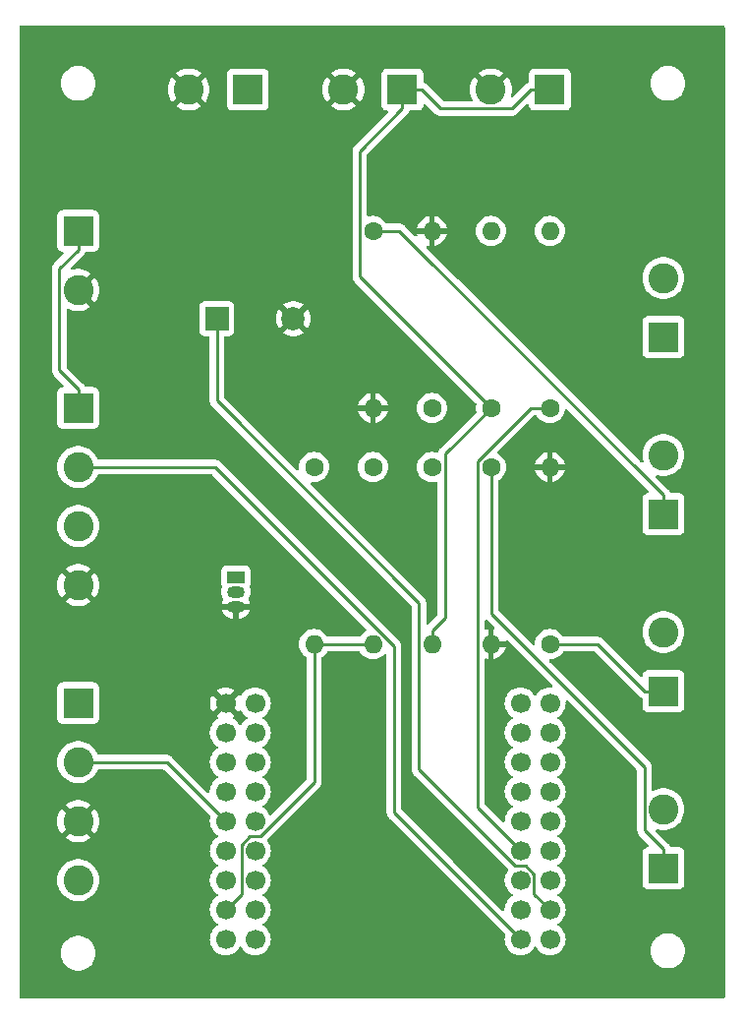
<source format=gbr>
%TF.GenerationSoftware,KiCad,Pcbnew,(7.0.0)*%
%TF.CreationDate,2023-03-15T19:38:10+01:00*%
%TF.ProjectId,QuinLED-ESP32-Breakout,5175696e-4c45-4442-9d45-535033322d42,rev?*%
%TF.SameCoordinates,Original*%
%TF.FileFunction,Copper,L1,Top*%
%TF.FilePolarity,Positive*%
%FSLAX46Y46*%
G04 Gerber Fmt 4.6, Leading zero omitted, Abs format (unit mm)*
G04 Created by KiCad (PCBNEW (7.0.0)) date 2023-03-15 19:38:10*
%MOMM*%
%LPD*%
G01*
G04 APERTURE LIST*
%TA.AperFunction,ComponentPad*%
%ADD10C,1.600000*%
%TD*%
%TA.AperFunction,ComponentPad*%
%ADD11O,1.600000X1.600000*%
%TD*%
%TA.AperFunction,ComponentPad*%
%ADD12R,2.600000X2.600000*%
%TD*%
%TA.AperFunction,ComponentPad*%
%ADD13C,2.600000*%
%TD*%
%TA.AperFunction,ComponentPad*%
%ADD14R,1.500000X1.050000*%
%TD*%
%TA.AperFunction,ComponentPad*%
%ADD15O,1.500000X1.050000*%
%TD*%
%TA.AperFunction,ComponentPad*%
%ADD16C,1.700000*%
%TD*%
%TA.AperFunction,ComponentPad*%
%ADD17R,2.000000X2.000000*%
%TD*%
%TA.AperFunction,ComponentPad*%
%ADD18C,2.000000*%
%TD*%
%TA.AperFunction,Conductor*%
%ADD19C,0.250000*%
%TD*%
G04 APERTURE END LIST*
D10*
%TO.P,R8,1*%
%TO.N,+3.3V*%
X106680000Y-134620000D03*
D11*
%TO.P,R8,2*%
%TO.N,GPIO15*%
X106679999Y-119379999D03*
%TD*%
D12*
%TO.P,Reed switch 3,1,Pin_1*%
%TO.N,+3.3V*%
X111759099Y-107209999D03*
D13*
%TO.P,Reed switch 3,2,Pin_2*%
%TO.N,GND*%
X106679100Y-107210000D03*
%TD*%
D12*
%TO.P,LED 3 (GPIO13),1,Pin_1*%
%TO.N,Net-(Led3-Pin_1)*%
X121540999Y-143744999D03*
D13*
%TO.P,LED 3 (GPIO13),2,Pin_2*%
%TO.N,GPIO13*%
X121541000Y-138665000D03*
%TD*%
D12*
%TO.P,LED 2 (GPIO12),1,Pin_1*%
%TO.N,Net-(Led2-Pin_1)*%
X121540999Y-158984999D03*
D13*
%TO.P,LED 2 (GPIO12),2,Pin_2*%
%TO.N,GPIO12*%
X121541000Y-153905000D03*
%TD*%
D12*
%TO.P,PIR,1,Pin_1*%
%TO.N,+12V*%
X71119999Y-134619999D03*
D13*
%TO.P,PIR,2,Pin_2*%
%TO.N,GPIO15*%
X71120000Y-139700000D03*
%TO.P,PIR,3,Pin_3*%
%TO.N,Net-(PIR1-Pin_3)*%
X71120000Y-144780000D03*
%TO.P,PIR,4,Pin_4*%
%TO.N,GND*%
X71120000Y-149860000D03*
%TD*%
D10*
%TO.P,R2,1*%
%TO.N,GPIO35*%
X96520000Y-139700000D03*
D11*
%TO.P,R2,2*%
%TO.N,+3.3V*%
X96519999Y-154939999D03*
%TD*%
D14*
%TO.P,Q1,1,C*%
%TO.N,Net-(PIR1-Pin_3)*%
X84702999Y-149184499D03*
D15*
%TO.P,Q1,2,B*%
%TO.N,Net-(Q1-B)*%
X84702999Y-150454499D03*
%TO.P,Q1,3,E*%
%TO.N,GND*%
X84702999Y-151724499D03*
%TD*%
D10*
%TO.P,R4,1*%
%TO.N,Net-(Led1-Pin_1)*%
X106680000Y-139700000D03*
D11*
%TO.P,R4,2*%
%TO.N,GND*%
X106679999Y-154939999D03*
%TD*%
D12*
%TO.P,TEMP BME280,1,Pin_1*%
%TO.N,GPIO32*%
X71119999Y-160019999D03*
D13*
%TO.P,TEMP BME280,2,Pin_2*%
%TO.N,GPIO33*%
X71120000Y-165100000D03*
%TO.P,TEMP BME280,3,Pin_3*%
%TO.N,GND*%
X71120000Y-170180000D03*
%TO.P,TEMP BME280,4,Pin_4*%
%TO.N,+3.3V*%
X71120000Y-175260000D03*
%TD*%
D10*
%TO.P,R7,1*%
%TO.N,Net-(Led4-Pin_1)*%
X101600000Y-134620000D03*
D11*
%TO.P,R7,2*%
%TO.N,GND*%
X101599999Y-119379999D03*
%TD*%
D10*
%TO.P,R1,1*%
%TO.N,GPIO34*%
X91440000Y-139700000D03*
D11*
%TO.P,R1,2*%
%TO.N,+3.3V*%
X91439999Y-154939999D03*
%TD*%
D12*
%TO.P,LED 1 (GPIO4),1,Pin_1*%
%TO.N,Net-(Led1-Pin_1)*%
X121540999Y-174224999D03*
D13*
%TO.P,LED 1 (GPIO4),2,Pin_2*%
%TO.N,GPIO4*%
X121541000Y-169145000D03*
%TD*%
D12*
%TO.P,Reed switch 1,1,Pin_1*%
%TO.N,+3.3V*%
X85733299Y-107210999D03*
D13*
%TO.P,Reed switch 1,2,Pin_2*%
%TO.N,GND*%
X80653300Y-107211000D03*
%TD*%
D12*
%TO.P,LED 4 (GPIO14),1,Pin_1*%
%TO.N,Net-(Led4-Pin_1)*%
X121540999Y-128504999D03*
D13*
%TO.P,LED 4 (GPIO14),2,Pin_2*%
%TO.N,GPIO14*%
X121541000Y-123425000D03*
%TD*%
D16*
%TO.P,U1,1,GND*%
%TO.N,GND*%
X83820000Y-160020000D03*
%TO.P,U1,2,GND\u002A*%
%TO.N,unconnected-(U1-GND\u002A-Pad2)*%
X83820000Y-162560000D03*
%TO.P,U1,3,S_VN*%
%TO.N,unconnected-(U1-S_VN-Pad3)*%
X83820000Y-165100000D03*
%TO.P,U1,4,IO35*%
%TO.N,GPIO35*%
X83820000Y-167640000D03*
%TO.P,U1,5,IO33*%
%TO.N,GPIO33*%
X83820000Y-170180000D03*
%TO.P,U1,6,IO34*%
%TO.N,GPIO34*%
X83820000Y-172720000D03*
%TO.P,U1,7,IO14*%
%TO.N,GPIO14*%
X83820000Y-175260000D03*
%TO.P,U1,8,3v3\u002A*%
%TO.N,+3.3V*%
X83820000Y-177800000D03*
%TO.P,U1,9,5vF\u002A*%
%TO.N,unconnected-(U1-5vF\u002A-Pad9)*%
X83820000Y-180340000D03*
%TO.P,U1,10,EN*%
%TO.N,unconnected-(U1-EN-Pad10)*%
X86360000Y-160020000D03*
%TO.P,U1,11,S_VP*%
%TO.N,GPIO36*%
X86360000Y-162560000D03*
%TO.P,U1,12,IO26*%
%TO.N,unconnected-(U1-IO26-Pad12)*%
X86360000Y-165100000D03*
%TO.P,U1,13,IO18*%
%TO.N,unconnected-(U1-IO18-Pad13)*%
X86360000Y-167640000D03*
%TO.P,U1,14,IO19*%
%TO.N,unconnected-(U1-IO19-Pad14)*%
X86360000Y-170180000D03*
%TO.P,U1,15,IO23*%
%TO.N,unconnected-(U1-IO23-Pad15)*%
X86360000Y-172720000D03*
%TO.P,U1,16,IO5*%
%TO.N,unconnected-(U1-IO5-Pad16)*%
X86360000Y-175260000D03*
%TO.P,U1,17,3v3*%
%TO.N,unconnected-(U1-3v3-Pad17)*%
X86360000Y-177800000D03*
%TO.P,U1,18,IO13*%
%TO.N,GPIO13*%
X86360000Y-180340000D03*
%TO.P,U1,19,TXD*%
%TO.N,unconnected-(U1-TXD-Pad19)*%
X109220000Y-160020000D03*
%TO.P,U1,20,RXD*%
%TO.N,unconnected-(U1-RXD-Pad20)*%
X109220000Y-162560000D03*
%TO.P,U1,21,IO22*%
%TO.N,unconnected-(U1-IO22-Pad21)*%
X109220000Y-165100000D03*
%TO.P,U1,22,IO21*%
%TO.N,unconnected-(U1-IO21-Pad22)*%
X109220000Y-167640000D03*
%TO.P,U1,23,IO17*%
%TO.N,unconnected-(U1-IO17-Pad23)*%
X109220000Y-170180000D03*
%TO.P,U1,24,IO16*%
%TO.N,GPIO16*%
X109220000Y-172720000D03*
%TO.P,U1,25,GND*%
%TO.N,unconnected-(U1-GND-Pad25)*%
X109220000Y-175260000D03*
%TO.P,U1,26,5v0*%
%TO.N,unconnected-(U1-5v0-Pad26)*%
X109220000Y-177800000D03*
%TO.P,U1,27,IO15*%
%TO.N,GPIO15*%
X109220000Y-180340000D03*
%TO.P,U1,28,GND*%
%TO.N,unconnected-(U1-GND-Pad28)*%
X111760000Y-160020000D03*
%TO.P,U1,29,IO27*%
%TO.N,unconnected-(U1-IO27-Pad29)*%
X111760000Y-162560000D03*
%TO.P,U1,30,IO25*%
%TO.N,unconnected-(U1-IO25-Pad30)*%
X111760000Y-165100000D03*
%TO.P,U1,31,IO32*%
%TO.N,GPIO32*%
X111760000Y-167640000D03*
%TO.P,U1,32,IO12*%
%TO.N,GPIO12*%
X111760000Y-170180000D03*
%TO.P,U1,33,IO_4*%
%TO.N,GPIO4*%
X111760000Y-172720000D03*
%TO.P,U1,34,IO_0*%
%TO.N,unconnected-(U1-IO_0-Pad34)*%
X111760000Y-175260000D03*
%TO.P,U1,35,IO_2*%
%TO.N,GPIO2*%
X111760000Y-177800000D03*
%TO.P,U1,36,NC*%
%TO.N,unconnected-(U1-NC-Pad36)*%
X111760000Y-180340000D03*
%TD*%
D10*
%TO.P,R9,1*%
%TO.N,GPIO16*%
X111760000Y-134620000D03*
D11*
%TO.P,R9,2*%
%TO.N,Net-(Q1-B)*%
X111759999Y-119379999D03*
%TD*%
D12*
%TO.P,12V INPUT,1,Pin_1*%
%TO.N,+12V*%
X71119999Y-119379999D03*
D13*
%TO.P,12V INPUT,2,Pin_2*%
%TO.N,GND*%
X71120000Y-124460000D03*
%TD*%
D10*
%TO.P,R3,1*%
%TO.N,GPIO36*%
X101600000Y-139700000D03*
D11*
%TO.P,R3,2*%
%TO.N,+3.3V*%
X101599999Y-154939999D03*
%TD*%
D17*
%TO.P,Buzzer,1,-*%
%TO.N,GPIO2*%
X83059999Y-126921389D03*
D18*
%TO.P,Buzzer,2,+*%
%TO.N,GND*%
X89660000Y-126921390D03*
%TD*%
D10*
%TO.P,R6,1*%
%TO.N,Net-(Led3-Pin_1)*%
X96520000Y-119380000D03*
D11*
%TO.P,R6,2*%
%TO.N,GND*%
X96519999Y-134619999D03*
%TD*%
D12*
%TO.P,Reed switch 2,1,Pin_1*%
%TO.N,+3.3V*%
X99059099Y-107210499D03*
D13*
%TO.P,Reed switch 2,2,Pin_2*%
%TO.N,GND*%
X93979100Y-107210500D03*
%TD*%
D10*
%TO.P,R5,1*%
%TO.N,Net-(Led2-Pin_1)*%
X111760000Y-154940000D03*
D11*
%TO.P,R5,2*%
%TO.N,GND*%
X111759999Y-139699999D03*
%TD*%
D19*
%TO.N,+12V*%
X71120000Y-119380000D02*
X71120000Y-121005300D01*
X71120000Y-134620000D02*
X71120000Y-132994700D01*
X71120000Y-121005300D02*
X69494700Y-122630600D01*
X69494700Y-122630600D02*
X69494700Y-131369400D01*
X69494700Y-131369400D02*
X71120000Y-132994700D01*
%TO.N,Net-(Led1-Pin_1)*%
X119915700Y-170974400D02*
X119915700Y-165542200D01*
X119915700Y-165542200D02*
X106680000Y-152306500D01*
X121541000Y-172599700D02*
X119915700Y-170974400D01*
X121541000Y-174225000D02*
X121541000Y-172599700D01*
X106680000Y-152306500D02*
X106680000Y-139700000D01*
%TO.N,Net-(Led2-Pin_1)*%
X119915700Y-158985000D02*
X115870700Y-154940000D01*
X121541000Y-158985000D02*
X119915700Y-158985000D01*
X115870700Y-154940000D02*
X111760000Y-154940000D01*
%TO.N,Net-(Led3-Pin_1)*%
X121541000Y-142119700D02*
X98801300Y-119380000D01*
X121541000Y-143745000D02*
X121541000Y-142119700D01*
X98801300Y-119380000D02*
X96520000Y-119380000D01*
%TO.N,GPIO2*%
X83060000Y-133975000D02*
X83060000Y-126921400D01*
X110395400Y-176435400D02*
X110395400Y-174734400D01*
X111760000Y-177800000D02*
X110395400Y-176435400D01*
X108747400Y-173990000D02*
X100474600Y-165717200D01*
X109651000Y-173990000D02*
X108747400Y-173990000D01*
X100474600Y-151389600D02*
X83060000Y-133975000D01*
X110395400Y-174734400D02*
X109651000Y-173990000D01*
X100474600Y-165717200D02*
X100474600Y-151389600D01*
%TO.N,GPIO15*%
X98323800Y-169443800D02*
X98323800Y-155120400D01*
X82903400Y-139700000D02*
X71120000Y-139700000D01*
X98323800Y-155120400D02*
X82903400Y-139700000D01*
X109220000Y-180340000D02*
X98323800Y-169443800D01*
%TO.N,+3.3V*%
X85184600Y-172194400D02*
X85929000Y-171450000D01*
X85184600Y-176435400D02*
X85184600Y-172194400D01*
X106680000Y-134620000D02*
X95374800Y-123314800D01*
X99059100Y-107210500D02*
X100684400Y-107210500D01*
X102327000Y-108853100D02*
X108490700Y-108853100D01*
X91440000Y-166842700D02*
X91440000Y-154940000D01*
X91440000Y-154940000D02*
X96520000Y-154940000D01*
X99059100Y-107210500D02*
X99059100Y-108835800D01*
X102725300Y-152689400D02*
X102725300Y-138574700D01*
X111759100Y-107210000D02*
X110133800Y-107210000D01*
X108490700Y-108853100D02*
X110133800Y-107210000D01*
X95374800Y-123314800D02*
X95374800Y-112520100D01*
X86832700Y-171450000D02*
X91440000Y-166842700D01*
X101600000Y-154940000D02*
X101600000Y-153814700D01*
X83820000Y-177800000D02*
X85184600Y-176435400D01*
X85929000Y-171450000D02*
X86832700Y-171450000D01*
X101600000Y-153814700D02*
X102725300Y-152689400D01*
X102725300Y-138574700D02*
X106680000Y-134620000D01*
X100684400Y-107210500D02*
X102327000Y-108853100D01*
X95374800Y-112520100D02*
X99059100Y-108835800D01*
%TO.N,GPIO16*%
X105518500Y-139216900D02*
X110115400Y-134620000D01*
X105518500Y-169018500D02*
X105518500Y-139216900D01*
X109220000Y-172720000D02*
X105518500Y-169018500D01*
X110115400Y-134620000D02*
X111760000Y-134620000D01*
%TO.N,GPIO33*%
X83820000Y-170180000D02*
X78740000Y-165100000D01*
X78740000Y-165100000D02*
X71120000Y-165100000D01*
%TD*%
%TA.AperFunction,Conductor*%
%TO.N,GND*%
G36*
X106306318Y-152836521D02*
G01*
X106355681Y-152866771D01*
X106957187Y-153468277D01*
X106987868Y-153518991D01*
X106991504Y-153578152D01*
X106967265Y-153632242D01*
X106940804Y-153653069D01*
X106932983Y-153662598D01*
X106930000Y-153675395D01*
X106930000Y-154673674D01*
X106933450Y-154686549D01*
X106946326Y-154690000D01*
X107944605Y-154690000D01*
X107957401Y-154687016D01*
X107966927Y-154679198D01*
X107987751Y-154652739D01*
X108041842Y-154628496D01*
X108101005Y-154632131D01*
X108151721Y-154662811D01*
X110673409Y-157184500D01*
X111950051Y-158461142D01*
X111980952Y-158512569D01*
X111984092Y-158572483D01*
X111958736Y-158626858D01*
X111910821Y-158662965D01*
X111851564Y-158672351D01*
X111765397Y-158664813D01*
X111765395Y-158664813D01*
X111760000Y-158664341D01*
X111754605Y-158664813D01*
X111529982Y-158684465D01*
X111529977Y-158684465D01*
X111524592Y-158684937D01*
X111519371Y-158686335D01*
X111519365Y-158686337D01*
X111301569Y-158744694D01*
X111301557Y-158744698D01*
X111296337Y-158746097D01*
X111291432Y-158748383D01*
X111291427Y-158748386D01*
X111087081Y-158843675D01*
X111087077Y-158843677D01*
X111082171Y-158845965D01*
X111077738Y-158849068D01*
X111077731Y-158849073D01*
X110893034Y-158978399D01*
X110893029Y-158978402D01*
X110888599Y-158981505D01*
X110884775Y-158985328D01*
X110884769Y-158985334D01*
X110725334Y-159144769D01*
X110725328Y-159144775D01*
X110721505Y-159148599D01*
X110718402Y-159153029D01*
X110718399Y-159153034D01*
X110591575Y-159334159D01*
X110547257Y-159373025D01*
X110490000Y-159387036D01*
X110432743Y-159373025D01*
X110388425Y-159334159D01*
X110261600Y-159153034D01*
X110258495Y-159148599D01*
X110091401Y-158981505D01*
X110086970Y-158978402D01*
X110086966Y-158978399D01*
X109902259Y-158849066D01*
X109902257Y-158849064D01*
X109897830Y-158845965D01*
X109892933Y-158843681D01*
X109892927Y-158843678D01*
X109688572Y-158748386D01*
X109688570Y-158748385D01*
X109683663Y-158746097D01*
X109678438Y-158744697D01*
X109678430Y-158744694D01*
X109460634Y-158686337D01*
X109460630Y-158686336D01*
X109455408Y-158684937D01*
X109450020Y-158684465D01*
X109450017Y-158684465D01*
X109225395Y-158664813D01*
X109220000Y-158664341D01*
X109214605Y-158664813D01*
X108989982Y-158684465D01*
X108989977Y-158684465D01*
X108984592Y-158684937D01*
X108979371Y-158686335D01*
X108979365Y-158686337D01*
X108761569Y-158744694D01*
X108761557Y-158744698D01*
X108756337Y-158746097D01*
X108751432Y-158748383D01*
X108751427Y-158748386D01*
X108547081Y-158843675D01*
X108547077Y-158843677D01*
X108542171Y-158845965D01*
X108537738Y-158849068D01*
X108537731Y-158849073D01*
X108353034Y-158978399D01*
X108353029Y-158978402D01*
X108348599Y-158981505D01*
X108344775Y-158985328D01*
X108344769Y-158985334D01*
X108185334Y-159144769D01*
X108185328Y-159144775D01*
X108181505Y-159148599D01*
X108178402Y-159153029D01*
X108178399Y-159153034D01*
X108049073Y-159337731D01*
X108049068Y-159337738D01*
X108045965Y-159342171D01*
X108043677Y-159347077D01*
X108043675Y-159347081D01*
X107948386Y-159551427D01*
X107948383Y-159551432D01*
X107946097Y-159556337D01*
X107944698Y-159561557D01*
X107944694Y-159561569D01*
X107886337Y-159779365D01*
X107886335Y-159779371D01*
X107884937Y-159784592D01*
X107884465Y-159789977D01*
X107884465Y-159789982D01*
X107877536Y-159869179D01*
X107864341Y-160020000D01*
X107884937Y-160255408D01*
X107886336Y-160260630D01*
X107886337Y-160260634D01*
X107944694Y-160478430D01*
X107944697Y-160478438D01*
X107946097Y-160483663D01*
X107948385Y-160488570D01*
X107948386Y-160488572D01*
X108043678Y-160692927D01*
X108043681Y-160692933D01*
X108045965Y-160697830D01*
X108049064Y-160702257D01*
X108049066Y-160702259D01*
X108178399Y-160886966D01*
X108178402Y-160886970D01*
X108181505Y-160891401D01*
X108348599Y-161058495D01*
X108353032Y-161061599D01*
X108353038Y-161061604D01*
X108534158Y-161188425D01*
X108573024Y-161232743D01*
X108587035Y-161290000D01*
X108573024Y-161347257D01*
X108534159Y-161391575D01*
X108353041Y-161518395D01*
X108348599Y-161521505D01*
X108344775Y-161525328D01*
X108344769Y-161525334D01*
X108185334Y-161684769D01*
X108185328Y-161684775D01*
X108181505Y-161688599D01*
X108178402Y-161693029D01*
X108178399Y-161693034D01*
X108049073Y-161877731D01*
X108049068Y-161877738D01*
X108045965Y-161882171D01*
X108043677Y-161887077D01*
X108043675Y-161887081D01*
X107948386Y-162091427D01*
X107948383Y-162091432D01*
X107946097Y-162096337D01*
X107944698Y-162101557D01*
X107944694Y-162101569D01*
X107886337Y-162319365D01*
X107886335Y-162319371D01*
X107884937Y-162324592D01*
X107864341Y-162560000D01*
X107884937Y-162795408D01*
X107886336Y-162800630D01*
X107886337Y-162800634D01*
X107944694Y-163018430D01*
X107944697Y-163018438D01*
X107946097Y-163023663D01*
X107948385Y-163028570D01*
X107948386Y-163028572D01*
X108043678Y-163232927D01*
X108043681Y-163232933D01*
X108045965Y-163237830D01*
X108049064Y-163242257D01*
X108049066Y-163242259D01*
X108178399Y-163426966D01*
X108178402Y-163426970D01*
X108181505Y-163431401D01*
X108348599Y-163598495D01*
X108353032Y-163601599D01*
X108353038Y-163601604D01*
X108534158Y-163728425D01*
X108573024Y-163772743D01*
X108587035Y-163830000D01*
X108573024Y-163887257D01*
X108534160Y-163931574D01*
X108348599Y-164061505D01*
X108344775Y-164065328D01*
X108344769Y-164065334D01*
X108185334Y-164224769D01*
X108185328Y-164224775D01*
X108181505Y-164228599D01*
X108178402Y-164233029D01*
X108178399Y-164233034D01*
X108049073Y-164417731D01*
X108049068Y-164417738D01*
X108045965Y-164422171D01*
X108043677Y-164427077D01*
X108043675Y-164427081D01*
X107948386Y-164631427D01*
X107948383Y-164631432D01*
X107946097Y-164636337D01*
X107944698Y-164641557D01*
X107944694Y-164641569D01*
X107886337Y-164859365D01*
X107886335Y-164859371D01*
X107884937Y-164864592D01*
X107864341Y-165100000D01*
X107864813Y-165105395D01*
X107881122Y-165291810D01*
X107884937Y-165335408D01*
X107886336Y-165340630D01*
X107886337Y-165340634D01*
X107944694Y-165558430D01*
X107944697Y-165558438D01*
X107946097Y-165563663D01*
X107948385Y-165568570D01*
X107948386Y-165568572D01*
X108043678Y-165772927D01*
X108043681Y-165772933D01*
X108045965Y-165777830D01*
X108049064Y-165782257D01*
X108049066Y-165782259D01*
X108178399Y-165966966D01*
X108178402Y-165966970D01*
X108181505Y-165971401D01*
X108348599Y-166138495D01*
X108353032Y-166141599D01*
X108353038Y-166141604D01*
X108534158Y-166268425D01*
X108573024Y-166312743D01*
X108587035Y-166370000D01*
X108573024Y-166427257D01*
X108534159Y-166471575D01*
X108353041Y-166598395D01*
X108348599Y-166601505D01*
X108344775Y-166605328D01*
X108344769Y-166605334D01*
X108185334Y-166764769D01*
X108185328Y-166764775D01*
X108181505Y-166768599D01*
X108178402Y-166773029D01*
X108178399Y-166773034D01*
X108049073Y-166957731D01*
X108049068Y-166957738D01*
X108045965Y-166962171D01*
X108043677Y-166967077D01*
X108043675Y-166967081D01*
X107948386Y-167171427D01*
X107948383Y-167171432D01*
X107946097Y-167176337D01*
X107944698Y-167181557D01*
X107944694Y-167181569D01*
X107886337Y-167399365D01*
X107886335Y-167399371D01*
X107884937Y-167404592D01*
X107864341Y-167640000D01*
X107864813Y-167645395D01*
X107872509Y-167733365D01*
X107884937Y-167875408D01*
X107886336Y-167880630D01*
X107886337Y-167880634D01*
X107944694Y-168098430D01*
X107944697Y-168098438D01*
X107946097Y-168103663D01*
X107948385Y-168108570D01*
X107948386Y-168108572D01*
X108043678Y-168312927D01*
X108043681Y-168312933D01*
X108045965Y-168317830D01*
X108049064Y-168322257D01*
X108049066Y-168322259D01*
X108178399Y-168506966D01*
X108178402Y-168506970D01*
X108181505Y-168511401D01*
X108348599Y-168678495D01*
X108353032Y-168681599D01*
X108353038Y-168681604D01*
X108534158Y-168808425D01*
X108573024Y-168852743D01*
X108587035Y-168910000D01*
X108573024Y-168967257D01*
X108534159Y-169011575D01*
X108353041Y-169138395D01*
X108348599Y-169141505D01*
X108344775Y-169145328D01*
X108344769Y-169145334D01*
X108185334Y-169304769D01*
X108185328Y-169304775D01*
X108181505Y-169308599D01*
X108178402Y-169313029D01*
X108178399Y-169313034D01*
X108049073Y-169497731D01*
X108049068Y-169497738D01*
X108045965Y-169502171D01*
X108043677Y-169507077D01*
X108043675Y-169507081D01*
X107948386Y-169711427D01*
X107948383Y-169711432D01*
X107946097Y-169716337D01*
X107944698Y-169721557D01*
X107944694Y-169721569D01*
X107886337Y-169939365D01*
X107886335Y-169939371D01*
X107884937Y-169944592D01*
X107884465Y-169949977D01*
X107884465Y-169949982D01*
X107865907Y-170162102D01*
X107864341Y-170180000D01*
X107864522Y-170182071D01*
X107851298Y-170237155D01*
X107813698Y-170281178D01*
X107760211Y-170303333D01*
X107702495Y-170298791D01*
X107653132Y-170268541D01*
X106180319Y-168795728D01*
X106153439Y-168755500D01*
X106144000Y-168708047D01*
X106144000Y-156303839D01*
X106156788Y-156248995D01*
X106192513Y-156205463D01*
X106243808Y-156182222D01*
X106300093Y-156184064D01*
X106416219Y-156215179D01*
X106427448Y-156215547D01*
X106430000Y-156204605D01*
X106930000Y-156204605D01*
X106932551Y-156215547D01*
X106943780Y-156215179D01*
X107121092Y-156167669D01*
X107131234Y-156163977D01*
X107327580Y-156072420D01*
X107336912Y-156067032D01*
X107514381Y-155942767D01*
X107522647Y-155935830D01*
X107675830Y-155782647D01*
X107682767Y-155774381D01*
X107807032Y-155596912D01*
X107812420Y-155587580D01*
X107903977Y-155391234D01*
X107907669Y-155381092D01*
X107955179Y-155203780D01*
X107955547Y-155192551D01*
X107944605Y-155190000D01*
X106946326Y-155190000D01*
X106933450Y-155193450D01*
X106930000Y-155206326D01*
X106930000Y-156204605D01*
X106430000Y-156204605D01*
X106430000Y-153675395D01*
X106427448Y-153664452D01*
X106416219Y-153664820D01*
X106300093Y-153695936D01*
X106243808Y-153697778D01*
X106192513Y-153674537D01*
X106156788Y-153631005D01*
X106144000Y-153576161D01*
X106144000Y-152954452D01*
X106157515Y-152898157D01*
X106195115Y-152854134D01*
X106248602Y-152831979D01*
X106306318Y-152836521D01*
G37*
%TD.AperFunction*%
%TA.AperFunction,Conductor*%
G36*
X126773203Y-101732034D02*
G01*
X126818590Y-101777421D01*
X126835203Y-101839421D01*
X126835203Y-185295500D01*
X126818590Y-185357500D01*
X126773203Y-185402887D01*
X126711203Y-185419500D01*
X66164500Y-185419500D01*
X66102500Y-185402887D01*
X66057113Y-185357500D01*
X66040500Y-185295500D01*
X66040500Y-181535176D01*
X69614357Y-181535176D01*
X69614781Y-181540293D01*
X69634467Y-181777877D01*
X69634468Y-181777885D01*
X69634892Y-181782997D01*
X69636149Y-181787964D01*
X69636151Y-181787971D01*
X69645288Y-181824051D01*
X69695937Y-182024057D01*
X69697997Y-182028753D01*
X69793766Y-182247086D01*
X69793769Y-182247092D01*
X69795827Y-182251783D01*
X69798627Y-182256069D01*
X69798631Y-182256076D01*
X69920989Y-182443359D01*
X69931836Y-182459961D01*
X69935310Y-182463735D01*
X69935311Y-182463736D01*
X70096784Y-182639143D01*
X70096787Y-182639146D01*
X70100256Y-182642914D01*
X70296491Y-182795650D01*
X70515190Y-182914004D01*
X70750386Y-182994747D01*
X70995665Y-183035676D01*
X71239201Y-183035676D01*
X71244335Y-183035676D01*
X71489614Y-182994747D01*
X71724810Y-182914004D01*
X71943509Y-182795650D01*
X72139744Y-182642914D01*
X72308164Y-182459961D01*
X72444173Y-182251783D01*
X72544063Y-182024057D01*
X72605108Y-181782997D01*
X72625643Y-181535176D01*
X72605108Y-181287355D01*
X72544063Y-181046295D01*
X72444173Y-180818569D01*
X72439902Y-180812032D01*
X72372740Y-180709233D01*
X72308164Y-180610391D01*
X72139744Y-180427438D01*
X71943509Y-180274702D01*
X71872314Y-180236173D01*
X71729316Y-180158786D01*
X71729310Y-180158783D01*
X71724810Y-180156348D01*
X71719969Y-180154686D01*
X71719962Y-180154683D01*
X71494465Y-180077270D01*
X71494461Y-180077269D01*
X71489614Y-180075605D01*
X71480768Y-180074128D01*
X71249398Y-180035520D01*
X71249387Y-180035519D01*
X71244335Y-180034676D01*
X70995665Y-180034676D01*
X70990613Y-180035519D01*
X70990601Y-180035520D01*
X70755443Y-180074761D01*
X70755441Y-180074761D01*
X70750386Y-180075605D01*
X70745541Y-180077268D01*
X70745534Y-180077270D01*
X70520037Y-180154683D01*
X70520026Y-180154687D01*
X70515190Y-180156348D01*
X70510693Y-180158781D01*
X70510683Y-180158786D01*
X70301002Y-180272260D01*
X70300995Y-180272264D01*
X70296491Y-180274702D01*
X70292448Y-180277848D01*
X70292440Y-180277854D01*
X70110931Y-180419129D01*
X70100256Y-180427438D01*
X70096793Y-180431199D01*
X70096784Y-180431208D01*
X69935311Y-180606615D01*
X69935305Y-180606622D01*
X69931836Y-180610391D01*
X69929031Y-180614682D01*
X69929028Y-180614688D01*
X69798631Y-180814275D01*
X69798624Y-180814287D01*
X69795827Y-180818569D01*
X69793772Y-180823253D01*
X69793766Y-180823265D01*
X69697997Y-181041598D01*
X69695937Y-181046295D01*
X69694679Y-181051260D01*
X69694678Y-181051265D01*
X69636151Y-181282380D01*
X69636149Y-181282389D01*
X69634892Y-181287355D01*
X69634468Y-181292464D01*
X69634467Y-181292474D01*
X69616366Y-181510933D01*
X69614357Y-181535176D01*
X66040500Y-181535176D01*
X66040500Y-175260000D01*
X69314451Y-175260000D01*
X69314798Y-175264631D01*
X69332483Y-175500634D01*
X69334617Y-175529103D01*
X69335647Y-175533616D01*
X69335648Y-175533622D01*
X69388991Y-175767331D01*
X69394666Y-175792195D01*
X69396362Y-175796518D01*
X69396363Y-175796519D01*
X69463977Y-175968796D01*
X69493257Y-176043398D01*
X69628185Y-176277102D01*
X69796439Y-176488085D01*
X69841613Y-176530000D01*
X69951084Y-176631575D01*
X69994259Y-176671635D01*
X70217226Y-176823651D01*
X70460359Y-176940738D01*
X70464787Y-176942103D01*
X70464790Y-176942105D01*
X70589293Y-176980508D01*
X70718228Y-177020280D01*
X70985071Y-177060500D01*
X71250292Y-177060500D01*
X71254929Y-177060500D01*
X71521772Y-177020280D01*
X71779641Y-176940738D01*
X72022775Y-176823651D01*
X72245741Y-176671635D01*
X72443561Y-176488085D01*
X72611815Y-176277102D01*
X72746743Y-176043398D01*
X72845334Y-175792195D01*
X72905383Y-175529103D01*
X72925549Y-175260000D01*
X72905383Y-174990897D01*
X72845334Y-174727805D01*
X72746743Y-174476602D01*
X72611815Y-174242898D01*
X72443561Y-174031915D01*
X72294962Y-173894035D01*
X72249146Y-173851524D01*
X72249143Y-173851521D01*
X72245741Y-173848365D01*
X72241912Y-173845754D01*
X72241909Y-173845752D01*
X72108306Y-173754663D01*
X72022775Y-173696349D01*
X71886630Y-173630785D01*
X71783820Y-173581274D01*
X71783814Y-173581271D01*
X71779641Y-173579262D01*
X71775219Y-173577898D01*
X71775209Y-173577894D01*
X71526202Y-173501086D01*
X71526196Y-173501084D01*
X71521772Y-173499720D01*
X71517195Y-173499030D01*
X71517186Y-173499028D01*
X71259514Y-173460191D01*
X71259513Y-173460190D01*
X71254929Y-173459500D01*
X70985071Y-173459500D01*
X70980487Y-173460190D01*
X70980485Y-173460191D01*
X70722813Y-173499028D01*
X70722801Y-173499030D01*
X70718228Y-173499720D01*
X70713806Y-173501083D01*
X70713797Y-173501086D01*
X70464790Y-173577894D01*
X70464775Y-173577899D01*
X70460359Y-173579262D01*
X70456185Y-173581271D01*
X70456180Y-173581274D01*
X70221411Y-173694333D01*
X70221404Y-173694336D01*
X70217226Y-173696349D01*
X70213393Y-173698962D01*
X70213390Y-173698964D01*
X69998090Y-173845752D01*
X69998080Y-173845759D01*
X69994259Y-173848365D01*
X69990863Y-173851516D01*
X69990853Y-173851524D01*
X69799843Y-174028756D01*
X69799839Y-174028759D01*
X69796439Y-174031915D01*
X69793549Y-174035537D01*
X69793546Y-174035542D01*
X69631077Y-174239271D01*
X69628185Y-174242898D01*
X69625866Y-174246913D01*
X69625865Y-174246916D01*
X69495578Y-174472581D01*
X69495575Y-174472586D01*
X69493257Y-174476602D01*
X69491563Y-174480916D01*
X69491561Y-174480922D01*
X69396363Y-174723480D01*
X69394666Y-174727805D01*
X69393633Y-174732326D01*
X69393632Y-174732333D01*
X69335648Y-174986377D01*
X69335646Y-174986385D01*
X69334617Y-174990897D01*
X69334270Y-174995516D01*
X69334270Y-174995522D01*
X69332092Y-175024592D01*
X69314451Y-175260000D01*
X66040500Y-175260000D01*
X66040500Y-171618350D01*
X70038604Y-171618350D01*
X70046150Y-171626408D01*
X70213641Y-171740601D01*
X70221662Y-171745232D01*
X70456362Y-171858258D01*
X70464973Y-171861638D01*
X70713908Y-171938424D01*
X70722924Y-171940482D01*
X70980523Y-171979308D01*
X70989746Y-171980000D01*
X71250254Y-171980000D01*
X71259476Y-171979308D01*
X71517075Y-171940482D01*
X71526091Y-171938424D01*
X71775027Y-171861637D01*
X71783637Y-171858258D01*
X72018340Y-171745231D01*
X72026359Y-171740601D01*
X72193846Y-171626409D01*
X72201394Y-171618350D01*
X72195477Y-171609030D01*
X71131542Y-170545095D01*
X71120000Y-170538431D01*
X71108457Y-170545095D01*
X70044521Y-171609030D01*
X70038604Y-171618350D01*
X66040500Y-171618350D01*
X66040500Y-170184630D01*
X69315300Y-170184630D01*
X69334767Y-170444399D01*
X69336146Y-170453552D01*
X69394111Y-170707515D01*
X69396844Y-170716375D01*
X69492011Y-170958856D01*
X69496030Y-170967202D01*
X69626278Y-171192798D01*
X69631496Y-171200450D01*
X69671379Y-171250462D01*
X69682615Y-171258435D01*
X69694674Y-171251771D01*
X70754904Y-170191542D01*
X70761568Y-170180000D01*
X71478431Y-170180000D01*
X71485095Y-170191542D01*
X72545325Y-171251772D01*
X72557382Y-171258436D01*
X72568619Y-171250463D01*
X72608507Y-171200445D01*
X72613719Y-171192800D01*
X72743969Y-170967202D01*
X72747988Y-170958856D01*
X72843155Y-170716375D01*
X72845888Y-170707515D01*
X72903853Y-170453552D01*
X72905232Y-170444399D01*
X72924700Y-170184630D01*
X72924700Y-170175370D01*
X72905232Y-169915600D01*
X72903853Y-169906447D01*
X72845888Y-169652484D01*
X72843155Y-169643624D01*
X72747988Y-169401143D01*
X72743969Y-169392797D01*
X72613721Y-169167201D01*
X72608503Y-169159549D01*
X72568619Y-169109536D01*
X72557382Y-169101562D01*
X72545325Y-169108226D01*
X71485095Y-170168457D01*
X71478431Y-170180000D01*
X70761568Y-170180000D01*
X70754904Y-170168457D01*
X69694674Y-169108227D01*
X69682615Y-169101562D01*
X69671380Y-169109534D01*
X69631488Y-169159558D01*
X69626282Y-169167195D01*
X69496030Y-169392797D01*
X69492011Y-169401143D01*
X69396844Y-169643624D01*
X69394111Y-169652484D01*
X69336146Y-169906447D01*
X69334767Y-169915600D01*
X69315300Y-170175370D01*
X69315300Y-170184630D01*
X66040500Y-170184630D01*
X66040500Y-168741648D01*
X70038603Y-168741648D01*
X70044519Y-168750966D01*
X71108457Y-169814904D01*
X71120000Y-169821568D01*
X71131542Y-169814904D01*
X72195477Y-168750968D01*
X72201394Y-168741648D01*
X72193846Y-168733589D01*
X72026360Y-168619398D01*
X72018340Y-168614768D01*
X71783637Y-168501741D01*
X71775027Y-168498362D01*
X71526091Y-168421575D01*
X71517075Y-168419517D01*
X71259476Y-168380691D01*
X71250254Y-168380000D01*
X70989746Y-168380000D01*
X70980523Y-168380691D01*
X70722924Y-168419517D01*
X70713908Y-168421575D01*
X70464973Y-168498361D01*
X70456362Y-168501741D01*
X70221660Y-168614768D01*
X70213639Y-168619399D01*
X70046151Y-168733590D01*
X70038603Y-168741648D01*
X66040500Y-168741648D01*
X66040500Y-165100000D01*
X69314451Y-165100000D01*
X69314798Y-165104631D01*
X69332483Y-165340634D01*
X69334617Y-165369103D01*
X69335647Y-165373616D01*
X69335648Y-165373622D01*
X69389885Y-165611249D01*
X69394666Y-165632195D01*
X69396362Y-165636518D01*
X69396363Y-165636519D01*
X69491559Y-165879073D01*
X69493257Y-165883398D01*
X69628185Y-166117102D01*
X69796439Y-166328085D01*
X69799843Y-166331243D01*
X69951084Y-166471575D01*
X69994259Y-166511635D01*
X70217226Y-166663651D01*
X70460359Y-166780738D01*
X70464787Y-166782103D01*
X70464790Y-166782105D01*
X70546649Y-166807355D01*
X70718228Y-166860280D01*
X70985071Y-166900500D01*
X71250292Y-166900500D01*
X71254929Y-166900500D01*
X71521772Y-166860280D01*
X71779641Y-166780738D01*
X72022775Y-166663651D01*
X72245741Y-166511635D01*
X72443561Y-166328085D01*
X72611815Y-166117102D01*
X72746743Y-165883398D01*
X72777827Y-165804197D01*
X72804487Y-165762919D01*
X72845089Y-165735237D01*
X72893255Y-165725500D01*
X78429548Y-165725500D01*
X78477001Y-165734939D01*
X78517229Y-165761819D01*
X82479761Y-169724352D01*
X82511854Y-169779938D01*
X82511855Y-169844124D01*
X82486338Y-169939358D01*
X82486335Y-169939373D01*
X82484937Y-169944592D01*
X82464341Y-170180000D01*
X82464813Y-170185395D01*
X82480916Y-170369457D01*
X82484937Y-170415408D01*
X82486336Y-170420630D01*
X82486337Y-170420634D01*
X82544694Y-170638430D01*
X82544697Y-170638438D01*
X82546097Y-170643663D01*
X82548385Y-170648570D01*
X82548386Y-170648572D01*
X82643678Y-170852927D01*
X82643681Y-170852933D01*
X82645965Y-170857830D01*
X82649064Y-170862257D01*
X82649066Y-170862259D01*
X82778399Y-171046966D01*
X82778402Y-171046970D01*
X82781505Y-171051401D01*
X82948599Y-171218495D01*
X82953032Y-171221599D01*
X82953038Y-171221604D01*
X83134158Y-171348425D01*
X83173024Y-171392743D01*
X83187035Y-171450000D01*
X83173024Y-171507257D01*
X83134159Y-171551575D01*
X82982211Y-171657970D01*
X82948599Y-171681505D01*
X82944775Y-171685328D01*
X82944769Y-171685334D01*
X82785334Y-171844769D01*
X82785328Y-171844775D01*
X82781505Y-171848599D01*
X82778402Y-171853029D01*
X82778399Y-171853034D01*
X82649073Y-172037731D01*
X82649070Y-172037737D01*
X82645965Y-172042171D01*
X82643677Y-172047077D01*
X82643675Y-172047081D01*
X82548386Y-172251427D01*
X82548383Y-172251432D01*
X82546097Y-172256337D01*
X82544698Y-172261557D01*
X82544694Y-172261569D01*
X82486337Y-172479365D01*
X82486335Y-172479371D01*
X82484937Y-172484592D01*
X82484465Y-172489977D01*
X82484465Y-172489982D01*
X82468228Y-172675568D01*
X82464341Y-172720000D01*
X82464813Y-172725395D01*
X82477798Y-172873819D01*
X82484937Y-172955408D01*
X82486336Y-172960630D01*
X82486337Y-172960634D01*
X82544694Y-173178430D01*
X82544697Y-173178438D01*
X82546097Y-173183663D01*
X82548385Y-173188570D01*
X82548386Y-173188572D01*
X82643678Y-173392927D01*
X82643681Y-173392933D01*
X82645965Y-173397830D01*
X82649064Y-173402257D01*
X82649066Y-173402259D01*
X82778399Y-173586966D01*
X82778402Y-173586970D01*
X82781505Y-173591401D01*
X82948599Y-173758495D01*
X82953032Y-173761599D01*
X82953038Y-173761604D01*
X83134158Y-173888425D01*
X83173024Y-173932743D01*
X83187035Y-173990000D01*
X83173024Y-174047257D01*
X83134159Y-174091575D01*
X82953041Y-174218395D01*
X82948599Y-174221505D01*
X82944775Y-174225328D01*
X82944769Y-174225334D01*
X82785334Y-174384769D01*
X82785328Y-174384775D01*
X82781505Y-174388599D01*
X82778402Y-174393029D01*
X82778399Y-174393034D01*
X82649073Y-174577731D01*
X82649068Y-174577738D01*
X82645965Y-174582171D01*
X82643677Y-174587077D01*
X82643675Y-174587081D01*
X82548386Y-174791427D01*
X82548383Y-174791432D01*
X82546097Y-174796337D01*
X82544698Y-174801557D01*
X82544694Y-174801569D01*
X82486337Y-175019365D01*
X82486335Y-175019371D01*
X82484937Y-175024592D01*
X82464341Y-175260000D01*
X82484937Y-175495408D01*
X82486336Y-175500630D01*
X82486337Y-175500634D01*
X82544694Y-175718430D01*
X82544697Y-175718438D01*
X82546097Y-175723663D01*
X82548385Y-175728570D01*
X82548386Y-175728572D01*
X82643678Y-175932927D01*
X82643681Y-175932933D01*
X82645965Y-175937830D01*
X82649064Y-175942257D01*
X82649066Y-175942259D01*
X82778399Y-176126966D01*
X82778402Y-176126970D01*
X82781505Y-176131401D01*
X82948599Y-176298495D01*
X82953032Y-176301599D01*
X82953038Y-176301604D01*
X83134158Y-176428425D01*
X83173024Y-176472743D01*
X83187035Y-176530000D01*
X83173024Y-176587257D01*
X83134159Y-176631575D01*
X82953041Y-176758395D01*
X82948599Y-176761505D01*
X82944775Y-176765328D01*
X82944769Y-176765334D01*
X82785334Y-176924769D01*
X82785328Y-176924775D01*
X82781505Y-176928599D01*
X82778402Y-176933029D01*
X82778399Y-176933034D01*
X82649073Y-177117731D01*
X82649068Y-177117738D01*
X82645965Y-177122171D01*
X82643677Y-177127077D01*
X82643675Y-177127081D01*
X82548386Y-177331427D01*
X82548383Y-177331432D01*
X82546097Y-177336337D01*
X82544698Y-177341557D01*
X82544694Y-177341569D01*
X82486337Y-177559365D01*
X82486335Y-177559371D01*
X82484937Y-177564592D01*
X82464341Y-177800000D01*
X82464813Y-177805395D01*
X82475131Y-177923334D01*
X82484937Y-178035408D01*
X82486336Y-178040630D01*
X82486337Y-178040634D01*
X82544694Y-178258430D01*
X82544697Y-178258438D01*
X82546097Y-178263663D01*
X82548385Y-178268570D01*
X82548386Y-178268572D01*
X82643678Y-178472927D01*
X82643681Y-178472933D01*
X82645965Y-178477830D01*
X82649064Y-178482257D01*
X82649066Y-178482259D01*
X82778399Y-178666966D01*
X82778402Y-178666970D01*
X82781505Y-178671401D01*
X82948599Y-178838495D01*
X82953032Y-178841599D01*
X82953038Y-178841604D01*
X83134158Y-178968425D01*
X83173024Y-179012743D01*
X83187035Y-179070000D01*
X83173024Y-179127257D01*
X83134159Y-179171575D01*
X82953041Y-179298395D01*
X82948599Y-179301505D01*
X82944775Y-179305328D01*
X82944769Y-179305334D01*
X82785334Y-179464769D01*
X82785328Y-179464775D01*
X82781505Y-179468599D01*
X82778402Y-179473029D01*
X82778399Y-179473034D01*
X82649073Y-179657731D01*
X82649068Y-179657738D01*
X82645965Y-179662171D01*
X82643677Y-179667077D01*
X82643675Y-179667081D01*
X82548386Y-179871427D01*
X82548383Y-179871432D01*
X82546097Y-179876337D01*
X82544698Y-179881557D01*
X82544694Y-179881569D01*
X82486337Y-180099365D01*
X82486335Y-180099371D01*
X82484937Y-180104592D01*
X82484465Y-180109977D01*
X82484465Y-180109982D01*
X82470054Y-180274702D01*
X82464341Y-180340000D01*
X82464813Y-180345395D01*
X82470603Y-180411580D01*
X82484937Y-180575408D01*
X82486336Y-180580630D01*
X82486337Y-180580634D01*
X82544694Y-180798430D01*
X82544697Y-180798438D01*
X82546097Y-180803663D01*
X82548385Y-180808570D01*
X82548386Y-180808572D01*
X82643678Y-181012927D01*
X82643681Y-181012933D01*
X82645965Y-181017830D01*
X82649064Y-181022257D01*
X82649066Y-181022259D01*
X82778399Y-181206966D01*
X82778402Y-181206970D01*
X82781505Y-181211401D01*
X82948599Y-181378495D01*
X83142170Y-181514035D01*
X83356337Y-181613903D01*
X83584592Y-181675063D01*
X83820000Y-181695659D01*
X84055408Y-181675063D01*
X84283663Y-181613903D01*
X84497830Y-181514035D01*
X84691401Y-181378495D01*
X84858495Y-181211401D01*
X84941877Y-181092320D01*
X84988425Y-181025842D01*
X85032743Y-180986976D01*
X85090000Y-180972965D01*
X85147257Y-180986976D01*
X85191575Y-181025842D01*
X85318395Y-181206961D01*
X85318401Y-181206968D01*
X85321505Y-181211401D01*
X85488599Y-181378495D01*
X85682170Y-181514035D01*
X85896337Y-181613903D01*
X86124592Y-181675063D01*
X86360000Y-181695659D01*
X86595408Y-181675063D01*
X86823663Y-181613903D01*
X87037830Y-181514035D01*
X87231401Y-181378495D01*
X87398495Y-181211401D01*
X87534035Y-181017830D01*
X87633903Y-180803663D01*
X87695063Y-180575408D01*
X87715659Y-180340000D01*
X87695063Y-180104592D01*
X87633903Y-179876337D01*
X87534035Y-179662171D01*
X87398495Y-179468599D01*
X87231401Y-179301505D01*
X87226968Y-179298401D01*
X87226961Y-179298395D01*
X87045842Y-179171575D01*
X87006976Y-179127257D01*
X86992965Y-179070000D01*
X87006976Y-179012743D01*
X87045842Y-178968425D01*
X87226961Y-178841604D01*
X87226961Y-178841603D01*
X87231401Y-178838495D01*
X87398495Y-178671401D01*
X87534035Y-178477830D01*
X87633903Y-178263663D01*
X87695063Y-178035408D01*
X87715659Y-177800000D01*
X87695063Y-177564592D01*
X87633903Y-177336337D01*
X87534035Y-177122171D01*
X87398495Y-176928599D01*
X87231401Y-176761505D01*
X87226968Y-176758401D01*
X87226961Y-176758395D01*
X87045842Y-176631575D01*
X87006976Y-176587257D01*
X86992965Y-176530000D01*
X87006976Y-176472743D01*
X87045842Y-176428425D01*
X87226961Y-176301604D01*
X87226961Y-176301603D01*
X87231401Y-176298495D01*
X87398495Y-176131401D01*
X87534035Y-175937830D01*
X87633903Y-175723663D01*
X87695063Y-175495408D01*
X87715659Y-175260000D01*
X87695063Y-175024592D01*
X87633903Y-174796337D01*
X87534035Y-174582171D01*
X87398495Y-174388599D01*
X87231401Y-174221505D01*
X87226968Y-174218401D01*
X87226961Y-174218395D01*
X87045842Y-174091575D01*
X87006976Y-174047257D01*
X86992965Y-173990000D01*
X87006976Y-173932743D01*
X87045842Y-173888425D01*
X87226961Y-173761604D01*
X87226961Y-173761603D01*
X87231401Y-173758495D01*
X87398495Y-173591401D01*
X87534035Y-173397830D01*
X87633903Y-173183663D01*
X87695063Y-172955408D01*
X87715659Y-172720000D01*
X87695063Y-172484592D01*
X87633903Y-172256337D01*
X87534035Y-172042171D01*
X87425304Y-171886887D01*
X87404191Y-171833741D01*
X87409176Y-171776766D01*
X87439199Y-171728090D01*
X91827311Y-167339978D01*
X91835481Y-167332544D01*
X91841877Y-167328486D01*
X91887918Y-167279456D01*
X91890535Y-167276754D01*
X91910120Y-167257171D01*
X91912585Y-167253992D01*
X91920167Y-167245116D01*
X91950062Y-167213282D01*
X91959713Y-167195723D01*
X91970390Y-167179470D01*
X91982673Y-167163636D01*
X92000018Y-167123552D01*
X92005151Y-167113071D01*
X92026197Y-167074792D01*
X92031179Y-167055384D01*
X92037482Y-167036976D01*
X92045437Y-167018596D01*
X92052271Y-166975444D01*
X92054633Y-166964038D01*
X92065500Y-166921719D01*
X92065500Y-166901683D01*
X92067027Y-166882285D01*
X92068939Y-166870213D01*
X92068938Y-166870213D01*
X92070160Y-166862504D01*
X92066050Y-166819024D01*
X92065500Y-166807355D01*
X92065500Y-156154188D01*
X92079511Y-156096931D01*
X92118377Y-156052613D01*
X92148311Y-156031652D01*
X92279139Y-155940047D01*
X92440047Y-155779139D01*
X92552612Y-155618377D01*
X92596931Y-155579511D01*
X92654188Y-155565500D01*
X95305812Y-155565500D01*
X95363069Y-155579511D01*
X95407387Y-155618377D01*
X95467906Y-155704808D01*
X95519953Y-155779139D01*
X95680861Y-155940047D01*
X95867266Y-156070568D01*
X96073504Y-156166739D01*
X96078734Y-156168140D01*
X96078736Y-156168141D01*
X96254285Y-156215179D01*
X96293308Y-156225635D01*
X96520000Y-156245468D01*
X96746692Y-156225635D01*
X96966496Y-156166739D01*
X97172734Y-156070568D01*
X97359139Y-155940047D01*
X97486619Y-155812567D01*
X97535982Y-155782317D01*
X97593698Y-155777775D01*
X97647185Y-155799930D01*
X97684785Y-155843953D01*
X97698300Y-155900248D01*
X97698300Y-169366025D01*
X97697778Y-169377080D01*
X97696127Y-169384467D01*
X97696371Y-169392253D01*
X97696371Y-169392261D01*
X97698239Y-169451673D01*
X97698300Y-169455568D01*
X97698300Y-169483150D01*
X97698788Y-169487019D01*
X97698789Y-169487025D01*
X97698804Y-169487143D01*
X97699718Y-169498766D01*
X97700845Y-169534630D01*
X97700846Y-169534637D01*
X97701091Y-169542427D01*
X97703267Y-169549919D01*
X97703268Y-169549921D01*
X97706679Y-169561662D01*
X97710625Y-169580715D01*
X97713136Y-169600592D01*
X97716006Y-169607842D01*
X97716008Y-169607848D01*
X97729214Y-169641204D01*
X97732997Y-169652251D01*
X97745182Y-169694190D01*
X97749153Y-169700905D01*
X97749154Y-169700907D01*
X97755381Y-169711437D01*
X97763936Y-169728899D01*
X97768442Y-169740280D01*
X97768443Y-169740283D01*
X97771314Y-169747532D01*
X97776079Y-169754090D01*
X97796981Y-169782860D01*
X97803393Y-169792622D01*
X97821656Y-169823502D01*
X97821659Y-169823507D01*
X97825630Y-169830220D01*
X97831145Y-169835735D01*
X97839790Y-169844380D01*
X97852426Y-169859174D01*
X97859619Y-169869075D01*
X97859623Y-169869079D01*
X97864206Y-169875387D01*
X97870215Y-169880358D01*
X97870216Y-169880359D01*
X97897858Y-169903226D01*
X97906499Y-169911089D01*
X107879761Y-179884352D01*
X107911854Y-179939938D01*
X107911855Y-180004124D01*
X107886338Y-180099358D01*
X107886335Y-180099373D01*
X107884937Y-180104592D01*
X107884465Y-180109983D01*
X107884465Y-180109985D01*
X107874030Y-180229252D01*
X107864341Y-180340000D01*
X107864813Y-180345395D01*
X107870603Y-180411580D01*
X107884937Y-180575408D01*
X107886336Y-180580630D01*
X107886337Y-180580634D01*
X107944694Y-180798430D01*
X107944697Y-180798438D01*
X107946097Y-180803663D01*
X107948385Y-180808570D01*
X107948386Y-180808572D01*
X108043678Y-181012927D01*
X108043681Y-181012933D01*
X108045965Y-181017830D01*
X108049064Y-181022257D01*
X108049066Y-181022259D01*
X108178399Y-181206966D01*
X108178402Y-181206970D01*
X108181505Y-181211401D01*
X108348599Y-181378495D01*
X108542170Y-181514035D01*
X108756337Y-181613903D01*
X108984592Y-181675063D01*
X109220000Y-181695659D01*
X109455408Y-181675063D01*
X109683663Y-181613903D01*
X109897830Y-181514035D01*
X110091401Y-181378495D01*
X110258495Y-181211401D01*
X110341877Y-181092320D01*
X110388425Y-181025842D01*
X110432743Y-180986976D01*
X110490000Y-180972965D01*
X110547257Y-180986976D01*
X110591575Y-181025842D01*
X110718395Y-181206961D01*
X110718401Y-181206968D01*
X110721505Y-181211401D01*
X110888599Y-181378495D01*
X111082170Y-181514035D01*
X111296337Y-181613903D01*
X111524592Y-181675063D01*
X111760000Y-181695659D01*
X111995408Y-181675063D01*
X112223663Y-181613903D01*
X112437830Y-181514035D01*
X112631401Y-181378495D01*
X112669755Y-181340141D01*
X120414357Y-181340141D01*
X120414781Y-181345258D01*
X120434467Y-181582842D01*
X120434468Y-181582850D01*
X120434892Y-181587962D01*
X120436149Y-181592929D01*
X120436151Y-181592936D01*
X120482985Y-181777877D01*
X120495937Y-181829022D01*
X120497997Y-181833718D01*
X120593766Y-182052051D01*
X120593769Y-182052057D01*
X120595827Y-182056748D01*
X120598627Y-182061034D01*
X120598631Y-182061041D01*
X120720181Y-182247086D01*
X120731836Y-182264926D01*
X120735310Y-182268700D01*
X120735311Y-182268701D01*
X120896784Y-182444108D01*
X120896787Y-182444111D01*
X120900256Y-182447879D01*
X121096491Y-182600615D01*
X121315190Y-182718969D01*
X121550386Y-182799712D01*
X121795665Y-182840641D01*
X122039201Y-182840641D01*
X122044335Y-182840641D01*
X122289614Y-182799712D01*
X122524810Y-182718969D01*
X122743509Y-182600615D01*
X122939744Y-182447879D01*
X123108164Y-182264926D01*
X123244173Y-182056748D01*
X123344063Y-181829022D01*
X123405108Y-181587962D01*
X123425643Y-181340141D01*
X123405108Y-181092320D01*
X123344063Y-180851260D01*
X123244173Y-180623534D01*
X123238051Y-180614164D01*
X123172740Y-180514198D01*
X123108164Y-180415356D01*
X123104688Y-180411580D01*
X122943215Y-180236173D01*
X122943211Y-180236170D01*
X122939744Y-180232403D01*
X122743509Y-180079667D01*
X122738997Y-180077225D01*
X122529316Y-179963751D01*
X122529310Y-179963748D01*
X122524810Y-179961313D01*
X122519969Y-179959651D01*
X122519962Y-179959648D01*
X122294465Y-179882235D01*
X122294461Y-179882234D01*
X122289614Y-179880570D01*
X122264247Y-179876337D01*
X122049398Y-179840485D01*
X122049387Y-179840484D01*
X122044335Y-179839641D01*
X121795665Y-179839641D01*
X121790613Y-179840484D01*
X121790601Y-179840485D01*
X121555443Y-179879726D01*
X121555441Y-179879726D01*
X121550386Y-179880570D01*
X121545541Y-179882233D01*
X121545534Y-179882235D01*
X121320037Y-179959648D01*
X121320026Y-179959652D01*
X121315190Y-179961313D01*
X121310693Y-179963746D01*
X121310683Y-179963751D01*
X121101002Y-180077225D01*
X121100995Y-180077229D01*
X121096491Y-180079667D01*
X121092448Y-180082813D01*
X121092440Y-180082819D01*
X120904304Y-180229252D01*
X120900256Y-180232403D01*
X120896793Y-180236164D01*
X120896784Y-180236173D01*
X120735311Y-180411580D01*
X120735305Y-180411587D01*
X120731836Y-180415356D01*
X120729031Y-180419647D01*
X120729028Y-180419653D01*
X120598631Y-180619240D01*
X120598624Y-180619252D01*
X120595827Y-180623534D01*
X120593772Y-180628218D01*
X120593766Y-180628230D01*
X120497997Y-180846563D01*
X120495937Y-180851260D01*
X120494679Y-180856225D01*
X120494678Y-180856230D01*
X120436151Y-181087345D01*
X120436149Y-181087354D01*
X120434892Y-181092320D01*
X120434468Y-181097429D01*
X120434467Y-181097439D01*
X120424707Y-181215232D01*
X120414357Y-181340141D01*
X112669755Y-181340141D01*
X112798495Y-181211401D01*
X112934035Y-181017830D01*
X113033903Y-180803663D01*
X113095063Y-180575408D01*
X113115659Y-180340000D01*
X113095063Y-180104592D01*
X113033903Y-179876337D01*
X112934035Y-179662171D01*
X112798495Y-179468599D01*
X112631401Y-179301505D01*
X112626968Y-179298401D01*
X112626961Y-179298395D01*
X112445842Y-179171575D01*
X112406976Y-179127257D01*
X112392965Y-179070000D01*
X112406976Y-179012743D01*
X112445842Y-178968425D01*
X112626961Y-178841604D01*
X112626961Y-178841603D01*
X112631401Y-178838495D01*
X112798495Y-178671401D01*
X112934035Y-178477830D01*
X113033903Y-178263663D01*
X113095063Y-178035408D01*
X113115659Y-177800000D01*
X113095063Y-177564592D01*
X113033903Y-177336337D01*
X112934035Y-177122171D01*
X112798495Y-176928599D01*
X112631401Y-176761505D01*
X112626968Y-176758401D01*
X112626961Y-176758395D01*
X112445842Y-176631575D01*
X112406976Y-176587257D01*
X112392965Y-176530000D01*
X112406976Y-176472743D01*
X112445842Y-176428425D01*
X112626961Y-176301604D01*
X112626961Y-176301603D01*
X112631401Y-176298495D01*
X112798495Y-176131401D01*
X112934035Y-175937830D01*
X113033903Y-175723663D01*
X113095063Y-175495408D01*
X113115659Y-175260000D01*
X113095063Y-175024592D01*
X113033903Y-174796337D01*
X112934035Y-174582171D01*
X112798495Y-174388599D01*
X112631401Y-174221505D01*
X112626968Y-174218401D01*
X112626961Y-174218395D01*
X112445842Y-174091575D01*
X112406976Y-174047257D01*
X112392965Y-173990000D01*
X112406976Y-173932743D01*
X112445842Y-173888425D01*
X112626961Y-173761604D01*
X112626961Y-173761603D01*
X112631401Y-173758495D01*
X112798495Y-173591401D01*
X112934035Y-173397830D01*
X113033903Y-173183663D01*
X113095063Y-172955408D01*
X113115659Y-172720000D01*
X113095063Y-172484592D01*
X113033903Y-172256337D01*
X112934035Y-172042171D01*
X112798495Y-171848599D01*
X112631401Y-171681505D01*
X112626970Y-171678402D01*
X112626966Y-171678399D01*
X112445841Y-171551574D01*
X112406976Y-171507256D01*
X112392965Y-171449999D01*
X112406976Y-171392742D01*
X112445839Y-171348426D01*
X112631401Y-171218495D01*
X112798495Y-171051401D01*
X112934035Y-170857830D01*
X113033903Y-170643663D01*
X113095063Y-170415408D01*
X113115659Y-170180000D01*
X113095063Y-169944592D01*
X113033903Y-169716337D01*
X112934035Y-169502171D01*
X112798495Y-169308599D01*
X112631401Y-169141505D01*
X112626968Y-169138401D01*
X112626961Y-169138395D01*
X112445842Y-169011575D01*
X112406976Y-168967257D01*
X112392965Y-168910000D01*
X112406976Y-168852743D01*
X112445842Y-168808425D01*
X112626961Y-168681604D01*
X112626961Y-168681603D01*
X112631401Y-168678495D01*
X112798495Y-168511401D01*
X112934035Y-168317830D01*
X113033903Y-168103663D01*
X113095063Y-167875408D01*
X113115659Y-167640000D01*
X113095063Y-167404592D01*
X113033903Y-167176337D01*
X112934035Y-166962171D01*
X112798495Y-166768599D01*
X112631401Y-166601505D01*
X112626968Y-166598401D01*
X112626961Y-166598395D01*
X112445842Y-166471575D01*
X112406976Y-166427257D01*
X112392965Y-166370000D01*
X112406976Y-166312743D01*
X112445842Y-166268425D01*
X112626961Y-166141604D01*
X112626961Y-166141603D01*
X112631401Y-166138495D01*
X112798495Y-165971401D01*
X112934035Y-165777830D01*
X113033903Y-165563663D01*
X113095063Y-165335408D01*
X113115659Y-165100000D01*
X113095063Y-164864592D01*
X113033903Y-164636337D01*
X112934035Y-164422171D01*
X112798495Y-164228599D01*
X112631401Y-164061505D01*
X112626970Y-164058402D01*
X112626966Y-164058399D01*
X112445841Y-163931574D01*
X112406976Y-163887256D01*
X112392965Y-163829999D01*
X112406976Y-163772742D01*
X112445839Y-163728426D01*
X112631401Y-163598495D01*
X112798495Y-163431401D01*
X112934035Y-163237830D01*
X113033903Y-163023663D01*
X113095063Y-162795408D01*
X113115659Y-162560000D01*
X113095063Y-162324592D01*
X113033903Y-162096337D01*
X112934035Y-161882171D01*
X112798495Y-161688599D01*
X112631401Y-161521505D01*
X112626968Y-161518401D01*
X112626961Y-161518395D01*
X112445842Y-161391575D01*
X112406976Y-161347257D01*
X112392965Y-161290000D01*
X112406976Y-161232743D01*
X112445842Y-161188425D01*
X112626961Y-161061604D01*
X112626961Y-161061603D01*
X112631401Y-161058495D01*
X112798495Y-160891401D01*
X112934035Y-160697830D01*
X113033903Y-160483663D01*
X113095063Y-160255408D01*
X113115659Y-160020000D01*
X113107648Y-159928436D01*
X113117033Y-159869179D01*
X113153140Y-159821263D01*
X113207516Y-159795907D01*
X113267430Y-159799047D01*
X113318857Y-159829948D01*
X119253881Y-165764972D01*
X119280761Y-165805200D01*
X119290200Y-165852653D01*
X119290200Y-170896625D01*
X119289678Y-170907680D01*
X119288027Y-170915067D01*
X119288271Y-170922853D01*
X119288271Y-170922861D01*
X119290139Y-170982273D01*
X119290200Y-170986168D01*
X119290200Y-171013750D01*
X119290688Y-171017619D01*
X119290689Y-171017625D01*
X119290704Y-171017743D01*
X119291618Y-171029366D01*
X119292745Y-171065230D01*
X119292746Y-171065237D01*
X119292991Y-171073027D01*
X119295167Y-171080519D01*
X119295168Y-171080521D01*
X119298579Y-171092262D01*
X119302525Y-171111315D01*
X119305036Y-171131192D01*
X119307906Y-171138442D01*
X119307908Y-171138448D01*
X119321114Y-171171804D01*
X119324897Y-171182851D01*
X119337082Y-171224790D01*
X119341053Y-171231505D01*
X119341054Y-171231507D01*
X119347281Y-171242037D01*
X119355836Y-171259499D01*
X119360342Y-171270880D01*
X119360343Y-171270883D01*
X119363214Y-171278132D01*
X119385140Y-171308312D01*
X119388881Y-171313460D01*
X119395293Y-171323222D01*
X119413556Y-171354102D01*
X119413559Y-171354107D01*
X119417530Y-171360820D01*
X119423045Y-171366335D01*
X119431690Y-171374980D01*
X119444326Y-171389774D01*
X119451519Y-171399675D01*
X119451523Y-171399679D01*
X119456106Y-171405987D01*
X119462115Y-171410958D01*
X119462116Y-171410959D01*
X119489758Y-171433826D01*
X119498399Y-171441689D01*
X120270103Y-172213393D01*
X120299934Y-172261491D01*
X120305284Y-172317835D01*
X120285038Y-172370688D01*
X120243413Y-172409037D01*
X120193045Y-172423738D01*
X120193128Y-172424501D01*
X120141231Y-172430079D01*
X120141225Y-172430080D01*
X120133517Y-172430909D01*
X120126252Y-172433618D01*
X120126246Y-172433620D01*
X120006980Y-172478104D01*
X120006978Y-172478104D01*
X119998669Y-172481204D01*
X119991572Y-172486516D01*
X119991568Y-172486519D01*
X119890550Y-172562141D01*
X119890546Y-172562144D01*
X119883454Y-172567454D01*
X119878144Y-172574546D01*
X119878141Y-172574550D01*
X119802519Y-172675568D01*
X119802516Y-172675572D01*
X119797204Y-172682669D01*
X119794104Y-172690978D01*
X119794104Y-172690980D01*
X119749620Y-172810247D01*
X119749619Y-172810250D01*
X119746909Y-172817517D01*
X119746079Y-172825227D01*
X119746079Y-172825232D01*
X119740855Y-172873819D01*
X119740854Y-172873831D01*
X119740500Y-172877127D01*
X119740500Y-172880448D01*
X119740500Y-172880449D01*
X119740500Y-175569560D01*
X119740500Y-175569578D01*
X119740501Y-175572872D01*
X119740853Y-175576150D01*
X119740854Y-175576161D01*
X119746079Y-175624768D01*
X119746080Y-175624773D01*
X119746909Y-175632483D01*
X119749619Y-175639749D01*
X119749620Y-175639753D01*
X119778965Y-175718430D01*
X119797204Y-175767331D01*
X119883454Y-175882546D01*
X119998669Y-175968796D01*
X120133517Y-176019091D01*
X120193127Y-176025500D01*
X122888872Y-176025499D01*
X122948483Y-176019091D01*
X123083331Y-175968796D01*
X123198546Y-175882546D01*
X123284796Y-175767331D01*
X123335091Y-175632483D01*
X123341500Y-175572873D01*
X123341499Y-172877128D01*
X123335091Y-172817517D01*
X123284796Y-172682669D01*
X123198546Y-172567454D01*
X123083331Y-172481204D01*
X122948483Y-172430909D01*
X122940770Y-172430079D01*
X122940767Y-172430079D01*
X122892180Y-172424855D01*
X122892169Y-172424854D01*
X122888873Y-172424500D01*
X122885551Y-172424500D01*
X122232542Y-172424500D01*
X122185689Y-172415308D01*
X122145783Y-172389093D01*
X122120478Y-172352274D01*
X122119617Y-172349310D01*
X122115644Y-172342593D01*
X122115642Y-172342587D01*
X122109422Y-172332070D01*
X122100860Y-172314592D01*
X122096360Y-172303227D01*
X122096359Y-172303226D01*
X122093486Y-172295968D01*
X122067812Y-172260631D01*
X122061409Y-172250884D01*
X122039170Y-172213279D01*
X122025005Y-172199114D01*
X122012368Y-172184318D01*
X122005184Y-172174429D01*
X122005178Y-172174423D01*
X122000594Y-172168113D01*
X121966946Y-172140277D01*
X121958305Y-172132414D01*
X120902705Y-171076814D01*
X120870374Y-171020330D01*
X120871105Y-170955251D01*
X120904694Y-170899506D01*
X120961890Y-170868452D01*
X121026934Y-170870641D01*
X121139228Y-170905280D01*
X121406071Y-170945500D01*
X121671292Y-170945500D01*
X121675929Y-170945500D01*
X121942772Y-170905280D01*
X122200641Y-170825738D01*
X122443775Y-170708651D01*
X122666741Y-170556635D01*
X122864561Y-170373085D01*
X123032815Y-170162102D01*
X123167743Y-169928398D01*
X123266334Y-169677195D01*
X123326383Y-169414103D01*
X123346549Y-169145000D01*
X123326383Y-168875897D01*
X123266334Y-168612805D01*
X123167743Y-168361602D01*
X123032815Y-168127898D01*
X122864561Y-167916915D01*
X122694144Y-167758791D01*
X122670146Y-167736524D01*
X122670143Y-167736521D01*
X122666741Y-167733365D01*
X122662912Y-167730754D01*
X122662909Y-167730752D01*
X122447610Y-167583964D01*
X122443775Y-167581349D01*
X122388093Y-167554534D01*
X122204820Y-167466274D01*
X122204814Y-167466271D01*
X122200641Y-167464262D01*
X122196219Y-167462898D01*
X122196209Y-167462894D01*
X121947202Y-167386086D01*
X121947196Y-167386084D01*
X121942772Y-167384720D01*
X121938195Y-167384030D01*
X121938186Y-167384028D01*
X121680514Y-167345191D01*
X121680513Y-167345190D01*
X121675929Y-167344500D01*
X121406071Y-167344500D01*
X121401487Y-167345190D01*
X121401485Y-167345191D01*
X121143813Y-167384028D01*
X121143801Y-167384030D01*
X121139228Y-167384720D01*
X121134806Y-167386083D01*
X121134797Y-167386086D01*
X120885790Y-167462894D01*
X120885775Y-167462899D01*
X120881359Y-167464262D01*
X120877190Y-167466269D01*
X120877179Y-167466274D01*
X120719002Y-167542449D01*
X120658247Y-167554534D01*
X120599228Y-167535723D01*
X120556672Y-167490710D01*
X120541200Y-167430729D01*
X120541200Y-165619971D01*
X120541720Y-165608918D01*
X120543372Y-165601532D01*
X120541261Y-165534344D01*
X120541200Y-165530450D01*
X120541200Y-165506745D01*
X120541200Y-165502850D01*
X120540698Y-165498881D01*
X120539780Y-165487224D01*
X120538654Y-165451372D01*
X120538409Y-165443572D01*
X120532820Y-165424339D01*
X120528874Y-165405282D01*
X120527341Y-165393146D01*
X120526364Y-165385408D01*
X120510281Y-165344787D01*
X120506499Y-165333740D01*
X120496493Y-165299301D01*
X120494317Y-165291810D01*
X120490344Y-165285092D01*
X120484122Y-165274570D01*
X120475560Y-165257092D01*
X120471060Y-165245727D01*
X120471059Y-165245726D01*
X120468186Y-165238468D01*
X120442512Y-165203131D01*
X120436109Y-165193384D01*
X120413870Y-165155779D01*
X120399706Y-165141615D01*
X120387068Y-165126818D01*
X120379884Y-165116929D01*
X120379878Y-165116923D01*
X120375294Y-165110613D01*
X120341646Y-165082777D01*
X120333005Y-165074914D01*
X111712222Y-156454131D01*
X111678842Y-156393288D01*
X111683381Y-156324039D01*
X111724417Y-156268074D01*
X111789094Y-156242922D01*
X111986692Y-156225635D01*
X112206496Y-156166739D01*
X112412734Y-156070568D01*
X112599139Y-155940047D01*
X112760047Y-155779139D01*
X112872612Y-155618377D01*
X112916931Y-155579511D01*
X112974188Y-155565500D01*
X115560248Y-155565500D01*
X115607701Y-155574939D01*
X115647929Y-155601819D01*
X119418407Y-159372298D01*
X119425859Y-159380487D01*
X119429914Y-159386877D01*
X119478923Y-159432900D01*
X119481719Y-159435610D01*
X119501229Y-159455120D01*
X119504409Y-159457587D01*
X119513271Y-159465155D01*
X119526720Y-159477785D01*
X119539432Y-159489723D01*
X119539434Y-159489724D01*
X119545118Y-159495062D01*
X119551951Y-159498818D01*
X119551952Y-159498819D01*
X119562673Y-159504713D01*
X119578934Y-159515394D01*
X119594764Y-159527673D01*
X119634854Y-159545021D01*
X119645331Y-159550154D01*
X119676238Y-159567145D01*
X119723231Y-159612684D01*
X119740500Y-159675806D01*
X119740500Y-160329560D01*
X119740500Y-160329578D01*
X119740501Y-160332872D01*
X119740853Y-160336150D01*
X119740854Y-160336161D01*
X119746079Y-160384768D01*
X119746080Y-160384773D01*
X119746909Y-160392483D01*
X119749619Y-160399749D01*
X119749620Y-160399753D01*
X119778903Y-160478263D01*
X119797204Y-160527331D01*
X119883454Y-160642546D01*
X119998669Y-160728796D01*
X120133517Y-160779091D01*
X120193127Y-160785500D01*
X122888872Y-160785499D01*
X122948483Y-160779091D01*
X123083331Y-160728796D01*
X123198546Y-160642546D01*
X123284796Y-160527331D01*
X123335091Y-160392483D01*
X123341500Y-160332873D01*
X123341499Y-157637128D01*
X123335091Y-157577517D01*
X123284796Y-157442669D01*
X123198546Y-157327454D01*
X123083331Y-157241204D01*
X122948483Y-157190909D01*
X122940770Y-157190079D01*
X122940767Y-157190079D01*
X122892180Y-157184855D01*
X122892169Y-157184854D01*
X122888873Y-157184500D01*
X122885550Y-157184500D01*
X120196439Y-157184500D01*
X120196420Y-157184500D01*
X120193128Y-157184501D01*
X120189850Y-157184853D01*
X120189838Y-157184854D01*
X120141231Y-157190079D01*
X120141225Y-157190080D01*
X120133517Y-157190909D01*
X120126252Y-157193618D01*
X120126246Y-157193620D01*
X120006980Y-157238104D01*
X120006978Y-157238104D01*
X119998669Y-157241204D01*
X119991572Y-157246516D01*
X119991568Y-157246519D01*
X119890550Y-157322141D01*
X119890546Y-157322144D01*
X119883454Y-157327454D01*
X119878144Y-157334546D01*
X119878141Y-157334550D01*
X119802519Y-157435568D01*
X119802516Y-157435572D01*
X119797204Y-157442669D01*
X119794104Y-157450978D01*
X119794104Y-157450980D01*
X119749620Y-157570247D01*
X119749619Y-157570250D01*
X119746909Y-157577517D01*
X119746079Y-157585227D01*
X119746079Y-157585232D01*
X119740500Y-157637127D01*
X119739735Y-157637044D01*
X119725040Y-157687407D01*
X119686691Y-157729034D01*
X119633838Y-157749283D01*
X119577492Y-157743934D01*
X119529393Y-157714102D01*
X116367986Y-154552695D01*
X116360542Y-154544514D01*
X116356486Y-154538123D01*
X116307475Y-154492098D01*
X116304678Y-154489387D01*
X116287927Y-154472636D01*
X116285171Y-154469880D01*
X116281990Y-154467412D01*
X116273114Y-154459830D01*
X116246969Y-154435278D01*
X116246967Y-154435276D01*
X116241282Y-154429938D01*
X116234449Y-154426182D01*
X116234443Y-154426177D01*
X116223725Y-154420285D01*
X116207466Y-154409606D01*
X116197795Y-154402104D01*
X116197792Y-154402102D01*
X116191636Y-154397327D01*
X116184479Y-154394229D01*
X116184476Y-154394228D01*
X116151549Y-154379978D01*
X116141063Y-154374841D01*
X116109632Y-154357562D01*
X116109623Y-154357558D01*
X116102792Y-154353803D01*
X116095235Y-154351862D01*
X116095231Y-154351861D01*
X116083388Y-154348820D01*
X116064984Y-154342519D01*
X116053757Y-154337660D01*
X116053750Y-154337658D01*
X116046596Y-154334562D01*
X116038892Y-154333341D01*
X116038890Y-154333341D01*
X116003459Y-154327729D01*
X115992024Y-154325361D01*
X115957271Y-154316438D01*
X115957263Y-154316437D01*
X115949719Y-154314500D01*
X115941923Y-154314500D01*
X115929683Y-154314500D01*
X115910297Y-154312974D01*
X115890504Y-154309840D01*
X115882738Y-154310574D01*
X115882735Y-154310574D01*
X115847024Y-154313950D01*
X115835355Y-154314500D01*
X112974188Y-154314500D01*
X112916931Y-154300489D01*
X112872613Y-154261623D01*
X112763152Y-154105296D01*
X112760047Y-154100861D01*
X112599139Y-153939953D01*
X112549220Y-153905000D01*
X119735451Y-153905000D01*
X119735798Y-153909631D01*
X119750460Y-154105296D01*
X119755617Y-154174103D01*
X119756647Y-154178616D01*
X119756648Y-154178622D01*
X119814632Y-154432666D01*
X119815666Y-154437195D01*
X119817362Y-154441518D01*
X119817363Y-154441519D01*
X119892173Y-154632131D01*
X119914257Y-154688398D01*
X120049185Y-154922102D01*
X120217439Y-155133085D01*
X120415259Y-155316635D01*
X120638226Y-155468651D01*
X120881359Y-155585738D01*
X120885787Y-155587103D01*
X120885790Y-155587105D01*
X120888118Y-155587823D01*
X121139228Y-155665280D01*
X121406071Y-155705500D01*
X121671292Y-155705500D01*
X121675929Y-155705500D01*
X121942772Y-155665280D01*
X122200641Y-155585738D01*
X122443775Y-155468651D01*
X122666741Y-155316635D01*
X122864561Y-155133085D01*
X123032815Y-154922102D01*
X123167743Y-154688398D01*
X123266334Y-154437195D01*
X123326383Y-154174103D01*
X123346549Y-153905000D01*
X123326383Y-153635897D01*
X123266334Y-153372805D01*
X123167743Y-153121602D01*
X123032815Y-152887898D01*
X122864561Y-152676915D01*
X122666741Y-152493365D01*
X122662912Y-152490754D01*
X122662909Y-152490752D01*
X122447610Y-152343964D01*
X122443775Y-152341349D01*
X122360866Y-152301422D01*
X122204820Y-152226274D01*
X122204814Y-152226271D01*
X122200641Y-152224262D01*
X122196219Y-152222898D01*
X122196209Y-152222894D01*
X121947202Y-152146086D01*
X121947196Y-152146084D01*
X121942772Y-152144720D01*
X121938195Y-152144030D01*
X121938186Y-152144028D01*
X121680514Y-152105191D01*
X121680513Y-152105190D01*
X121675929Y-152104500D01*
X121406071Y-152104500D01*
X121401487Y-152105190D01*
X121401485Y-152105191D01*
X121143813Y-152144028D01*
X121143801Y-152144030D01*
X121139228Y-152144720D01*
X121134806Y-152146083D01*
X121134797Y-152146086D01*
X120885790Y-152222894D01*
X120885775Y-152222899D01*
X120881359Y-152224262D01*
X120877185Y-152226271D01*
X120877180Y-152226274D01*
X120642411Y-152339333D01*
X120642404Y-152339336D01*
X120638226Y-152341349D01*
X120634393Y-152343962D01*
X120634390Y-152343964D01*
X120419090Y-152490752D01*
X120419080Y-152490759D01*
X120415259Y-152493365D01*
X120411863Y-152496516D01*
X120411853Y-152496524D01*
X120220843Y-152673756D01*
X120220839Y-152673759D01*
X120217439Y-152676915D01*
X120214549Y-152680537D01*
X120214546Y-152680542D01*
X120052077Y-152884271D01*
X120049185Y-152887898D01*
X120046866Y-152891913D01*
X120046865Y-152891916D01*
X119916578Y-153117581D01*
X119916575Y-153117586D01*
X119914257Y-153121602D01*
X119912563Y-153125916D01*
X119912561Y-153125922D01*
X119834986Y-153323578D01*
X119815666Y-153372805D01*
X119814633Y-153377326D01*
X119814632Y-153377333D01*
X119756648Y-153631377D01*
X119756646Y-153631385D01*
X119755617Y-153635897D01*
X119755270Y-153640516D01*
X119755270Y-153640522D01*
X119742392Y-153812370D01*
X119735451Y-153905000D01*
X112549220Y-153905000D01*
X112412734Y-153809432D01*
X112206496Y-153713261D01*
X112201271Y-153711861D01*
X112201263Y-153711858D01*
X111991916Y-153655764D01*
X111991907Y-153655762D01*
X111986692Y-153654365D01*
X111981304Y-153653893D01*
X111981301Y-153653893D01*
X111765395Y-153635004D01*
X111760000Y-153634532D01*
X111754605Y-153635004D01*
X111538698Y-153653893D01*
X111538693Y-153653893D01*
X111533308Y-153654365D01*
X111528094Y-153655762D01*
X111528083Y-153655764D01*
X111318736Y-153711858D01*
X111318724Y-153711862D01*
X111313504Y-153713261D01*
X111308599Y-153715547D01*
X111308594Y-153715550D01*
X111112176Y-153807142D01*
X111112172Y-153807144D01*
X111107266Y-153809432D01*
X111102833Y-153812535D01*
X111102826Y-153812540D01*
X110925296Y-153936847D01*
X110925291Y-153936850D01*
X110920861Y-153939953D01*
X110917037Y-153943776D01*
X110917031Y-153943782D01*
X110763782Y-154097031D01*
X110763776Y-154097037D01*
X110759953Y-154100861D01*
X110756850Y-154105291D01*
X110756847Y-154105296D01*
X110632540Y-154282826D01*
X110632535Y-154282833D01*
X110629432Y-154287266D01*
X110627144Y-154292172D01*
X110627142Y-154292176D01*
X110535550Y-154488594D01*
X110535547Y-154488599D01*
X110533261Y-154493504D01*
X110531862Y-154498724D01*
X110531858Y-154498736D01*
X110475764Y-154708083D01*
X110475762Y-154708094D01*
X110474365Y-154713308D01*
X110473894Y-154718691D01*
X110473893Y-154718697D01*
X110457077Y-154910904D01*
X110431925Y-154975583D01*
X110375959Y-155016618D01*
X110306710Y-155021157D01*
X110245868Y-154987777D01*
X107341819Y-152083728D01*
X107314939Y-152043500D01*
X107305500Y-151996047D01*
X107305500Y-140914188D01*
X107319511Y-140856931D01*
X107358377Y-140812613D01*
X107388311Y-140791652D01*
X107519139Y-140700047D01*
X107680047Y-140539139D01*
X107810568Y-140352734D01*
X107906739Y-140146496D01*
X107958706Y-139952551D01*
X110484452Y-139952551D01*
X110484820Y-139963780D01*
X110532330Y-140141092D01*
X110536022Y-140151234D01*
X110627579Y-140347580D01*
X110632967Y-140356912D01*
X110757232Y-140534381D01*
X110764169Y-140542647D01*
X110917352Y-140695830D01*
X110925618Y-140702767D01*
X111103087Y-140827032D01*
X111112419Y-140832420D01*
X111308765Y-140923977D01*
X111318907Y-140927669D01*
X111496219Y-140975179D01*
X111507448Y-140975547D01*
X111510000Y-140964605D01*
X112010000Y-140964605D01*
X112012551Y-140975547D01*
X112023780Y-140975179D01*
X112201092Y-140927669D01*
X112211234Y-140923977D01*
X112407580Y-140832420D01*
X112416912Y-140827032D01*
X112594381Y-140702767D01*
X112602647Y-140695830D01*
X112755830Y-140542647D01*
X112762767Y-140534381D01*
X112887032Y-140356912D01*
X112892420Y-140347580D01*
X112983977Y-140151234D01*
X112987669Y-140141092D01*
X113035179Y-139963780D01*
X113035547Y-139952551D01*
X113024605Y-139950000D01*
X112026326Y-139950000D01*
X112013450Y-139953450D01*
X112010000Y-139966326D01*
X112010000Y-140964605D01*
X111510000Y-140964605D01*
X111510000Y-139966326D01*
X111506549Y-139953450D01*
X111493674Y-139950000D01*
X110495395Y-139950000D01*
X110484452Y-139952551D01*
X107958706Y-139952551D01*
X107965635Y-139926692D01*
X107985468Y-139700000D01*
X107965635Y-139473308D01*
X107958706Y-139447448D01*
X110484452Y-139447448D01*
X110495395Y-139450000D01*
X111493674Y-139450000D01*
X111506549Y-139446549D01*
X111510000Y-139433674D01*
X112010000Y-139433674D01*
X112013450Y-139446549D01*
X112026326Y-139450000D01*
X113024605Y-139450000D01*
X113035547Y-139447448D01*
X113035179Y-139436219D01*
X112987669Y-139258907D01*
X112983977Y-139248765D01*
X112892420Y-139052419D01*
X112887032Y-139043087D01*
X112762767Y-138865618D01*
X112755830Y-138857352D01*
X112602647Y-138704169D01*
X112594381Y-138697232D01*
X112416912Y-138572967D01*
X112407580Y-138567579D01*
X112211234Y-138476022D01*
X112201092Y-138472330D01*
X112023780Y-138424820D01*
X112012551Y-138424452D01*
X112010000Y-138435395D01*
X112010000Y-139433674D01*
X111510000Y-139433674D01*
X111510000Y-138435395D01*
X111507448Y-138424452D01*
X111496219Y-138424820D01*
X111318907Y-138472330D01*
X111308765Y-138476022D01*
X111112419Y-138567579D01*
X111103087Y-138572967D01*
X110925618Y-138697232D01*
X110917352Y-138704169D01*
X110764169Y-138857352D01*
X110757232Y-138865618D01*
X110632967Y-139043087D01*
X110627579Y-139052419D01*
X110536022Y-139248765D01*
X110532330Y-139258907D01*
X110484820Y-139436219D01*
X110484452Y-139447448D01*
X107958706Y-139447448D01*
X107920283Y-139304052D01*
X107908141Y-139258736D01*
X107908140Y-139258734D01*
X107906739Y-139253504D01*
X107810568Y-139047266D01*
X107680047Y-138860861D01*
X107519139Y-138699953D01*
X107332734Y-138569432D01*
X107327821Y-138567141D01*
X107300789Y-138554535D01*
X107254819Y-138517639D01*
X107231080Y-138463685D01*
X107234935Y-138404866D01*
X107265513Y-138354475D01*
X110338171Y-135281819D01*
X110378400Y-135254939D01*
X110425853Y-135245500D01*
X110545812Y-135245500D01*
X110603069Y-135259511D01*
X110647387Y-135298377D01*
X110759953Y-135459139D01*
X110920861Y-135620047D01*
X111107266Y-135750568D01*
X111313504Y-135846739D01*
X111318734Y-135848140D01*
X111318736Y-135848141D01*
X111464951Y-135887319D01*
X111533308Y-135905635D01*
X111760000Y-135925468D01*
X111986692Y-135905635D01*
X112206496Y-135846739D01*
X112412734Y-135750568D01*
X112599139Y-135620047D01*
X112760047Y-135459139D01*
X112890568Y-135272734D01*
X112986739Y-135066496D01*
X113045635Y-134846692D01*
X113049632Y-134801004D01*
X113074784Y-134736326D01*
X113130749Y-134695290D01*
X113199998Y-134690751D01*
X113260841Y-134724131D01*
X120270102Y-141733393D01*
X120299933Y-141781490D01*
X120305283Y-141837834D01*
X120285037Y-141890686D01*
X120243414Y-141929036D01*
X120193046Y-141943738D01*
X120193128Y-141944501D01*
X120141231Y-141950079D01*
X120141225Y-141950080D01*
X120133517Y-141950909D01*
X120126252Y-141953618D01*
X120126246Y-141953620D01*
X120006980Y-141998104D01*
X120006978Y-141998104D01*
X119998669Y-142001204D01*
X119991572Y-142006516D01*
X119991568Y-142006519D01*
X119890550Y-142082141D01*
X119890546Y-142082144D01*
X119883454Y-142087454D01*
X119878144Y-142094546D01*
X119878141Y-142094550D01*
X119802519Y-142195568D01*
X119802516Y-142195572D01*
X119797204Y-142202669D01*
X119794104Y-142210978D01*
X119794104Y-142210980D01*
X119749620Y-142330247D01*
X119749619Y-142330250D01*
X119746909Y-142337517D01*
X119746079Y-142345227D01*
X119746079Y-142345232D01*
X119740855Y-142393819D01*
X119740854Y-142393831D01*
X119740500Y-142397127D01*
X119740500Y-142400448D01*
X119740500Y-142400449D01*
X119740500Y-145089560D01*
X119740500Y-145089578D01*
X119740501Y-145092872D01*
X119740853Y-145096150D01*
X119740854Y-145096161D01*
X119746079Y-145144768D01*
X119746080Y-145144773D01*
X119746909Y-145152483D01*
X119749619Y-145159749D01*
X119749620Y-145159753D01*
X119783217Y-145249831D01*
X119797204Y-145287331D01*
X119883454Y-145402546D01*
X119998669Y-145488796D01*
X120133517Y-145539091D01*
X120193127Y-145545500D01*
X122888872Y-145545499D01*
X122948483Y-145539091D01*
X123083331Y-145488796D01*
X123198546Y-145402546D01*
X123284796Y-145287331D01*
X123335091Y-145152483D01*
X123341500Y-145092873D01*
X123341499Y-142397128D01*
X123335091Y-142337517D01*
X123284796Y-142202669D01*
X123198546Y-142087454D01*
X123083331Y-142001204D01*
X122948483Y-141950909D01*
X122940770Y-141950079D01*
X122940767Y-141950079D01*
X122892180Y-141944855D01*
X122892169Y-141944854D01*
X122888873Y-141944500D01*
X122885551Y-141944500D01*
X122232543Y-141944500D01*
X122185690Y-141935308D01*
X122145784Y-141909094D01*
X122120479Y-141872274D01*
X122119618Y-141869310D01*
X122109421Y-141852068D01*
X122100858Y-141834590D01*
X122093486Y-141815968D01*
X122088902Y-141809659D01*
X122088899Y-141809653D01*
X122067817Y-141780637D01*
X122061401Y-141770870D01*
X122043143Y-141739996D01*
X122043140Y-141739992D01*
X122039170Y-141733279D01*
X122025006Y-141719115D01*
X122012368Y-141704318D01*
X122005184Y-141694429D01*
X122005178Y-141694423D01*
X122000594Y-141688113D01*
X121966946Y-141660277D01*
X121958305Y-141652414D01*
X120902705Y-140596814D01*
X120870374Y-140540330D01*
X120871105Y-140475251D01*
X120904694Y-140419506D01*
X120961890Y-140388452D01*
X121026934Y-140390641D01*
X121139228Y-140425280D01*
X121406071Y-140465500D01*
X121671292Y-140465500D01*
X121675929Y-140465500D01*
X121942772Y-140425280D01*
X122200641Y-140345738D01*
X122443775Y-140228651D01*
X122666741Y-140076635D01*
X122864561Y-139893085D01*
X123032815Y-139682102D01*
X123167743Y-139448398D01*
X123266334Y-139197195D01*
X123326383Y-138934103D01*
X123346549Y-138665000D01*
X123326383Y-138395897D01*
X123266334Y-138132805D01*
X123167743Y-137881602D01*
X123032815Y-137647898D01*
X122864561Y-137436915D01*
X122666741Y-137253365D01*
X122662912Y-137250754D01*
X122662909Y-137250752D01*
X122447610Y-137103964D01*
X122443775Y-137101349D01*
X122439589Y-137099333D01*
X122204820Y-136986274D01*
X122204814Y-136986271D01*
X122200641Y-136984262D01*
X122196219Y-136982898D01*
X122196209Y-136982894D01*
X121947202Y-136906086D01*
X121947196Y-136906084D01*
X121942772Y-136904720D01*
X121938195Y-136904030D01*
X121938186Y-136904028D01*
X121680514Y-136865191D01*
X121680513Y-136865190D01*
X121675929Y-136864500D01*
X121406071Y-136864500D01*
X121401487Y-136865190D01*
X121401485Y-136865191D01*
X121143813Y-136904028D01*
X121143801Y-136904030D01*
X121139228Y-136904720D01*
X121134806Y-136906083D01*
X121134797Y-136906086D01*
X120885790Y-136982894D01*
X120885775Y-136982899D01*
X120881359Y-136984262D01*
X120877185Y-136986271D01*
X120877180Y-136986274D01*
X120642411Y-137099333D01*
X120642404Y-137099336D01*
X120638226Y-137101349D01*
X120634393Y-137103962D01*
X120634390Y-137103964D01*
X120419090Y-137250752D01*
X120419080Y-137250759D01*
X120415259Y-137253365D01*
X120411863Y-137256516D01*
X120411853Y-137256524D01*
X120220843Y-137433756D01*
X120220839Y-137433759D01*
X120217439Y-137436915D01*
X120214549Y-137440537D01*
X120214546Y-137440542D01*
X120052077Y-137644271D01*
X120049185Y-137647898D01*
X120046866Y-137651913D01*
X120046865Y-137651916D01*
X119916578Y-137877581D01*
X119916575Y-137877586D01*
X119914257Y-137881602D01*
X119912563Y-137885916D01*
X119912561Y-137885922D01*
X119817363Y-138128480D01*
X119815666Y-138132805D01*
X119814633Y-138137326D01*
X119814632Y-138137333D01*
X119756648Y-138391377D01*
X119756646Y-138391385D01*
X119755617Y-138395897D01*
X119755270Y-138400516D01*
X119755270Y-138400522D01*
X119742380Y-138572540D01*
X119735451Y-138665000D01*
X119735798Y-138669631D01*
X119754629Y-138920926D01*
X119755617Y-138934103D01*
X119756647Y-138938616D01*
X119756648Y-138938622D01*
X119812334Y-139182597D01*
X119810204Y-139245852D01*
X119777135Y-139299817D01*
X119721741Y-139330432D01*
X119658454Y-139329721D01*
X119603762Y-139297871D01*
X110155469Y-129849578D01*
X119740500Y-129849578D01*
X119740501Y-129852872D01*
X119740853Y-129856150D01*
X119740854Y-129856161D01*
X119746079Y-129904768D01*
X119746080Y-129904773D01*
X119746909Y-129912483D01*
X119749619Y-129919749D01*
X119749620Y-129919753D01*
X119783217Y-130009831D01*
X119797204Y-130047331D01*
X119883454Y-130162546D01*
X119998669Y-130248796D01*
X120133517Y-130299091D01*
X120193127Y-130305500D01*
X122888872Y-130305499D01*
X122948483Y-130299091D01*
X123083331Y-130248796D01*
X123198546Y-130162546D01*
X123284796Y-130047331D01*
X123335091Y-129912483D01*
X123341500Y-129852873D01*
X123341499Y-127157128D01*
X123335091Y-127097517D01*
X123284796Y-126962669D01*
X123198546Y-126847454D01*
X123083331Y-126761204D01*
X122948483Y-126710909D01*
X122940770Y-126710079D01*
X122940767Y-126710079D01*
X122892180Y-126704855D01*
X122892169Y-126704854D01*
X122888873Y-126704500D01*
X122885550Y-126704500D01*
X120196439Y-126704500D01*
X120196420Y-126704500D01*
X120193128Y-126704501D01*
X120189850Y-126704853D01*
X120189838Y-126704854D01*
X120141231Y-126710079D01*
X120141225Y-126710080D01*
X120133517Y-126710909D01*
X120126252Y-126713618D01*
X120126246Y-126713620D01*
X120006980Y-126758104D01*
X120006978Y-126758104D01*
X119998669Y-126761204D01*
X119991572Y-126766516D01*
X119991568Y-126766519D01*
X119890550Y-126842141D01*
X119890546Y-126842144D01*
X119883454Y-126847454D01*
X119878144Y-126854546D01*
X119878141Y-126854550D01*
X119802519Y-126955568D01*
X119802516Y-126955572D01*
X119797204Y-126962669D01*
X119794104Y-126970978D01*
X119794104Y-126970980D01*
X119749620Y-127090247D01*
X119749619Y-127090250D01*
X119746909Y-127097517D01*
X119746079Y-127105227D01*
X119746079Y-127105232D01*
X119740855Y-127153819D01*
X119740854Y-127153831D01*
X119740500Y-127157127D01*
X119740500Y-127160448D01*
X119740500Y-127160449D01*
X119740500Y-129849560D01*
X119740500Y-129849578D01*
X110155469Y-129849578D01*
X103730891Y-123425000D01*
X119735451Y-123425000D01*
X119735798Y-123429631D01*
X119754645Y-123681143D01*
X119755617Y-123694103D01*
X119756647Y-123698616D01*
X119756648Y-123698622D01*
X119810026Y-123932484D01*
X119815666Y-123957195D01*
X119914257Y-124208398D01*
X120049185Y-124442102D01*
X120217439Y-124653085D01*
X120415259Y-124836635D01*
X120638226Y-124988651D01*
X120881359Y-125105738D01*
X120885787Y-125107103D01*
X120885790Y-125107105D01*
X121010293Y-125145508D01*
X121139228Y-125185280D01*
X121406071Y-125225500D01*
X121671292Y-125225500D01*
X121675929Y-125225500D01*
X121942772Y-125185280D01*
X122200641Y-125105738D01*
X122443775Y-124988651D01*
X122666741Y-124836635D01*
X122864561Y-124653085D01*
X123032815Y-124442102D01*
X123167743Y-124208398D01*
X123266334Y-123957195D01*
X123326383Y-123694103D01*
X123346549Y-123425000D01*
X123326383Y-123155897D01*
X123266334Y-122892805D01*
X123167743Y-122641602D01*
X123032815Y-122407898D01*
X122864561Y-122196915D01*
X122666741Y-122013365D01*
X122662912Y-122010754D01*
X122662909Y-122010752D01*
X122447610Y-121863964D01*
X122443775Y-121861349D01*
X122439589Y-121859333D01*
X122204820Y-121746274D01*
X122204814Y-121746271D01*
X122200641Y-121744262D01*
X122196219Y-121742898D01*
X122196209Y-121742894D01*
X121947202Y-121666086D01*
X121947196Y-121666084D01*
X121942772Y-121664720D01*
X121938195Y-121664030D01*
X121938186Y-121664028D01*
X121680514Y-121625191D01*
X121680513Y-121625190D01*
X121675929Y-121624500D01*
X121406071Y-121624500D01*
X121401487Y-121625190D01*
X121401485Y-121625191D01*
X121143813Y-121664028D01*
X121143801Y-121664030D01*
X121139228Y-121664720D01*
X121134806Y-121666083D01*
X121134797Y-121666086D01*
X120885790Y-121742894D01*
X120885775Y-121742899D01*
X120881359Y-121744262D01*
X120877185Y-121746271D01*
X120877180Y-121746274D01*
X120642411Y-121859333D01*
X120642404Y-121859336D01*
X120638226Y-121861349D01*
X120634393Y-121863962D01*
X120634390Y-121863964D01*
X120419090Y-122010752D01*
X120419080Y-122010759D01*
X120415259Y-122013365D01*
X120411863Y-122016516D01*
X120411853Y-122016524D01*
X120220843Y-122193756D01*
X120220839Y-122193759D01*
X120217439Y-122196915D01*
X120214549Y-122200537D01*
X120214546Y-122200542D01*
X120062124Y-122391673D01*
X120049185Y-122407898D01*
X120046866Y-122411913D01*
X120046865Y-122411916D01*
X119916578Y-122637581D01*
X119916575Y-122637586D01*
X119914257Y-122641602D01*
X119912563Y-122645916D01*
X119912561Y-122645922D01*
X119817363Y-122888480D01*
X119815666Y-122892805D01*
X119814633Y-122897326D01*
X119814632Y-122897333D01*
X119756648Y-123151377D01*
X119756646Y-123151385D01*
X119755617Y-123155897D01*
X119755270Y-123160516D01*
X119755270Y-123160522D01*
X119736318Y-123413427D01*
X119735451Y-123425000D01*
X103730891Y-123425000D01*
X101150987Y-120845096D01*
X101118893Y-120789509D01*
X101118893Y-120725321D01*
X101150987Y-120669734D01*
X101206574Y-120637640D01*
X101270762Y-120637640D01*
X101336220Y-120655179D01*
X101347448Y-120655547D01*
X101350000Y-120644605D01*
X101850000Y-120644605D01*
X101852551Y-120655547D01*
X101863780Y-120655179D01*
X102041092Y-120607669D01*
X102051234Y-120603977D01*
X102247580Y-120512420D01*
X102256912Y-120507032D01*
X102434381Y-120382767D01*
X102442647Y-120375830D01*
X102595830Y-120222647D01*
X102602767Y-120214381D01*
X102727032Y-120036912D01*
X102732420Y-120027580D01*
X102823977Y-119831234D01*
X102827669Y-119821092D01*
X102875179Y-119643780D01*
X102875547Y-119632551D01*
X102864605Y-119630000D01*
X101866326Y-119630000D01*
X101853450Y-119633450D01*
X101850000Y-119646326D01*
X101850000Y-120644605D01*
X101350000Y-120644605D01*
X101350000Y-119646326D01*
X101346549Y-119633450D01*
X101333674Y-119630000D01*
X100335395Y-119630000D01*
X100324452Y-119632551D01*
X100324820Y-119643782D01*
X100342359Y-119709239D01*
X100342359Y-119773425D01*
X100310265Y-119829013D01*
X100254677Y-119861106D01*
X100190490Y-119861106D01*
X100134903Y-119829012D01*
X99685891Y-119380000D01*
X105374532Y-119380000D01*
X105394365Y-119606692D01*
X105395762Y-119611907D01*
X105395764Y-119611916D01*
X105451858Y-119821263D01*
X105451861Y-119821271D01*
X105453261Y-119826496D01*
X105549432Y-120032734D01*
X105679953Y-120219139D01*
X105840861Y-120380047D01*
X106027266Y-120510568D01*
X106233504Y-120606739D01*
X106238734Y-120608140D01*
X106238736Y-120608141D01*
X106396256Y-120650348D01*
X106453308Y-120665635D01*
X106680000Y-120685468D01*
X106906692Y-120665635D01*
X107126496Y-120606739D01*
X107332734Y-120510568D01*
X107519139Y-120380047D01*
X107680047Y-120219139D01*
X107810568Y-120032734D01*
X107906739Y-119826496D01*
X107965635Y-119606692D01*
X107985468Y-119380000D01*
X110454532Y-119380000D01*
X110474365Y-119606692D01*
X110475762Y-119611907D01*
X110475764Y-119611916D01*
X110531858Y-119821263D01*
X110531861Y-119821271D01*
X110533261Y-119826496D01*
X110629432Y-120032734D01*
X110759953Y-120219139D01*
X110920861Y-120380047D01*
X111107266Y-120510568D01*
X111313504Y-120606739D01*
X111318734Y-120608140D01*
X111318736Y-120608141D01*
X111476256Y-120650348D01*
X111533308Y-120665635D01*
X111760000Y-120685468D01*
X111986692Y-120665635D01*
X112206496Y-120606739D01*
X112412734Y-120510568D01*
X112599139Y-120380047D01*
X112760047Y-120219139D01*
X112890568Y-120032734D01*
X112986739Y-119826496D01*
X113045635Y-119606692D01*
X113065468Y-119380000D01*
X113045635Y-119153308D01*
X112986739Y-118933504D01*
X112890568Y-118727266D01*
X112760047Y-118540861D01*
X112599139Y-118379953D01*
X112412734Y-118249432D01*
X112348145Y-118219313D01*
X112211405Y-118155550D01*
X112211403Y-118155549D01*
X112206496Y-118153261D01*
X112201271Y-118151861D01*
X112201263Y-118151858D01*
X111991916Y-118095764D01*
X111991907Y-118095762D01*
X111986692Y-118094365D01*
X111981304Y-118093893D01*
X111981301Y-118093893D01*
X111765395Y-118075004D01*
X111760000Y-118074532D01*
X111754605Y-118075004D01*
X111538698Y-118093893D01*
X111538693Y-118093893D01*
X111533308Y-118094365D01*
X111528094Y-118095762D01*
X111528083Y-118095764D01*
X111318736Y-118151858D01*
X111318724Y-118151862D01*
X111313504Y-118153261D01*
X111308599Y-118155547D01*
X111308594Y-118155550D01*
X111112176Y-118247142D01*
X111112172Y-118247144D01*
X111107266Y-118249432D01*
X111102833Y-118252535D01*
X111102826Y-118252540D01*
X110925296Y-118376847D01*
X110925291Y-118376850D01*
X110920861Y-118379953D01*
X110917037Y-118383776D01*
X110917031Y-118383782D01*
X110763782Y-118537031D01*
X110763776Y-118537037D01*
X110759953Y-118540861D01*
X110756850Y-118545291D01*
X110756847Y-118545296D01*
X110632540Y-118722826D01*
X110632535Y-118722833D01*
X110629432Y-118727266D01*
X110627144Y-118732172D01*
X110627142Y-118732176D01*
X110535550Y-118928594D01*
X110535547Y-118928599D01*
X110533261Y-118933504D01*
X110531862Y-118938724D01*
X110531858Y-118938736D01*
X110475764Y-119148083D01*
X110475762Y-119148094D01*
X110474365Y-119153308D01*
X110454532Y-119380000D01*
X107985468Y-119380000D01*
X107965635Y-119153308D01*
X107906739Y-118933504D01*
X107810568Y-118727266D01*
X107680047Y-118540861D01*
X107519139Y-118379953D01*
X107332734Y-118249432D01*
X107268145Y-118219313D01*
X107131405Y-118155550D01*
X107131403Y-118155549D01*
X107126496Y-118153261D01*
X107121271Y-118151861D01*
X107121263Y-118151858D01*
X106911916Y-118095764D01*
X106911907Y-118095762D01*
X106906692Y-118094365D01*
X106901304Y-118093893D01*
X106901301Y-118093893D01*
X106685395Y-118075004D01*
X106680000Y-118074532D01*
X106674605Y-118075004D01*
X106458698Y-118093893D01*
X106458693Y-118093893D01*
X106453308Y-118094365D01*
X106448094Y-118095762D01*
X106448083Y-118095764D01*
X106238736Y-118151858D01*
X106238724Y-118151862D01*
X106233504Y-118153261D01*
X106228599Y-118155547D01*
X106228594Y-118155550D01*
X106032176Y-118247142D01*
X106032172Y-118247144D01*
X106027266Y-118249432D01*
X106022833Y-118252535D01*
X106022826Y-118252540D01*
X105845296Y-118376847D01*
X105845291Y-118376850D01*
X105840861Y-118379953D01*
X105837037Y-118383776D01*
X105837031Y-118383782D01*
X105683782Y-118537031D01*
X105683776Y-118537037D01*
X105679953Y-118540861D01*
X105676850Y-118545291D01*
X105676847Y-118545296D01*
X105552540Y-118722826D01*
X105552535Y-118722833D01*
X105549432Y-118727266D01*
X105547144Y-118732172D01*
X105547142Y-118732176D01*
X105455550Y-118928594D01*
X105455547Y-118928599D01*
X105453261Y-118933504D01*
X105451862Y-118938724D01*
X105451858Y-118938736D01*
X105395764Y-119148083D01*
X105395762Y-119148094D01*
X105394365Y-119153308D01*
X105374532Y-119380000D01*
X99685891Y-119380000D01*
X99433339Y-119127448D01*
X100324452Y-119127448D01*
X100335395Y-119130000D01*
X101333674Y-119130000D01*
X101346549Y-119126549D01*
X101350000Y-119113674D01*
X101850000Y-119113674D01*
X101853450Y-119126549D01*
X101866326Y-119130000D01*
X102864605Y-119130000D01*
X102875547Y-119127448D01*
X102875179Y-119116219D01*
X102827669Y-118938907D01*
X102823977Y-118928765D01*
X102732420Y-118732419D01*
X102727032Y-118723087D01*
X102602767Y-118545618D01*
X102595830Y-118537352D01*
X102442647Y-118384169D01*
X102434381Y-118377232D01*
X102256912Y-118252967D01*
X102247580Y-118247579D01*
X102051234Y-118156022D01*
X102041092Y-118152330D01*
X101863780Y-118104820D01*
X101852551Y-118104452D01*
X101850000Y-118115395D01*
X101850000Y-119113674D01*
X101350000Y-119113674D01*
X101350000Y-118115395D01*
X101347448Y-118104452D01*
X101336219Y-118104820D01*
X101158907Y-118152330D01*
X101148765Y-118156022D01*
X100952419Y-118247579D01*
X100943087Y-118252967D01*
X100765618Y-118377232D01*
X100757352Y-118384169D01*
X100604169Y-118537352D01*
X100597232Y-118545618D01*
X100472967Y-118723087D01*
X100467579Y-118732419D01*
X100376022Y-118928765D01*
X100372330Y-118938907D01*
X100324820Y-119116219D01*
X100324452Y-119127448D01*
X99433339Y-119127448D01*
X99298586Y-118992695D01*
X99291142Y-118984514D01*
X99287086Y-118978123D01*
X99238075Y-118932098D01*
X99235278Y-118929387D01*
X99218527Y-118912636D01*
X99215771Y-118909880D01*
X99212590Y-118907412D01*
X99203714Y-118899830D01*
X99177569Y-118875278D01*
X99177567Y-118875276D01*
X99171882Y-118869938D01*
X99165049Y-118866182D01*
X99165043Y-118866177D01*
X99154325Y-118860285D01*
X99138066Y-118849606D01*
X99128395Y-118842104D01*
X99128392Y-118842102D01*
X99122236Y-118837327D01*
X99115079Y-118834229D01*
X99115076Y-118834228D01*
X99082149Y-118819978D01*
X99071663Y-118814841D01*
X99040232Y-118797562D01*
X99040223Y-118797558D01*
X99033392Y-118793803D01*
X99025835Y-118791862D01*
X99025831Y-118791861D01*
X99013988Y-118788820D01*
X98995584Y-118782519D01*
X98984357Y-118777660D01*
X98984350Y-118777658D01*
X98977196Y-118774562D01*
X98969492Y-118773341D01*
X98969490Y-118773341D01*
X98934059Y-118767729D01*
X98922624Y-118765361D01*
X98887871Y-118756438D01*
X98887863Y-118756437D01*
X98880319Y-118754500D01*
X98872523Y-118754500D01*
X98860283Y-118754500D01*
X98840897Y-118752974D01*
X98821104Y-118749840D01*
X98813338Y-118750574D01*
X98813335Y-118750574D01*
X98777624Y-118753950D01*
X98765955Y-118754500D01*
X97734188Y-118754500D01*
X97676931Y-118740489D01*
X97632613Y-118701623D01*
X97589105Y-118639487D01*
X97520047Y-118540861D01*
X97359139Y-118379953D01*
X97172734Y-118249432D01*
X97108145Y-118219313D01*
X96971405Y-118155550D01*
X96971403Y-118155549D01*
X96966496Y-118153261D01*
X96961271Y-118151861D01*
X96961263Y-118151858D01*
X96751916Y-118095764D01*
X96751907Y-118095762D01*
X96746692Y-118094365D01*
X96741304Y-118093893D01*
X96741301Y-118093893D01*
X96525395Y-118075004D01*
X96520000Y-118074532D01*
X96514605Y-118075004D01*
X96298698Y-118093893D01*
X96298693Y-118093893D01*
X96293308Y-118094365D01*
X96288083Y-118095764D01*
X96288083Y-118095765D01*
X96156393Y-118131051D01*
X96100109Y-118132893D01*
X96048813Y-118109652D01*
X96013088Y-118066120D01*
X96000300Y-118011276D01*
X96000300Y-112830552D01*
X96009739Y-112783099D01*
X96036619Y-112742871D01*
X96756679Y-112022811D01*
X99446411Y-109333078D01*
X99454581Y-109325644D01*
X99460977Y-109321586D01*
X99507018Y-109272556D01*
X99509635Y-109269854D01*
X99529220Y-109250271D01*
X99531685Y-109247092D01*
X99539267Y-109238216D01*
X99569162Y-109206382D01*
X99578813Y-109188823D01*
X99589490Y-109172570D01*
X99601773Y-109156736D01*
X99619126Y-109116632D01*
X99624253Y-109106169D01*
X99632558Y-109091062D01*
X99641248Y-109075258D01*
X99686789Y-109028266D01*
X99749908Y-109010999D01*
X100403661Y-109010999D01*
X100406972Y-109010999D01*
X100466583Y-109004591D01*
X100601431Y-108954296D01*
X100716646Y-108868046D01*
X100802896Y-108752831D01*
X100853191Y-108617983D01*
X100859600Y-108558373D01*
X100860372Y-108558456D01*
X100875038Y-108508128D01*
X100913382Y-108466482D01*
X100966241Y-108446219D01*
X101022597Y-108451562D01*
X101070706Y-108481397D01*
X101829707Y-109240398D01*
X101837159Y-109248587D01*
X101841214Y-109254977D01*
X101890223Y-109301000D01*
X101893019Y-109303710D01*
X101912529Y-109323220D01*
X101915709Y-109325687D01*
X101924571Y-109333255D01*
X101937880Y-109345754D01*
X101950732Y-109357823D01*
X101950734Y-109357824D01*
X101956418Y-109363162D01*
X101963251Y-109366918D01*
X101963252Y-109366919D01*
X101973973Y-109372813D01*
X101990234Y-109383494D01*
X102006064Y-109395773D01*
X102046155Y-109413121D01*
X102056635Y-109418255D01*
X102094908Y-109439297D01*
X102114316Y-109444280D01*
X102132719Y-109450581D01*
X102143944Y-109455439D01*
X102143946Y-109455439D01*
X102151104Y-109458537D01*
X102194258Y-109465371D01*
X102205644Y-109467729D01*
X102247981Y-109478600D01*
X102268017Y-109478600D01*
X102287415Y-109480127D01*
X102299486Y-109482039D01*
X102299487Y-109482039D01*
X102307196Y-109483260D01*
X102345276Y-109479660D01*
X102350676Y-109479150D01*
X102362345Y-109478600D01*
X108412925Y-109478600D01*
X108423980Y-109479121D01*
X108431367Y-109480773D01*
X108498572Y-109478661D01*
X108502468Y-109478600D01*
X108526148Y-109478600D01*
X108530050Y-109478600D01*
X108534013Y-109478099D01*
X108545663Y-109477180D01*
X108589327Y-109475809D01*
X108608561Y-109470219D01*
X108627617Y-109466274D01*
X108647492Y-109463764D01*
X108688095Y-109447687D01*
X108699150Y-109443902D01*
X108741090Y-109431718D01*
X108758329Y-109421522D01*
X108775803Y-109412962D01*
X108787174Y-109408460D01*
X108787176Y-109408458D01*
X108794432Y-109405586D01*
X108829769Y-109379911D01*
X108839524Y-109373503D01*
X108877120Y-109351270D01*
X108891284Y-109337105D01*
X108906079Y-109324468D01*
X108922287Y-109312694D01*
X108950128Y-109279038D01*
X108957979Y-109270409D01*
X109747495Y-108480893D01*
X109795592Y-108451063D01*
X109851937Y-108445714D01*
X109904790Y-108465962D01*
X109943139Y-108507589D01*
X109957837Y-108557954D01*
X109958601Y-108557872D01*
X109964179Y-108609768D01*
X109964180Y-108609773D01*
X109965009Y-108617483D01*
X109967719Y-108624749D01*
X109967720Y-108624753D01*
X109979714Y-108656909D01*
X110015304Y-108752331D01*
X110020618Y-108759430D01*
X110020619Y-108759431D01*
X110033195Y-108776231D01*
X110101554Y-108867546D01*
X110216769Y-108953796D01*
X110351617Y-109004091D01*
X110411227Y-109010500D01*
X113106972Y-109010499D01*
X113166583Y-109004091D01*
X113301431Y-108953796D01*
X113416646Y-108867546D01*
X113502896Y-108752331D01*
X113553191Y-108617483D01*
X113559600Y-108557873D01*
X113559599Y-106680000D01*
X120414357Y-106680000D01*
X120414781Y-106685117D01*
X120434467Y-106922701D01*
X120434468Y-106922709D01*
X120434892Y-106927821D01*
X120436149Y-106932788D01*
X120436151Y-106932795D01*
X120494678Y-107163910D01*
X120495937Y-107168881D01*
X120497997Y-107173577D01*
X120593766Y-107391910D01*
X120593769Y-107391916D01*
X120595827Y-107396607D01*
X120598627Y-107400893D01*
X120598631Y-107400900D01*
X120708411Y-107568931D01*
X120731836Y-107604785D01*
X120735310Y-107608559D01*
X120735311Y-107608560D01*
X120896784Y-107783967D01*
X120896787Y-107783970D01*
X120900256Y-107787738D01*
X121096491Y-107940474D01*
X121315190Y-108058828D01*
X121550386Y-108139571D01*
X121795665Y-108180500D01*
X122039201Y-108180500D01*
X122044335Y-108180500D01*
X122289614Y-108139571D01*
X122524810Y-108058828D01*
X122743509Y-107940474D01*
X122939744Y-107787738D01*
X123108164Y-107604785D01*
X123244173Y-107396607D01*
X123344063Y-107168881D01*
X123405108Y-106927821D01*
X123425643Y-106680000D01*
X123405108Y-106432179D01*
X123344063Y-106191119D01*
X123244173Y-105963393D01*
X123108164Y-105755215D01*
X123036144Y-105676980D01*
X122943215Y-105576032D01*
X122943211Y-105576029D01*
X122939744Y-105572262D01*
X122782684Y-105450017D01*
X122747559Y-105422678D01*
X122747557Y-105422676D01*
X122743509Y-105419526D01*
X122738997Y-105417084D01*
X122529316Y-105303610D01*
X122529310Y-105303607D01*
X122524810Y-105301172D01*
X122519969Y-105299510D01*
X122519962Y-105299507D01*
X122294465Y-105222094D01*
X122294461Y-105222093D01*
X122289614Y-105220429D01*
X122280768Y-105218952D01*
X122049398Y-105180344D01*
X122049387Y-105180343D01*
X122044335Y-105179500D01*
X121795665Y-105179500D01*
X121790613Y-105180343D01*
X121790601Y-105180344D01*
X121555443Y-105219585D01*
X121555441Y-105219585D01*
X121550386Y-105220429D01*
X121545541Y-105222092D01*
X121545534Y-105222094D01*
X121320037Y-105299507D01*
X121320026Y-105299511D01*
X121315190Y-105301172D01*
X121310693Y-105303605D01*
X121310683Y-105303610D01*
X121101002Y-105417084D01*
X121100995Y-105417088D01*
X121096491Y-105419526D01*
X121092448Y-105422672D01*
X121092440Y-105422678D01*
X120904304Y-105569111D01*
X120900256Y-105572262D01*
X120896793Y-105576023D01*
X120896784Y-105576032D01*
X120735311Y-105751439D01*
X120735305Y-105751446D01*
X120731836Y-105755215D01*
X120729031Y-105759506D01*
X120729028Y-105759512D01*
X120598631Y-105959099D01*
X120598624Y-105959111D01*
X120595827Y-105963393D01*
X120593772Y-105968077D01*
X120593766Y-105968089D01*
X120497997Y-106186422D01*
X120495937Y-106191119D01*
X120494679Y-106196084D01*
X120494678Y-106196089D01*
X120436151Y-106427204D01*
X120436149Y-106427213D01*
X120434892Y-106432179D01*
X120434468Y-106437288D01*
X120434467Y-106437298D01*
X120417540Y-106641581D01*
X120414357Y-106680000D01*
X113559599Y-106680000D01*
X113559599Y-105862128D01*
X113553191Y-105802517D01*
X113502896Y-105667669D01*
X113416646Y-105552454D01*
X113301431Y-105466204D01*
X113176281Y-105419526D01*
X113173852Y-105418620D01*
X113173850Y-105418619D01*
X113166583Y-105415909D01*
X113158870Y-105415079D01*
X113158867Y-105415079D01*
X113110280Y-105409855D01*
X113110269Y-105409854D01*
X113106973Y-105409500D01*
X113103650Y-105409500D01*
X110414539Y-105409500D01*
X110414520Y-105409500D01*
X110411228Y-105409501D01*
X110407950Y-105409853D01*
X110407938Y-105409854D01*
X110359331Y-105415079D01*
X110359325Y-105415080D01*
X110351617Y-105415909D01*
X110344352Y-105418618D01*
X110344346Y-105418620D01*
X110225080Y-105463104D01*
X110225078Y-105463104D01*
X110216769Y-105466204D01*
X110209672Y-105471516D01*
X110209668Y-105471519D01*
X110108650Y-105547141D01*
X110108646Y-105547144D01*
X110101554Y-105552454D01*
X110096244Y-105559546D01*
X110096241Y-105559550D01*
X110020619Y-105660568D01*
X110020616Y-105660572D01*
X110015304Y-105667669D01*
X110012204Y-105675978D01*
X110012204Y-105675980D01*
X109967720Y-105795247D01*
X109967719Y-105795250D01*
X109965009Y-105802517D01*
X109964179Y-105810227D01*
X109964179Y-105810232D01*
X109958955Y-105858819D01*
X109958954Y-105858831D01*
X109958600Y-105862127D01*
X109958600Y-105865449D01*
X109958600Y-106518458D01*
X109949407Y-106565312D01*
X109923192Y-106605218D01*
X109886371Y-106630522D01*
X109883410Y-106631383D01*
X109876698Y-106635351D01*
X109876696Y-106635353D01*
X109866164Y-106641581D01*
X109848700Y-106650136D01*
X109837324Y-106654640D01*
X109837317Y-106654643D01*
X109830068Y-106657514D01*
X109823762Y-106662094D01*
X109823757Y-106662098D01*
X109794727Y-106683189D01*
X109784969Y-106689598D01*
X109766641Y-106700438D01*
X109747379Y-106711830D01*
X109741863Y-106717344D01*
X109741856Y-106717351D01*
X109733207Y-106726000D01*
X109718424Y-106738626D01*
X109708527Y-106745817D01*
X109708520Y-106745823D01*
X109702213Y-106750406D01*
X109697246Y-106756408D01*
X109697235Y-106756420D01*
X109674370Y-106784059D01*
X109666510Y-106792697D01*
X108615671Y-107843536D01*
X108560979Y-107875386D01*
X108497692Y-107876096D01*
X108442298Y-107845481D01*
X108409229Y-107791517D01*
X108407099Y-107728262D01*
X108462953Y-107483549D01*
X108464332Y-107474399D01*
X108483800Y-107214630D01*
X108483800Y-107205370D01*
X108464332Y-106945600D01*
X108462953Y-106936447D01*
X108404988Y-106682484D01*
X108402255Y-106673624D01*
X108307088Y-106431143D01*
X108303069Y-106422797D01*
X108172821Y-106197201D01*
X108167603Y-106189549D01*
X108127719Y-106139536D01*
X108116482Y-106131562D01*
X108104425Y-106138226D01*
X106766780Y-107475871D01*
X106711193Y-107507965D01*
X106647005Y-107507965D01*
X106591418Y-107475871D01*
X105253774Y-106138227D01*
X105241715Y-106131562D01*
X105230480Y-106139534D01*
X105190588Y-106189558D01*
X105185382Y-106197195D01*
X105055130Y-106422797D01*
X105051111Y-106431143D01*
X104955944Y-106673624D01*
X104953211Y-106682484D01*
X104895246Y-106936447D01*
X104893867Y-106945600D01*
X104874400Y-107205370D01*
X104874400Y-107214630D01*
X104893867Y-107474399D01*
X104895246Y-107483552D01*
X104953211Y-107737515D01*
X104955944Y-107746375D01*
X105051111Y-107988856D01*
X105055130Y-107997202D01*
X105080764Y-108041600D01*
X105097377Y-108103600D01*
X105080764Y-108165600D01*
X105035377Y-108210987D01*
X104973377Y-108227600D01*
X102637453Y-108227600D01*
X102590000Y-108218161D01*
X102549772Y-108191281D01*
X101181686Y-106823195D01*
X101174242Y-106815014D01*
X101170186Y-106808623D01*
X101121175Y-106762598D01*
X101118378Y-106759887D01*
X101101627Y-106743136D01*
X101101626Y-106743135D01*
X101098871Y-106740380D01*
X101095690Y-106737912D01*
X101086814Y-106730330D01*
X101060669Y-106705778D01*
X101060667Y-106705776D01*
X101054982Y-106700438D01*
X101048149Y-106696682D01*
X101048143Y-106696677D01*
X101037425Y-106690785D01*
X101021166Y-106680106D01*
X101011495Y-106672604D01*
X101011492Y-106672602D01*
X101005336Y-106667827D01*
X100998179Y-106664729D01*
X100998176Y-106664728D01*
X100965249Y-106650478D01*
X100954763Y-106645341D01*
X100923864Y-106628355D01*
X100876868Y-106582814D01*
X100859599Y-106519692D01*
X100859599Y-105865939D01*
X100859599Y-105862628D01*
X100853191Y-105803017D01*
X100841491Y-105771648D01*
X105597703Y-105771648D01*
X105603619Y-105780966D01*
X106667557Y-106844904D01*
X106679100Y-106851568D01*
X106690642Y-106844904D01*
X107754577Y-105780968D01*
X107760494Y-105771648D01*
X107752946Y-105763589D01*
X107585460Y-105649398D01*
X107577440Y-105644768D01*
X107342737Y-105531741D01*
X107334127Y-105528362D01*
X107085191Y-105451575D01*
X107076175Y-105449517D01*
X106818576Y-105410691D01*
X106809354Y-105410000D01*
X106548846Y-105410000D01*
X106539623Y-105410691D01*
X106282024Y-105449517D01*
X106273008Y-105451575D01*
X106024073Y-105528361D01*
X106015462Y-105531741D01*
X105780760Y-105644768D01*
X105772739Y-105649399D01*
X105605251Y-105763590D01*
X105597703Y-105771648D01*
X100841491Y-105771648D01*
X100802896Y-105668169D01*
X100716646Y-105552954D01*
X100683795Y-105528362D01*
X100608531Y-105472019D01*
X100608530Y-105472018D01*
X100601431Y-105466704D01*
X100531065Y-105440459D01*
X100473852Y-105419120D01*
X100473850Y-105419119D01*
X100466583Y-105416409D01*
X100458870Y-105415579D01*
X100458867Y-105415579D01*
X100410280Y-105410355D01*
X100410269Y-105410354D01*
X100406973Y-105410000D01*
X100403650Y-105410000D01*
X97714539Y-105410000D01*
X97714520Y-105410000D01*
X97711228Y-105410001D01*
X97707950Y-105410353D01*
X97707938Y-105410354D01*
X97659331Y-105415579D01*
X97659325Y-105415580D01*
X97651617Y-105416409D01*
X97644352Y-105419118D01*
X97644346Y-105419120D01*
X97525080Y-105463604D01*
X97525078Y-105463604D01*
X97516769Y-105466704D01*
X97509672Y-105472016D01*
X97509668Y-105472019D01*
X97408650Y-105547641D01*
X97408646Y-105547644D01*
X97401554Y-105552954D01*
X97396244Y-105560046D01*
X97396241Y-105560050D01*
X97320619Y-105661068D01*
X97320616Y-105661072D01*
X97315304Y-105668169D01*
X97312204Y-105676478D01*
X97312204Y-105676480D01*
X97267720Y-105795747D01*
X97267719Y-105795750D01*
X97265009Y-105803017D01*
X97264179Y-105810727D01*
X97264179Y-105810732D01*
X97258955Y-105859319D01*
X97258954Y-105859331D01*
X97258600Y-105862627D01*
X97258600Y-105865948D01*
X97258600Y-105865949D01*
X97258600Y-108555060D01*
X97258600Y-108555078D01*
X97258601Y-108558372D01*
X97258953Y-108561650D01*
X97258954Y-108561661D01*
X97264179Y-108610268D01*
X97264180Y-108610273D01*
X97265009Y-108617983D01*
X97267719Y-108625249D01*
X97267720Y-108625253D01*
X97279714Y-108657409D01*
X97315304Y-108752831D01*
X97401554Y-108868046D01*
X97516769Y-108954296D01*
X97651617Y-109004591D01*
X97711227Y-109011000D01*
X97711144Y-109011771D01*
X97761474Y-109026440D01*
X97803117Y-109064785D01*
X97823379Y-109117643D01*
X97818036Y-109173998D01*
X97788201Y-109222106D01*
X94987496Y-112022811D01*
X94979311Y-112030259D01*
X94972923Y-112034314D01*
X94967588Y-112039994D01*
X94967583Y-112039999D01*
X94926896Y-112083325D01*
X94924192Y-112086116D01*
X94907428Y-112102880D01*
X94907421Y-112102887D01*
X94904680Y-112105629D01*
X94902300Y-112108696D01*
X94902289Y-112108709D01*
X94902200Y-112108825D01*
X94894642Y-112117670D01*
X94870080Y-112143827D01*
X94870073Y-112143836D01*
X94864738Y-112149518D01*
X94860982Y-112156349D01*
X94860979Y-112156354D01*
X94855085Y-112167075D01*
X94844409Y-112183327D01*
X94836909Y-112192996D01*
X94836901Y-112193007D01*
X94832127Y-112199164D01*
X94829034Y-112206308D01*
X94829029Y-112206319D01*
X94814774Y-112239260D01*
X94809638Y-112249743D01*
X94788603Y-112288008D01*
X94786664Y-112295556D01*
X94786663Y-112295561D01*
X94783622Y-112307407D01*
X94777321Y-112325811D01*
X94772458Y-112337048D01*
X94772456Y-112337052D01*
X94769362Y-112344204D01*
X94768142Y-112351903D01*
X94768142Y-112351905D01*
X94762529Y-112387341D01*
X94760161Y-112398776D01*
X94751238Y-112433528D01*
X94751236Y-112433536D01*
X94749300Y-112441081D01*
X94749300Y-112448877D01*
X94749300Y-112461117D01*
X94747774Y-112480502D01*
X94744640Y-112500296D01*
X94745374Y-112508061D01*
X94745374Y-112508064D01*
X94748750Y-112543776D01*
X94749300Y-112555445D01*
X94749300Y-123237025D01*
X94748778Y-123248080D01*
X94747127Y-123255467D01*
X94747371Y-123263253D01*
X94747371Y-123263261D01*
X94749239Y-123322673D01*
X94749300Y-123326568D01*
X94749300Y-123354150D01*
X94749788Y-123358019D01*
X94749789Y-123358025D01*
X94749804Y-123358143D01*
X94750718Y-123369766D01*
X94751845Y-123405630D01*
X94751846Y-123405637D01*
X94752091Y-123413427D01*
X94754267Y-123420919D01*
X94754268Y-123420921D01*
X94757679Y-123432662D01*
X94761625Y-123451715D01*
X94764136Y-123471592D01*
X94767006Y-123478842D01*
X94767008Y-123478848D01*
X94780214Y-123512204D01*
X94783997Y-123523251D01*
X94796182Y-123565190D01*
X94800153Y-123571905D01*
X94800154Y-123571907D01*
X94806381Y-123582437D01*
X94814936Y-123599899D01*
X94819442Y-123611280D01*
X94819443Y-123611283D01*
X94822314Y-123618532D01*
X94844240Y-123648712D01*
X94847981Y-123653860D01*
X94854393Y-123663622D01*
X94872656Y-123694502D01*
X94872659Y-123694507D01*
X94876630Y-123701220D01*
X94882145Y-123706735D01*
X94890790Y-123715380D01*
X94903426Y-123730174D01*
X94910619Y-123740075D01*
X94910623Y-123740079D01*
X94915206Y-123746387D01*
X94921215Y-123751358D01*
X94921216Y-123751359D01*
X94948858Y-123774226D01*
X94957499Y-123782089D01*
X105380586Y-134205177D01*
X105412680Y-134260763D01*
X105412680Y-134324950D01*
X105395765Y-134388079D01*
X105395762Y-134388090D01*
X105394365Y-134393308D01*
X105393893Y-134398693D01*
X105393893Y-134398698D01*
X105383280Y-134520010D01*
X105374532Y-134620000D01*
X105394365Y-134846692D01*
X105395763Y-134851911D01*
X105395765Y-134851920D01*
X105412680Y-134915048D01*
X105412680Y-134979234D01*
X105380586Y-135034821D01*
X102337996Y-138077411D01*
X102329811Y-138084859D01*
X102323423Y-138088914D01*
X102318088Y-138094594D01*
X102318083Y-138094599D01*
X102277396Y-138137925D01*
X102274692Y-138140716D01*
X102257928Y-138157480D01*
X102257921Y-138157487D01*
X102255180Y-138160229D01*
X102252800Y-138163296D01*
X102252789Y-138163309D01*
X102252700Y-138163425D01*
X102245142Y-138172270D01*
X102220580Y-138198427D01*
X102220573Y-138198436D01*
X102215238Y-138204118D01*
X102211482Y-138210949D01*
X102211479Y-138210954D01*
X102205585Y-138221675D01*
X102194909Y-138237927D01*
X102187409Y-138247596D01*
X102187401Y-138247607D01*
X102182627Y-138253764D01*
X102179534Y-138260908D01*
X102179529Y-138260919D01*
X102165274Y-138293860D01*
X102160138Y-138304343D01*
X102139103Y-138342608D01*
X102137164Y-138350156D01*
X102137163Y-138350161D01*
X102134122Y-138362007D01*
X102127816Y-138380422D01*
X102125870Y-138384918D01*
X102090774Y-138431486D01*
X102038273Y-138456863D01*
X101979979Y-138455438D01*
X101831916Y-138415764D01*
X101831907Y-138415762D01*
X101826692Y-138414365D01*
X101821304Y-138413893D01*
X101821301Y-138413893D01*
X101605395Y-138395004D01*
X101600000Y-138394532D01*
X101594605Y-138395004D01*
X101378698Y-138413893D01*
X101378693Y-138413893D01*
X101373308Y-138414365D01*
X101368094Y-138415762D01*
X101368083Y-138415764D01*
X101158736Y-138471858D01*
X101158724Y-138471862D01*
X101153504Y-138473261D01*
X101148599Y-138475547D01*
X101148594Y-138475550D01*
X100952176Y-138567142D01*
X100952172Y-138567144D01*
X100947266Y-138569432D01*
X100942833Y-138572535D01*
X100942826Y-138572540D01*
X100765296Y-138696847D01*
X100765291Y-138696850D01*
X100760861Y-138699953D01*
X100757037Y-138703776D01*
X100757031Y-138703782D01*
X100603782Y-138857031D01*
X100603776Y-138857037D01*
X100599953Y-138860861D01*
X100596850Y-138865291D01*
X100596847Y-138865296D01*
X100472540Y-139042826D01*
X100472535Y-139042833D01*
X100469432Y-139047266D01*
X100467144Y-139052172D01*
X100467142Y-139052176D01*
X100375550Y-139248594D01*
X100375547Y-139248599D01*
X100373261Y-139253504D01*
X100371862Y-139258724D01*
X100371858Y-139258736D01*
X100315764Y-139468083D01*
X100315762Y-139468094D01*
X100314365Y-139473308D01*
X100294532Y-139700000D01*
X100295004Y-139705395D01*
X100311424Y-139893085D01*
X100314365Y-139926692D01*
X100315762Y-139931907D01*
X100315764Y-139931916D01*
X100371858Y-140141263D01*
X100371861Y-140141271D01*
X100373261Y-140146496D01*
X100469432Y-140352734D01*
X100472539Y-140357171D01*
X100472540Y-140357173D01*
X100494442Y-140388452D01*
X100599953Y-140539139D01*
X100760861Y-140700047D01*
X100947266Y-140830568D01*
X101153504Y-140926739D01*
X101158734Y-140928140D01*
X101158736Y-140928141D01*
X101334285Y-140975179D01*
X101373308Y-140985635D01*
X101600000Y-141005468D01*
X101826692Y-140985635D01*
X101943707Y-140954280D01*
X101999991Y-140952439D01*
X102051286Y-140975680D01*
X102087012Y-141019212D01*
X102099800Y-141074056D01*
X102099800Y-152378947D01*
X102090361Y-152426400D01*
X102063481Y-152466628D01*
X101311781Y-153218327D01*
X101262418Y-153248577D01*
X101204702Y-153253119D01*
X101151215Y-153230964D01*
X101113615Y-153186941D01*
X101100100Y-153130646D01*
X101100100Y-151467375D01*
X101100621Y-151456319D01*
X101102273Y-151448933D01*
X101100161Y-151381713D01*
X101100100Y-151377819D01*
X101100100Y-151354142D01*
X101100100Y-151350250D01*
X101099598Y-151346283D01*
X101098681Y-151334626D01*
X101097948Y-151311298D01*
X101097310Y-151290973D01*
X101091718Y-151271728D01*
X101087774Y-151252683D01*
X101085264Y-151232808D01*
X101069179Y-151192183D01*
X101065406Y-151181162D01*
X101053218Y-151139210D01*
X101049246Y-151132495D01*
X101049245Y-151132491D01*
X101043020Y-151121966D01*
X101034459Y-151104492D01*
X101027086Y-151085868D01*
X101001408Y-151050526D01*
X100995005Y-151040776D01*
X100976743Y-151009896D01*
X100976742Y-151009894D01*
X100972771Y-151003180D01*
X100958606Y-150989015D01*
X100945968Y-150974218D01*
X100938784Y-150964329D01*
X100938778Y-150964323D01*
X100934194Y-150958013D01*
X100900890Y-150930462D01*
X100900546Y-150930177D01*
X100891905Y-150922314D01*
X91171383Y-141201792D01*
X91140482Y-141150365D01*
X91137342Y-141090451D01*
X91162698Y-141036075D01*
X91210614Y-140999968D01*
X91269869Y-140990583D01*
X91440000Y-141005468D01*
X91666692Y-140985635D01*
X91886496Y-140926739D01*
X92092734Y-140830568D01*
X92279139Y-140700047D01*
X92440047Y-140539139D01*
X92570568Y-140352734D01*
X92666739Y-140146496D01*
X92725635Y-139926692D01*
X92745468Y-139700000D01*
X95214532Y-139700000D01*
X95215004Y-139705395D01*
X95231424Y-139893085D01*
X95234365Y-139926692D01*
X95235762Y-139931907D01*
X95235764Y-139931916D01*
X95291858Y-140141263D01*
X95291861Y-140141271D01*
X95293261Y-140146496D01*
X95389432Y-140352734D01*
X95392539Y-140357171D01*
X95392540Y-140357173D01*
X95414442Y-140388452D01*
X95519953Y-140539139D01*
X95680861Y-140700047D01*
X95867266Y-140830568D01*
X96073504Y-140926739D01*
X96078734Y-140928140D01*
X96078736Y-140928141D01*
X96254285Y-140975179D01*
X96293308Y-140985635D01*
X96520000Y-141005468D01*
X96746692Y-140985635D01*
X96966496Y-140926739D01*
X97172734Y-140830568D01*
X97359139Y-140700047D01*
X97520047Y-140539139D01*
X97650568Y-140352734D01*
X97746739Y-140146496D01*
X97805635Y-139926692D01*
X97825468Y-139700000D01*
X97805635Y-139473308D01*
X97760283Y-139304052D01*
X97748141Y-139258736D01*
X97748140Y-139258734D01*
X97746739Y-139253504D01*
X97650568Y-139047266D01*
X97520047Y-138860861D01*
X97359139Y-138699953D01*
X97172734Y-138569432D01*
X96966496Y-138473261D01*
X96961271Y-138471861D01*
X96961263Y-138471858D01*
X96751916Y-138415764D01*
X96751907Y-138415762D01*
X96746692Y-138414365D01*
X96741304Y-138413893D01*
X96741301Y-138413893D01*
X96525395Y-138395004D01*
X96520000Y-138394532D01*
X96514605Y-138395004D01*
X96298698Y-138413893D01*
X96298693Y-138413893D01*
X96293308Y-138414365D01*
X96288094Y-138415762D01*
X96288083Y-138415764D01*
X96078736Y-138471858D01*
X96078724Y-138471862D01*
X96073504Y-138473261D01*
X96068599Y-138475547D01*
X96068594Y-138475550D01*
X95872176Y-138567142D01*
X95872172Y-138567144D01*
X95867266Y-138569432D01*
X95862833Y-138572535D01*
X95862826Y-138572540D01*
X95685296Y-138696847D01*
X95685291Y-138696850D01*
X95680861Y-138699953D01*
X95677037Y-138703776D01*
X95677031Y-138703782D01*
X95523782Y-138857031D01*
X95523776Y-138857037D01*
X95519953Y-138860861D01*
X95516850Y-138865291D01*
X95516847Y-138865296D01*
X95392540Y-139042826D01*
X95392535Y-139042833D01*
X95389432Y-139047266D01*
X95387144Y-139052172D01*
X95387142Y-139052176D01*
X95295550Y-139248594D01*
X95295547Y-139248599D01*
X95293261Y-139253504D01*
X95291862Y-139258724D01*
X95291858Y-139258736D01*
X95235764Y-139468083D01*
X95235762Y-139468094D01*
X95234365Y-139473308D01*
X95214532Y-139700000D01*
X92745468Y-139700000D01*
X92725635Y-139473308D01*
X92680283Y-139304052D01*
X92668141Y-139258736D01*
X92668140Y-139258734D01*
X92666739Y-139253504D01*
X92570568Y-139047266D01*
X92440047Y-138860861D01*
X92279139Y-138699953D01*
X92092734Y-138569432D01*
X91886496Y-138473261D01*
X91881271Y-138471861D01*
X91881263Y-138471858D01*
X91671916Y-138415764D01*
X91671907Y-138415762D01*
X91666692Y-138414365D01*
X91661304Y-138413893D01*
X91661301Y-138413893D01*
X91445395Y-138395004D01*
X91440000Y-138394532D01*
X91434605Y-138395004D01*
X91218698Y-138413893D01*
X91218693Y-138413893D01*
X91213308Y-138414365D01*
X91208094Y-138415762D01*
X91208083Y-138415764D01*
X90998736Y-138471858D01*
X90998724Y-138471862D01*
X90993504Y-138473261D01*
X90988599Y-138475547D01*
X90988594Y-138475550D01*
X90792176Y-138567142D01*
X90792172Y-138567144D01*
X90787266Y-138569432D01*
X90782833Y-138572535D01*
X90782826Y-138572540D01*
X90605296Y-138696847D01*
X90605291Y-138696850D01*
X90600861Y-138699953D01*
X90597037Y-138703776D01*
X90597031Y-138703782D01*
X90443782Y-138857031D01*
X90443776Y-138857037D01*
X90439953Y-138860861D01*
X90436850Y-138865291D01*
X90436847Y-138865296D01*
X90312540Y-139042826D01*
X90312535Y-139042833D01*
X90309432Y-139047266D01*
X90307144Y-139052172D01*
X90307142Y-139052176D01*
X90215550Y-139248594D01*
X90215547Y-139248599D01*
X90213261Y-139253504D01*
X90211862Y-139258724D01*
X90211858Y-139258736D01*
X90155764Y-139468083D01*
X90155762Y-139468094D01*
X90154365Y-139473308D01*
X90134532Y-139700000D01*
X90135004Y-139705395D01*
X90149416Y-139870128D01*
X90140031Y-139929386D01*
X90103924Y-139977301D01*
X90049548Y-140002657D01*
X89989634Y-139999517D01*
X89938207Y-139968616D01*
X84842142Y-134872551D01*
X95244452Y-134872551D01*
X95244820Y-134883780D01*
X95292330Y-135061092D01*
X95296022Y-135071234D01*
X95387579Y-135267580D01*
X95392967Y-135276912D01*
X95517232Y-135454381D01*
X95524169Y-135462647D01*
X95677352Y-135615830D01*
X95685618Y-135622767D01*
X95863087Y-135747032D01*
X95872419Y-135752420D01*
X96068765Y-135843977D01*
X96078907Y-135847669D01*
X96256219Y-135895179D01*
X96267448Y-135895547D01*
X96270000Y-135884605D01*
X96770000Y-135884605D01*
X96772551Y-135895547D01*
X96783780Y-135895179D01*
X96961092Y-135847669D01*
X96971234Y-135843977D01*
X97167580Y-135752420D01*
X97176912Y-135747032D01*
X97354381Y-135622767D01*
X97362647Y-135615830D01*
X97515830Y-135462647D01*
X97522767Y-135454381D01*
X97647032Y-135276912D01*
X97652420Y-135267580D01*
X97743977Y-135071234D01*
X97747669Y-135061092D01*
X97795179Y-134883780D01*
X97795547Y-134872551D01*
X97784605Y-134870000D01*
X96786326Y-134870000D01*
X96773450Y-134873450D01*
X96770000Y-134886326D01*
X96770000Y-135884605D01*
X96270000Y-135884605D01*
X96270000Y-134886326D01*
X96266549Y-134873450D01*
X96253674Y-134870000D01*
X95255395Y-134870000D01*
X95244452Y-134872551D01*
X84842142Y-134872551D01*
X84589591Y-134620000D01*
X100294532Y-134620000D01*
X100314365Y-134846692D01*
X100315762Y-134851907D01*
X100315764Y-134851916D01*
X100371858Y-135061263D01*
X100371861Y-135061271D01*
X100373261Y-135066496D01*
X100469432Y-135272734D01*
X100599953Y-135459139D01*
X100760861Y-135620047D01*
X100947266Y-135750568D01*
X101153504Y-135846739D01*
X101158734Y-135848140D01*
X101158736Y-135848141D01*
X101304951Y-135887319D01*
X101373308Y-135905635D01*
X101600000Y-135925468D01*
X101826692Y-135905635D01*
X102046496Y-135846739D01*
X102252734Y-135750568D01*
X102439139Y-135620047D01*
X102600047Y-135459139D01*
X102730568Y-135272734D01*
X102826739Y-135066496D01*
X102885635Y-134846692D01*
X102905468Y-134620000D01*
X102885635Y-134393308D01*
X102854935Y-134278732D01*
X102828141Y-134178736D01*
X102828140Y-134178734D01*
X102826739Y-134173504D01*
X102730568Y-133967266D01*
X102600047Y-133780861D01*
X102439139Y-133619953D01*
X102252734Y-133489432D01*
X102046496Y-133393261D01*
X102041271Y-133391861D01*
X102041263Y-133391858D01*
X101831916Y-133335764D01*
X101831907Y-133335762D01*
X101826692Y-133334365D01*
X101821304Y-133333893D01*
X101821301Y-133333893D01*
X101605395Y-133315004D01*
X101600000Y-133314532D01*
X101594605Y-133315004D01*
X101378698Y-133333893D01*
X101378693Y-133333893D01*
X101373308Y-133334365D01*
X101368094Y-133335762D01*
X101368083Y-133335764D01*
X101158736Y-133391858D01*
X101158724Y-133391862D01*
X101153504Y-133393261D01*
X101148599Y-133395547D01*
X101148594Y-133395550D01*
X100952176Y-133487142D01*
X100952172Y-133487144D01*
X100947266Y-133489432D01*
X100942833Y-133492535D01*
X100942826Y-133492540D01*
X100765296Y-133616847D01*
X100765291Y-133616850D01*
X100760861Y-133619953D01*
X100757037Y-133623776D01*
X100757031Y-133623782D01*
X100603782Y-133777031D01*
X100603776Y-133777037D01*
X100599953Y-133780861D01*
X100596850Y-133785291D01*
X100596847Y-133785296D01*
X100472540Y-133962826D01*
X100472535Y-133962833D01*
X100469432Y-133967266D01*
X100467144Y-133972172D01*
X100467142Y-133972176D01*
X100375550Y-134168594D01*
X100375547Y-134168599D01*
X100373261Y-134173504D01*
X100371862Y-134178724D01*
X100371858Y-134178736D01*
X100315764Y-134388083D01*
X100315762Y-134388094D01*
X100314365Y-134393308D01*
X100313893Y-134398693D01*
X100313893Y-134398698D01*
X100303280Y-134520010D01*
X100294532Y-134620000D01*
X84589591Y-134620000D01*
X84337039Y-134367448D01*
X95244452Y-134367448D01*
X95255395Y-134370000D01*
X96253674Y-134370000D01*
X96266549Y-134366549D01*
X96270000Y-134353674D01*
X96770000Y-134353674D01*
X96773450Y-134366549D01*
X96786326Y-134370000D01*
X97784605Y-134370000D01*
X97795547Y-134367448D01*
X97795179Y-134356219D01*
X97747669Y-134178907D01*
X97743977Y-134168765D01*
X97652420Y-133972419D01*
X97647032Y-133963087D01*
X97522767Y-133785618D01*
X97515830Y-133777352D01*
X97362647Y-133624169D01*
X97354381Y-133617232D01*
X97176912Y-133492967D01*
X97167580Y-133487579D01*
X96971234Y-133396022D01*
X96961092Y-133392330D01*
X96783780Y-133344820D01*
X96772551Y-133344452D01*
X96770000Y-133355395D01*
X96770000Y-134353674D01*
X96270000Y-134353674D01*
X96270000Y-133355395D01*
X96267448Y-133344452D01*
X96256219Y-133344820D01*
X96078907Y-133392330D01*
X96068765Y-133396022D01*
X95872419Y-133487579D01*
X95863087Y-133492967D01*
X95685618Y-133617232D01*
X95677352Y-133624169D01*
X95524169Y-133777352D01*
X95517232Y-133785618D01*
X95392967Y-133963087D01*
X95387579Y-133972419D01*
X95296022Y-134168765D01*
X95292330Y-134178907D01*
X95244820Y-134356219D01*
X95244452Y-134367448D01*
X84337039Y-134367448D01*
X83721819Y-133752228D01*
X83694939Y-133712000D01*
X83685500Y-133664547D01*
X83685500Y-128545889D01*
X83702113Y-128483889D01*
X83747500Y-128438502D01*
X83809500Y-128421889D01*
X84104561Y-128421889D01*
X84107872Y-128421889D01*
X84167483Y-128415481D01*
X84302331Y-128365186D01*
X84417546Y-128278936D01*
X84503796Y-128163721D01*
X84510913Y-128144638D01*
X88795749Y-128144638D01*
X88803855Y-128155829D01*
X88832717Y-128178293D01*
X88841279Y-128183886D01*
X89050885Y-128297319D01*
X89060239Y-128301422D01*
X89285656Y-128378807D01*
X89295568Y-128381318D01*
X89530643Y-128420545D01*
X89540839Y-128421390D01*
X89779161Y-128421390D01*
X89789356Y-128420545D01*
X90024431Y-128381318D01*
X90034343Y-128378807D01*
X90259760Y-128301422D01*
X90269114Y-128297319D01*
X90478723Y-128183885D01*
X90487281Y-128178293D01*
X90516146Y-128155827D01*
X90524250Y-128144640D01*
X90517589Y-128132532D01*
X89671542Y-127286485D01*
X89660000Y-127279821D01*
X89648457Y-127286485D01*
X88802408Y-128132533D01*
X88795749Y-128144638D01*
X84510913Y-128144638D01*
X84554091Y-128028873D01*
X84560500Y-127969263D01*
X84560500Y-126926507D01*
X88155283Y-126926507D01*
X88174962Y-127164008D01*
X88176646Y-127174102D01*
X88235153Y-127405137D01*
X88238472Y-127414804D01*
X88334208Y-127633063D01*
X88339070Y-127642046D01*
X88428999Y-127779694D01*
X88436963Y-127787414D01*
X88446345Y-127781490D01*
X89294904Y-126932932D01*
X89301568Y-126921390D01*
X90018431Y-126921390D01*
X90025095Y-126932932D01*
X90873653Y-127781490D01*
X90883034Y-127787414D01*
X90891002Y-127779689D01*
X90980924Y-127642054D01*
X90985792Y-127633059D01*
X91081527Y-127414804D01*
X91084846Y-127405137D01*
X91143353Y-127174102D01*
X91145037Y-127164008D01*
X91164717Y-126926507D01*
X91164717Y-126916273D01*
X91145037Y-126678771D01*
X91143353Y-126668677D01*
X91084846Y-126437642D01*
X91081527Y-126427975D01*
X90985792Y-126209720D01*
X90980924Y-126200725D01*
X90891002Y-126063089D01*
X90883034Y-126055364D01*
X90873653Y-126061288D01*
X90025095Y-126909847D01*
X90018431Y-126921390D01*
X89301568Y-126921390D01*
X89294904Y-126909847D01*
X88446345Y-126061288D01*
X88436964Y-126055364D01*
X88428997Y-126063089D01*
X88339072Y-126200728D01*
X88334207Y-126209718D01*
X88238472Y-126427975D01*
X88235153Y-126437642D01*
X88176646Y-126668677D01*
X88174962Y-126678771D01*
X88155283Y-126916273D01*
X88155283Y-126926507D01*
X84560500Y-126926507D01*
X84560499Y-125873518D01*
X84554091Y-125813907D01*
X84510912Y-125698139D01*
X88795748Y-125698139D01*
X88802408Y-125710245D01*
X89648457Y-126556294D01*
X89660000Y-126562958D01*
X89671542Y-126556294D01*
X90517590Y-125710245D01*
X90524250Y-125698139D01*
X90516143Y-125686949D01*
X90487286Y-125664489D01*
X90478719Y-125658893D01*
X90269114Y-125545460D01*
X90259760Y-125541357D01*
X90034343Y-125463972D01*
X90024431Y-125461461D01*
X89789356Y-125422234D01*
X89779161Y-125421390D01*
X89540839Y-125421390D01*
X89530643Y-125422234D01*
X89295568Y-125461461D01*
X89285656Y-125463972D01*
X89060239Y-125541357D01*
X89050885Y-125545460D01*
X88841276Y-125658894D01*
X88832717Y-125664486D01*
X88803854Y-125686950D01*
X88795748Y-125698139D01*
X84510912Y-125698139D01*
X84503796Y-125679059D01*
X84417546Y-125563844D01*
X84383605Y-125538436D01*
X84309431Y-125482909D01*
X84309430Y-125482908D01*
X84302331Y-125477594D01*
X84167483Y-125427299D01*
X84159770Y-125426469D01*
X84159767Y-125426469D01*
X84111180Y-125421245D01*
X84111169Y-125421244D01*
X84107873Y-125420890D01*
X84104550Y-125420890D01*
X82015439Y-125420890D01*
X82015420Y-125420890D01*
X82012128Y-125420891D01*
X82008850Y-125421243D01*
X82008838Y-125421244D01*
X81960231Y-125426469D01*
X81960225Y-125426470D01*
X81952517Y-125427299D01*
X81945252Y-125430008D01*
X81945246Y-125430010D01*
X81825980Y-125474494D01*
X81825978Y-125474494D01*
X81817669Y-125477594D01*
X81810572Y-125482906D01*
X81810568Y-125482909D01*
X81709550Y-125558531D01*
X81709546Y-125558534D01*
X81702454Y-125563844D01*
X81697144Y-125570936D01*
X81697141Y-125570940D01*
X81621519Y-125671958D01*
X81621516Y-125671962D01*
X81616204Y-125679059D01*
X81613104Y-125687368D01*
X81613104Y-125687370D01*
X81568620Y-125806637D01*
X81568619Y-125806640D01*
X81565909Y-125813907D01*
X81565079Y-125821617D01*
X81565079Y-125821622D01*
X81559855Y-125870209D01*
X81559854Y-125870221D01*
X81559500Y-125873517D01*
X81559500Y-125876838D01*
X81559500Y-125876839D01*
X81559500Y-127965950D01*
X81559500Y-127965968D01*
X81559501Y-127969262D01*
X81559853Y-127972540D01*
X81559854Y-127972551D01*
X81565079Y-128021158D01*
X81565080Y-128021163D01*
X81565909Y-128028873D01*
X81568619Y-128036139D01*
X81568620Y-128036143D01*
X81602217Y-128126221D01*
X81616204Y-128163721D01*
X81621518Y-128170820D01*
X81621519Y-128170821D01*
X81631299Y-128183886D01*
X81702454Y-128278936D01*
X81817669Y-128365186D01*
X81952517Y-128415481D01*
X82012127Y-128421890D01*
X82310500Y-128421890D01*
X82372500Y-128438503D01*
X82417887Y-128483890D01*
X82434500Y-128545890D01*
X82434500Y-133897225D01*
X82433978Y-133908280D01*
X82432327Y-133915667D01*
X82432571Y-133923453D01*
X82432571Y-133923461D01*
X82434439Y-133982873D01*
X82434500Y-133986768D01*
X82434500Y-134014350D01*
X82434988Y-134018219D01*
X82434989Y-134018225D01*
X82435004Y-134018343D01*
X82435918Y-134029966D01*
X82437045Y-134065830D01*
X82437046Y-134065837D01*
X82437291Y-134073627D01*
X82439467Y-134081119D01*
X82439468Y-134081121D01*
X82442879Y-134092862D01*
X82446825Y-134111915D01*
X82448077Y-134121830D01*
X82449336Y-134131792D01*
X82452206Y-134139042D01*
X82452208Y-134139048D01*
X82465414Y-134172404D01*
X82469197Y-134183451D01*
X82481382Y-134225390D01*
X82485353Y-134232105D01*
X82485354Y-134232107D01*
X82491581Y-134242637D01*
X82500136Y-134260099D01*
X82504642Y-134271480D01*
X82504643Y-134271483D01*
X82507514Y-134278732D01*
X82529440Y-134308912D01*
X82533181Y-134314060D01*
X82539593Y-134323822D01*
X82557856Y-134354702D01*
X82557859Y-134354707D01*
X82561830Y-134361420D01*
X82567345Y-134366935D01*
X82575990Y-134375580D01*
X82588626Y-134390374D01*
X82595819Y-134400275D01*
X82595823Y-134400279D01*
X82600406Y-134406587D01*
X82606415Y-134411558D01*
X82606416Y-134411559D01*
X82634058Y-134434426D01*
X82642699Y-134442289D01*
X99812781Y-151612371D01*
X99839661Y-151652599D01*
X99849100Y-151700052D01*
X99849100Y-165639425D01*
X99848578Y-165650480D01*
X99846927Y-165657867D01*
X99847171Y-165665653D01*
X99847171Y-165665661D01*
X99849039Y-165725073D01*
X99849100Y-165728968D01*
X99849100Y-165756550D01*
X99849588Y-165760419D01*
X99849589Y-165760425D01*
X99849604Y-165760543D01*
X99850518Y-165772166D01*
X99851645Y-165808030D01*
X99851646Y-165808037D01*
X99851891Y-165815827D01*
X99854067Y-165823319D01*
X99854068Y-165823321D01*
X99857479Y-165835062D01*
X99861425Y-165854115D01*
X99863936Y-165873992D01*
X99866806Y-165881242D01*
X99866808Y-165881248D01*
X99880014Y-165914604D01*
X99883797Y-165925651D01*
X99895982Y-165967590D01*
X99899953Y-165974305D01*
X99899954Y-165974307D01*
X99906181Y-165984837D01*
X99914736Y-166002299D01*
X99919242Y-166013680D01*
X99919243Y-166013683D01*
X99922114Y-166020932D01*
X99944040Y-166051112D01*
X99947781Y-166056260D01*
X99954193Y-166066022D01*
X99972456Y-166096902D01*
X99972459Y-166096907D01*
X99976430Y-166103620D01*
X99981945Y-166109135D01*
X99990590Y-166117780D01*
X100003226Y-166132574D01*
X100010419Y-166142475D01*
X100010423Y-166142479D01*
X100015006Y-166148787D01*
X100021015Y-166153758D01*
X100021016Y-166153759D01*
X100048658Y-166176626D01*
X100057299Y-166184489D01*
X108140838Y-174268029D01*
X108170863Y-174316706D01*
X108175848Y-174373681D01*
X108154732Y-174426833D01*
X108049073Y-174577731D01*
X108049068Y-174577738D01*
X108045965Y-174582171D01*
X108043677Y-174587077D01*
X108043675Y-174587081D01*
X107948386Y-174791427D01*
X107948383Y-174791432D01*
X107946097Y-174796337D01*
X107944698Y-174801557D01*
X107944694Y-174801569D01*
X107886337Y-175019365D01*
X107886335Y-175019371D01*
X107884937Y-175024592D01*
X107864341Y-175260000D01*
X107884937Y-175495408D01*
X107886336Y-175500630D01*
X107886337Y-175500634D01*
X107944694Y-175718430D01*
X107944697Y-175718438D01*
X107946097Y-175723663D01*
X107948385Y-175728570D01*
X107948386Y-175728572D01*
X108043678Y-175932927D01*
X108043681Y-175932933D01*
X108045965Y-175937830D01*
X108049064Y-175942257D01*
X108049066Y-175942259D01*
X108178399Y-176126966D01*
X108178402Y-176126970D01*
X108181505Y-176131401D01*
X108348599Y-176298495D01*
X108353032Y-176301599D01*
X108353038Y-176301604D01*
X108534158Y-176428425D01*
X108573024Y-176472743D01*
X108587035Y-176530000D01*
X108573024Y-176587257D01*
X108534159Y-176631575D01*
X108353041Y-176758395D01*
X108348599Y-176761505D01*
X108344775Y-176765328D01*
X108344769Y-176765334D01*
X108185334Y-176924769D01*
X108185328Y-176924775D01*
X108181505Y-176928599D01*
X108178402Y-176933029D01*
X108178399Y-176933034D01*
X108049073Y-177117731D01*
X108049068Y-177117738D01*
X108045965Y-177122171D01*
X108043677Y-177127077D01*
X108043675Y-177127081D01*
X107948386Y-177331427D01*
X107948383Y-177331432D01*
X107946097Y-177336337D01*
X107944698Y-177341557D01*
X107944694Y-177341569D01*
X107886337Y-177559365D01*
X107886335Y-177559371D01*
X107884937Y-177564592D01*
X107864341Y-177800000D01*
X107864522Y-177802071D01*
X107851298Y-177857156D01*
X107813698Y-177901179D01*
X107760211Y-177923334D01*
X107702495Y-177918792D01*
X107653132Y-177888542D01*
X103416742Y-173652152D01*
X98985619Y-169221028D01*
X98958739Y-169180800D01*
X98949300Y-169133347D01*
X98949300Y-155198175D01*
X98949821Y-155187119D01*
X98951473Y-155179733D01*
X98949361Y-155112527D01*
X98949300Y-155108632D01*
X98949300Y-155084941D01*
X98949300Y-155081050D01*
X98948798Y-155077077D01*
X98947880Y-155065418D01*
X98946754Y-155029573D01*
X98946509Y-155021773D01*
X98940920Y-155002540D01*
X98936974Y-154983483D01*
X98935441Y-154971344D01*
X98934464Y-154963608D01*
X98918382Y-154922991D01*
X98914603Y-154911951D01*
X98904595Y-154877502D01*
X98904593Y-154877499D01*
X98902418Y-154870010D01*
X98892217Y-154852760D01*
X98883663Y-154835301D01*
X98876286Y-154816668D01*
X98850608Y-154781325D01*
X98844201Y-154771571D01*
X98825942Y-154740696D01*
X98825941Y-154740694D01*
X98821970Y-154733980D01*
X98807804Y-154719814D01*
X98795170Y-154705022D01*
X98783394Y-154688813D01*
X98777383Y-154683840D01*
X98777381Y-154683838D01*
X98749741Y-154660973D01*
X98741100Y-154653110D01*
X83400686Y-139312695D01*
X83393242Y-139304514D01*
X83389186Y-139298123D01*
X83340175Y-139252098D01*
X83337378Y-139249387D01*
X83320627Y-139232636D01*
X83320626Y-139232635D01*
X83317871Y-139229880D01*
X83314690Y-139227412D01*
X83305814Y-139219830D01*
X83279669Y-139195278D01*
X83279667Y-139195276D01*
X83273982Y-139189938D01*
X83267149Y-139186182D01*
X83267143Y-139186177D01*
X83256425Y-139180285D01*
X83240166Y-139169606D01*
X83230495Y-139162104D01*
X83230492Y-139162102D01*
X83224336Y-139157327D01*
X83217179Y-139154229D01*
X83217176Y-139154228D01*
X83184249Y-139139978D01*
X83173763Y-139134841D01*
X83142332Y-139117562D01*
X83142323Y-139117558D01*
X83135492Y-139113803D01*
X83127935Y-139111862D01*
X83127931Y-139111861D01*
X83116088Y-139108820D01*
X83097684Y-139102519D01*
X83086457Y-139097660D01*
X83086450Y-139097658D01*
X83079296Y-139094562D01*
X83071592Y-139093341D01*
X83071590Y-139093341D01*
X83036159Y-139087729D01*
X83024724Y-139085361D01*
X82989971Y-139076438D01*
X82989963Y-139076437D01*
X82982419Y-139074500D01*
X82974623Y-139074500D01*
X82962383Y-139074500D01*
X82942997Y-139072974D01*
X82923204Y-139069840D01*
X82915438Y-139070574D01*
X82915435Y-139070574D01*
X82879724Y-139073950D01*
X82868055Y-139074500D01*
X72893255Y-139074500D01*
X72845089Y-139064763D01*
X72804487Y-139037081D01*
X72777827Y-138995802D01*
X72746743Y-138916602D01*
X72611815Y-138682898D01*
X72443561Y-138471915D01*
X72296835Y-138335773D01*
X72249146Y-138291524D01*
X72249143Y-138291521D01*
X72245741Y-138288365D01*
X72241912Y-138285754D01*
X72241909Y-138285752D01*
X72029180Y-138140716D01*
X72022775Y-138136349D01*
X72006435Y-138128480D01*
X71783820Y-138021274D01*
X71783814Y-138021271D01*
X71779641Y-138019262D01*
X71775219Y-138017898D01*
X71775209Y-138017894D01*
X71526202Y-137941086D01*
X71526196Y-137941084D01*
X71521772Y-137939720D01*
X71517195Y-137939030D01*
X71517186Y-137939028D01*
X71259514Y-137900191D01*
X71259513Y-137900190D01*
X71254929Y-137899500D01*
X70985071Y-137899500D01*
X70980487Y-137900190D01*
X70980485Y-137900191D01*
X70722813Y-137939028D01*
X70722801Y-137939030D01*
X70718228Y-137939720D01*
X70713806Y-137941083D01*
X70713797Y-137941086D01*
X70464790Y-138017894D01*
X70464775Y-138017899D01*
X70460359Y-138019262D01*
X70456185Y-138021271D01*
X70456180Y-138021274D01*
X70221411Y-138134333D01*
X70221404Y-138134336D01*
X70217226Y-138136349D01*
X70213393Y-138138962D01*
X70213390Y-138138964D01*
X69998090Y-138285752D01*
X69998080Y-138285759D01*
X69994259Y-138288365D01*
X69990863Y-138291516D01*
X69990853Y-138291524D01*
X69799843Y-138468756D01*
X69799839Y-138468759D01*
X69796439Y-138471915D01*
X69793549Y-138475537D01*
X69793546Y-138475542D01*
X69715852Y-138572967D01*
X69628185Y-138682898D01*
X69625866Y-138686913D01*
X69625865Y-138686916D01*
X69495578Y-138912581D01*
X69495575Y-138912586D01*
X69493257Y-138916602D01*
X69491563Y-138920916D01*
X69491561Y-138920922D01*
X69396363Y-139163480D01*
X69394666Y-139167805D01*
X69393633Y-139172326D01*
X69393632Y-139172333D01*
X69335648Y-139426377D01*
X69335646Y-139426385D01*
X69334617Y-139430897D01*
X69334270Y-139435516D01*
X69334270Y-139435522D01*
X69314855Y-139694605D01*
X69314451Y-139700000D01*
X69314798Y-139704631D01*
X69333376Y-139952551D01*
X69334617Y-139969103D01*
X69335647Y-139973616D01*
X69335648Y-139973622D01*
X69376187Y-140151234D01*
X69394666Y-140232195D01*
X69396362Y-140236518D01*
X69396363Y-140236519D01*
X69491559Y-140479073D01*
X69493257Y-140483398D01*
X69628185Y-140717102D01*
X69796439Y-140928085D01*
X69994259Y-141111635D01*
X70217226Y-141263651D01*
X70460359Y-141380738D01*
X70464787Y-141382103D01*
X70464790Y-141382105D01*
X70589293Y-141420508D01*
X70718228Y-141460280D01*
X70985071Y-141500500D01*
X71250292Y-141500500D01*
X71254929Y-141500500D01*
X71521772Y-141460280D01*
X71779641Y-141380738D01*
X72022775Y-141263651D01*
X72245741Y-141111635D01*
X72443561Y-140928085D01*
X72611815Y-140717102D01*
X72746743Y-140483398D01*
X72777827Y-140404197D01*
X72804487Y-140362919D01*
X72845089Y-140335237D01*
X72893255Y-140325500D01*
X82592948Y-140325500D01*
X82640401Y-140334939D01*
X82680629Y-140361819D01*
X95920025Y-153601216D01*
X95950605Y-153651609D01*
X95954460Y-153710428D01*
X95930721Y-153764382D01*
X95884752Y-153801278D01*
X95872174Y-153807143D01*
X95872171Y-153807144D01*
X95867266Y-153809432D01*
X95862833Y-153812535D01*
X95862826Y-153812540D01*
X95685296Y-153936847D01*
X95685291Y-153936850D01*
X95680861Y-153939953D01*
X95677037Y-153943776D01*
X95677031Y-153943782D01*
X95523782Y-154097031D01*
X95523776Y-154097037D01*
X95519953Y-154100861D01*
X95516850Y-154105291D01*
X95516847Y-154105296D01*
X95407387Y-154261623D01*
X95363069Y-154300489D01*
X95305812Y-154314500D01*
X92654188Y-154314500D01*
X92596931Y-154300489D01*
X92552613Y-154261623D01*
X92443152Y-154105296D01*
X92440047Y-154100861D01*
X92279139Y-153939953D01*
X92092734Y-153809432D01*
X91886496Y-153713261D01*
X91881271Y-153711861D01*
X91881263Y-153711858D01*
X91671916Y-153655764D01*
X91671907Y-153655762D01*
X91666692Y-153654365D01*
X91661304Y-153653893D01*
X91661301Y-153653893D01*
X91445395Y-153635004D01*
X91440000Y-153634532D01*
X91434605Y-153635004D01*
X91218698Y-153653893D01*
X91218693Y-153653893D01*
X91213308Y-153654365D01*
X91208094Y-153655762D01*
X91208083Y-153655764D01*
X90998736Y-153711858D01*
X90998724Y-153711862D01*
X90993504Y-153713261D01*
X90988599Y-153715547D01*
X90988594Y-153715550D01*
X90792176Y-153807142D01*
X90792172Y-153807144D01*
X90787266Y-153809432D01*
X90782833Y-153812535D01*
X90782826Y-153812540D01*
X90605296Y-153936847D01*
X90605291Y-153936850D01*
X90600861Y-153939953D01*
X90597037Y-153943776D01*
X90597031Y-153943782D01*
X90443782Y-154097031D01*
X90443776Y-154097037D01*
X90439953Y-154100861D01*
X90436850Y-154105291D01*
X90436847Y-154105296D01*
X90312540Y-154282826D01*
X90312535Y-154282833D01*
X90309432Y-154287266D01*
X90307144Y-154292172D01*
X90307142Y-154292176D01*
X90215550Y-154488594D01*
X90215547Y-154488599D01*
X90213261Y-154493504D01*
X90211862Y-154498724D01*
X90211858Y-154498736D01*
X90155764Y-154708083D01*
X90155762Y-154708094D01*
X90154365Y-154713308D01*
X90153893Y-154718693D01*
X90153893Y-154718698D01*
X90148827Y-154776603D01*
X90134532Y-154940000D01*
X90135004Y-154945395D01*
X90151424Y-155133085D01*
X90154365Y-155166692D01*
X90155762Y-155171907D01*
X90155764Y-155171916D01*
X90211858Y-155381263D01*
X90211861Y-155381271D01*
X90213261Y-155386496D01*
X90309432Y-155592734D01*
X90439953Y-155779139D01*
X90600861Y-155940047D01*
X90699487Y-156009105D01*
X90761623Y-156052613D01*
X90800489Y-156096931D01*
X90814500Y-156154188D01*
X90814500Y-166532247D01*
X90805061Y-166579700D01*
X90778181Y-166619928D01*
X87774347Y-169623760D01*
X87723954Y-169654340D01*
X87665134Y-169658195D01*
X87611180Y-169634455D01*
X87574284Y-169588484D01*
X87536325Y-169507081D01*
X87536322Y-169507077D01*
X87534035Y-169502171D01*
X87398495Y-169308599D01*
X87231401Y-169141505D01*
X87226968Y-169138401D01*
X87226961Y-169138395D01*
X87045842Y-169011575D01*
X87006976Y-168967257D01*
X86992965Y-168910000D01*
X87006976Y-168852743D01*
X87045842Y-168808425D01*
X87226961Y-168681604D01*
X87226961Y-168681603D01*
X87231401Y-168678495D01*
X87398495Y-168511401D01*
X87534035Y-168317830D01*
X87633903Y-168103663D01*
X87695063Y-167875408D01*
X87715659Y-167640000D01*
X87695063Y-167404592D01*
X87633903Y-167176337D01*
X87534035Y-166962171D01*
X87398495Y-166768599D01*
X87231401Y-166601505D01*
X87226968Y-166598401D01*
X87226961Y-166598395D01*
X87045842Y-166471575D01*
X87006976Y-166427257D01*
X86992965Y-166370000D01*
X87006976Y-166312743D01*
X87045842Y-166268425D01*
X87226961Y-166141604D01*
X87226961Y-166141603D01*
X87231401Y-166138495D01*
X87398495Y-165971401D01*
X87534035Y-165777830D01*
X87633903Y-165563663D01*
X87695063Y-165335408D01*
X87715659Y-165100000D01*
X87695063Y-164864592D01*
X87633903Y-164636337D01*
X87534035Y-164422171D01*
X87398495Y-164228599D01*
X87231401Y-164061505D01*
X87226970Y-164058402D01*
X87226966Y-164058399D01*
X87045841Y-163931574D01*
X87006976Y-163887256D01*
X86992965Y-163829999D01*
X87006976Y-163772742D01*
X87045839Y-163728426D01*
X87231401Y-163598495D01*
X87398495Y-163431401D01*
X87534035Y-163237830D01*
X87633903Y-163023663D01*
X87695063Y-162795408D01*
X87715659Y-162560000D01*
X87695063Y-162324592D01*
X87633903Y-162096337D01*
X87534035Y-161882171D01*
X87398495Y-161688599D01*
X87231401Y-161521505D01*
X87226968Y-161518401D01*
X87226961Y-161518395D01*
X87045842Y-161391575D01*
X87006976Y-161347257D01*
X86992965Y-161290000D01*
X87006976Y-161232743D01*
X87045842Y-161188425D01*
X87226961Y-161061604D01*
X87226961Y-161061603D01*
X87231401Y-161058495D01*
X87398495Y-160891401D01*
X87534035Y-160697830D01*
X87633903Y-160483663D01*
X87695063Y-160255408D01*
X87715659Y-160020000D01*
X87695063Y-159784592D01*
X87637885Y-159571197D01*
X87635305Y-159561569D01*
X87635304Y-159561567D01*
X87633903Y-159556337D01*
X87534035Y-159342171D01*
X87398495Y-159148599D01*
X87231401Y-158981505D01*
X87226970Y-158978402D01*
X87226966Y-158978399D01*
X87042259Y-158849066D01*
X87042257Y-158849064D01*
X87037830Y-158845965D01*
X87032933Y-158843681D01*
X87032927Y-158843678D01*
X86828572Y-158748386D01*
X86828570Y-158748385D01*
X86823663Y-158746097D01*
X86818438Y-158744697D01*
X86818430Y-158744694D01*
X86600634Y-158686337D01*
X86600630Y-158686336D01*
X86595408Y-158684937D01*
X86590020Y-158684465D01*
X86590017Y-158684465D01*
X86365395Y-158664813D01*
X86360000Y-158664341D01*
X86354605Y-158664813D01*
X86129982Y-158684465D01*
X86129977Y-158684465D01*
X86124592Y-158684937D01*
X86119371Y-158686335D01*
X86119365Y-158686337D01*
X85901569Y-158744694D01*
X85901557Y-158744698D01*
X85896337Y-158746097D01*
X85891432Y-158748383D01*
X85891427Y-158748386D01*
X85687081Y-158843675D01*
X85687077Y-158843677D01*
X85682171Y-158845965D01*
X85677738Y-158849068D01*
X85677731Y-158849073D01*
X85493034Y-158978399D01*
X85493029Y-158978402D01*
X85488599Y-158981505D01*
X85484775Y-158985328D01*
X85484769Y-158985334D01*
X85325334Y-159144769D01*
X85325328Y-159144775D01*
X85321505Y-159148599D01*
X85318403Y-159153028D01*
X85318403Y-159153029D01*
X85191269Y-159334596D01*
X85146951Y-159373462D01*
X85089693Y-159387472D01*
X85032436Y-159373461D01*
X84988118Y-159334595D01*
X84942711Y-159269746D01*
X84934603Y-159262316D01*
X84925324Y-159268227D01*
X84185095Y-160008457D01*
X84178431Y-160020000D01*
X84185095Y-160031542D01*
X84925321Y-160771768D01*
X84934603Y-160777681D01*
X84942715Y-160770248D01*
X84988120Y-160705405D01*
X85032438Y-160666539D01*
X85089694Y-160652529D01*
X85146951Y-160666540D01*
X85191269Y-160705405D01*
X85318399Y-160886966D01*
X85318402Y-160886970D01*
X85321505Y-160891401D01*
X85488599Y-161058495D01*
X85493032Y-161061599D01*
X85493038Y-161061604D01*
X85674158Y-161188425D01*
X85713024Y-161232743D01*
X85727035Y-161290000D01*
X85713024Y-161347257D01*
X85674159Y-161391575D01*
X85493041Y-161518395D01*
X85488599Y-161521505D01*
X85484775Y-161525328D01*
X85484769Y-161525334D01*
X85325334Y-161684769D01*
X85325328Y-161684775D01*
X85321505Y-161688599D01*
X85318403Y-161693028D01*
X85318403Y-161693029D01*
X85191574Y-161874160D01*
X85147256Y-161913025D01*
X85089999Y-161927036D01*
X85032742Y-161913025D01*
X84988426Y-161874161D01*
X84858495Y-161688599D01*
X84691401Y-161521505D01*
X84686970Y-161518402D01*
X84686966Y-161518399D01*
X84505405Y-161391269D01*
X84466540Y-161346951D01*
X84452529Y-161289694D01*
X84466539Y-161232438D01*
X84505405Y-161188120D01*
X84570248Y-161142715D01*
X84577681Y-161134603D01*
X84571768Y-161125321D01*
X83831542Y-160385095D01*
X83820000Y-160378431D01*
X83808457Y-160385095D01*
X83068230Y-161125321D01*
X83062316Y-161134604D01*
X83069749Y-161142715D01*
X83134594Y-161188120D01*
X83173460Y-161232438D01*
X83187471Y-161289695D01*
X83173460Y-161346952D01*
X83134594Y-161391270D01*
X82953034Y-161518399D01*
X82953029Y-161518402D01*
X82948599Y-161521505D01*
X82944775Y-161525328D01*
X82944769Y-161525334D01*
X82785334Y-161684769D01*
X82785328Y-161684775D01*
X82781505Y-161688599D01*
X82778402Y-161693029D01*
X82778399Y-161693034D01*
X82649073Y-161877731D01*
X82649068Y-161877738D01*
X82645965Y-161882171D01*
X82643677Y-161887077D01*
X82643675Y-161887081D01*
X82548386Y-162091427D01*
X82548383Y-162091432D01*
X82546097Y-162096337D01*
X82544698Y-162101557D01*
X82544694Y-162101569D01*
X82486337Y-162319365D01*
X82486335Y-162319371D01*
X82484937Y-162324592D01*
X82464341Y-162560000D01*
X82484937Y-162795408D01*
X82486336Y-162800630D01*
X82486337Y-162800634D01*
X82544694Y-163018430D01*
X82544697Y-163018438D01*
X82546097Y-163023663D01*
X82548385Y-163028570D01*
X82548386Y-163028572D01*
X82643678Y-163232927D01*
X82643681Y-163232933D01*
X82645965Y-163237830D01*
X82649064Y-163242257D01*
X82649066Y-163242259D01*
X82778399Y-163426966D01*
X82778402Y-163426970D01*
X82781505Y-163431401D01*
X82948599Y-163598495D01*
X82953032Y-163601599D01*
X82953038Y-163601604D01*
X83134158Y-163728425D01*
X83173024Y-163772743D01*
X83187035Y-163830000D01*
X83173024Y-163887257D01*
X83134160Y-163931574D01*
X82948599Y-164061505D01*
X82944775Y-164065328D01*
X82944769Y-164065334D01*
X82785334Y-164224769D01*
X82785328Y-164224775D01*
X82781505Y-164228599D01*
X82778402Y-164233029D01*
X82778399Y-164233034D01*
X82649073Y-164417731D01*
X82649068Y-164417738D01*
X82645965Y-164422171D01*
X82643677Y-164427077D01*
X82643675Y-164427081D01*
X82548386Y-164631427D01*
X82548383Y-164631432D01*
X82546097Y-164636337D01*
X82544698Y-164641557D01*
X82544694Y-164641569D01*
X82486337Y-164859365D01*
X82486335Y-164859371D01*
X82484937Y-164864592D01*
X82464341Y-165100000D01*
X82464813Y-165105395D01*
X82481122Y-165291810D01*
X82484937Y-165335408D01*
X82486336Y-165340630D01*
X82486337Y-165340634D01*
X82544694Y-165558430D01*
X82544697Y-165558438D01*
X82546097Y-165563663D01*
X82548385Y-165568570D01*
X82548386Y-165568572D01*
X82643678Y-165772927D01*
X82643681Y-165772933D01*
X82645965Y-165777830D01*
X82649064Y-165782257D01*
X82649066Y-165782259D01*
X82778399Y-165966966D01*
X82778402Y-165966970D01*
X82781505Y-165971401D01*
X82948599Y-166138495D01*
X82953032Y-166141599D01*
X82953038Y-166141604D01*
X83134158Y-166268425D01*
X83173024Y-166312743D01*
X83187035Y-166370000D01*
X83173024Y-166427257D01*
X83134159Y-166471575D01*
X82953041Y-166598395D01*
X82948599Y-166601505D01*
X82944775Y-166605328D01*
X82944769Y-166605334D01*
X82785334Y-166764769D01*
X82785328Y-166764775D01*
X82781505Y-166768599D01*
X82778402Y-166773029D01*
X82778399Y-166773034D01*
X82649073Y-166957731D01*
X82649068Y-166957738D01*
X82645965Y-166962171D01*
X82643677Y-166967077D01*
X82643675Y-166967081D01*
X82548386Y-167171427D01*
X82548383Y-167171432D01*
X82546097Y-167176337D01*
X82544698Y-167181557D01*
X82544694Y-167181569D01*
X82486337Y-167399365D01*
X82486335Y-167399371D01*
X82484937Y-167404592D01*
X82464341Y-167640000D01*
X82464522Y-167642071D01*
X82451298Y-167697155D01*
X82413698Y-167741178D01*
X82360211Y-167763333D01*
X82302495Y-167758791D01*
X82253132Y-167728541D01*
X79237286Y-164712695D01*
X79229842Y-164704514D01*
X79225786Y-164698123D01*
X79176775Y-164652098D01*
X79173978Y-164649387D01*
X79157227Y-164632636D01*
X79154471Y-164629880D01*
X79151290Y-164627412D01*
X79142414Y-164619830D01*
X79116269Y-164595278D01*
X79116267Y-164595276D01*
X79110582Y-164589938D01*
X79103749Y-164586182D01*
X79103743Y-164586177D01*
X79093025Y-164580285D01*
X79076766Y-164569606D01*
X79067095Y-164562104D01*
X79067092Y-164562102D01*
X79060936Y-164557327D01*
X79053779Y-164554229D01*
X79053776Y-164554228D01*
X79020849Y-164539978D01*
X79010363Y-164534841D01*
X78978932Y-164517562D01*
X78978923Y-164517558D01*
X78972092Y-164513803D01*
X78964535Y-164511862D01*
X78964531Y-164511861D01*
X78952688Y-164508820D01*
X78934284Y-164502519D01*
X78923057Y-164497660D01*
X78923050Y-164497658D01*
X78915896Y-164494562D01*
X78908192Y-164493341D01*
X78908190Y-164493341D01*
X78872759Y-164487729D01*
X78861324Y-164485361D01*
X78826571Y-164476438D01*
X78826563Y-164476437D01*
X78819019Y-164474500D01*
X78811223Y-164474500D01*
X78798983Y-164474500D01*
X78779597Y-164472974D01*
X78759804Y-164469840D01*
X78752038Y-164470574D01*
X78752035Y-164470574D01*
X78716324Y-164473950D01*
X78704655Y-164474500D01*
X72893255Y-164474500D01*
X72845089Y-164464763D01*
X72804487Y-164437081D01*
X72777827Y-164395802D01*
X72748440Y-164320926D01*
X72748438Y-164320922D01*
X72746743Y-164316602D01*
X72611815Y-164082898D01*
X72443561Y-163871915D01*
X72294962Y-163734035D01*
X72249146Y-163691524D01*
X72249143Y-163691521D01*
X72245741Y-163688365D01*
X72241912Y-163685754D01*
X72241909Y-163685752D01*
X72026610Y-163538964D01*
X72022775Y-163536349D01*
X72018589Y-163534333D01*
X71783820Y-163421274D01*
X71783814Y-163421271D01*
X71779641Y-163419262D01*
X71775219Y-163417898D01*
X71775209Y-163417894D01*
X71526202Y-163341086D01*
X71526196Y-163341084D01*
X71521772Y-163339720D01*
X71517195Y-163339030D01*
X71517186Y-163339028D01*
X71259514Y-163300191D01*
X71259513Y-163300190D01*
X71254929Y-163299500D01*
X70985071Y-163299500D01*
X70980487Y-163300190D01*
X70980485Y-163300191D01*
X70722813Y-163339028D01*
X70722801Y-163339030D01*
X70718228Y-163339720D01*
X70713806Y-163341083D01*
X70713797Y-163341086D01*
X70464790Y-163417894D01*
X70464775Y-163417899D01*
X70460359Y-163419262D01*
X70456185Y-163421271D01*
X70456180Y-163421274D01*
X70221411Y-163534333D01*
X70221404Y-163534336D01*
X70217226Y-163536349D01*
X70213393Y-163538962D01*
X70213390Y-163538964D01*
X69998090Y-163685752D01*
X69998080Y-163685759D01*
X69994259Y-163688365D01*
X69990863Y-163691516D01*
X69990853Y-163691524D01*
X69799843Y-163868756D01*
X69799839Y-163868759D01*
X69796439Y-163871915D01*
X69793549Y-163875537D01*
X69793546Y-163875542D01*
X69642190Y-164065336D01*
X69628185Y-164082898D01*
X69625866Y-164086913D01*
X69625865Y-164086916D01*
X69495578Y-164312581D01*
X69495575Y-164312586D01*
X69493257Y-164316602D01*
X69491563Y-164320916D01*
X69491561Y-164320922D01*
X69396363Y-164563480D01*
X69394666Y-164567805D01*
X69393633Y-164572326D01*
X69393632Y-164572333D01*
X69335648Y-164826377D01*
X69335646Y-164826385D01*
X69334617Y-164830897D01*
X69334270Y-164835516D01*
X69334270Y-164835522D01*
X69332092Y-164864592D01*
X69314451Y-165100000D01*
X66040500Y-165100000D01*
X66040500Y-161364578D01*
X69319500Y-161364578D01*
X69319501Y-161367872D01*
X69319853Y-161371150D01*
X69319854Y-161371161D01*
X69325079Y-161419768D01*
X69325080Y-161419773D01*
X69325909Y-161427483D01*
X69328619Y-161434749D01*
X69328620Y-161434753D01*
X69359817Y-161518395D01*
X69376204Y-161562331D01*
X69462454Y-161677546D01*
X69577669Y-161763796D01*
X69712517Y-161814091D01*
X69772127Y-161820500D01*
X72467872Y-161820499D01*
X72527483Y-161814091D01*
X72662331Y-161763796D01*
X72777546Y-161677546D01*
X72863796Y-161562331D01*
X72914091Y-161427483D01*
X72920500Y-161367873D01*
X72920500Y-160025395D01*
X82465315Y-160025395D01*
X82484958Y-160249922D01*
X82486833Y-160260553D01*
X82545168Y-160478263D01*
X82548856Y-160488397D01*
X82644110Y-160692668D01*
X82649508Y-160702018D01*
X82697284Y-160770249D01*
X82705395Y-160777682D01*
X82714674Y-160771771D01*
X83454904Y-160031542D01*
X83461568Y-160019999D01*
X83454904Y-160008457D01*
X82714674Y-159268227D01*
X82705396Y-159262316D01*
X82697283Y-159269750D01*
X82649505Y-159337986D01*
X82644111Y-159347330D01*
X82548856Y-159551602D01*
X82545168Y-159561736D01*
X82486833Y-159779446D01*
X82484958Y-159790077D01*
X82465315Y-160014605D01*
X82465315Y-160025395D01*
X72920500Y-160025395D01*
X72920499Y-158905396D01*
X83062316Y-158905396D01*
X83068227Y-158914674D01*
X83808457Y-159654904D01*
X83820000Y-159661568D01*
X83831542Y-159654904D01*
X84571771Y-158914674D01*
X84577682Y-158905395D01*
X84570249Y-158897284D01*
X84502018Y-158849508D01*
X84492668Y-158844110D01*
X84288397Y-158748856D01*
X84278263Y-158745168D01*
X84060553Y-158686833D01*
X84049922Y-158684958D01*
X83825395Y-158665315D01*
X83814605Y-158665315D01*
X83590077Y-158684958D01*
X83579446Y-158686833D01*
X83361736Y-158745168D01*
X83351602Y-158748856D01*
X83147330Y-158844111D01*
X83137986Y-158849505D01*
X83069750Y-158897283D01*
X83062316Y-158905396D01*
X72920499Y-158905396D01*
X72920499Y-158672128D01*
X72914091Y-158612517D01*
X72863796Y-158477669D01*
X72777546Y-158362454D01*
X72662331Y-158276204D01*
X72527483Y-158225909D01*
X72519770Y-158225079D01*
X72519767Y-158225079D01*
X72471180Y-158219855D01*
X72471169Y-158219854D01*
X72467873Y-158219500D01*
X72464550Y-158219500D01*
X69775439Y-158219500D01*
X69775420Y-158219500D01*
X69772128Y-158219501D01*
X69768850Y-158219853D01*
X69768838Y-158219854D01*
X69720231Y-158225079D01*
X69720225Y-158225080D01*
X69712517Y-158225909D01*
X69705252Y-158228618D01*
X69705246Y-158228620D01*
X69585980Y-158273104D01*
X69585978Y-158273104D01*
X69577669Y-158276204D01*
X69570572Y-158281516D01*
X69570568Y-158281519D01*
X69469550Y-158357141D01*
X69469546Y-158357144D01*
X69462454Y-158362454D01*
X69457144Y-158369546D01*
X69457141Y-158369550D01*
X69381519Y-158470568D01*
X69381516Y-158470572D01*
X69376204Y-158477669D01*
X69373104Y-158485978D01*
X69373104Y-158485980D01*
X69328620Y-158605247D01*
X69328619Y-158605250D01*
X69325909Y-158612517D01*
X69325079Y-158620227D01*
X69325079Y-158620232D01*
X69319855Y-158668819D01*
X69319854Y-158668831D01*
X69319500Y-158672127D01*
X69319500Y-158675448D01*
X69319500Y-158675449D01*
X69319500Y-161364560D01*
X69319500Y-161364578D01*
X66040500Y-161364578D01*
X66040500Y-151977112D01*
X83486236Y-151977112D01*
X83486929Y-151988397D01*
X83524672Y-152112817D01*
X83529313Y-152124023D01*
X83618749Y-152291344D01*
X83625483Y-152301422D01*
X83745845Y-152448085D01*
X83754414Y-152456654D01*
X83901077Y-152577016D01*
X83911155Y-152583750D01*
X84078476Y-152673186D01*
X84089682Y-152677827D01*
X84271234Y-152732901D01*
X84283129Y-152735267D01*
X84424604Y-152749201D01*
X84430689Y-152749500D01*
X84436674Y-152749500D01*
X84449549Y-152746049D01*
X84453000Y-152733174D01*
X84953000Y-152733174D01*
X84956450Y-152746049D01*
X84969326Y-152749500D01*
X84975311Y-152749500D01*
X84981395Y-152749201D01*
X85122870Y-152735267D01*
X85134765Y-152732901D01*
X85316317Y-152677827D01*
X85327523Y-152673186D01*
X85494844Y-152583750D01*
X85504922Y-152577016D01*
X85651585Y-152456654D01*
X85660154Y-152448085D01*
X85780516Y-152301422D01*
X85787250Y-152291344D01*
X85876686Y-152124023D01*
X85881327Y-152112817D01*
X85919070Y-151988397D01*
X85919763Y-151977112D01*
X85908762Y-151974500D01*
X84969326Y-151974500D01*
X84956450Y-151977950D01*
X84953000Y-151990826D01*
X84953000Y-152733174D01*
X84453000Y-152733174D01*
X84453000Y-151990826D01*
X84449549Y-151977950D01*
X84436674Y-151974500D01*
X83497238Y-151974500D01*
X83486236Y-151977112D01*
X66040500Y-151977112D01*
X66040500Y-151298350D01*
X70038604Y-151298350D01*
X70046150Y-151306408D01*
X70213641Y-151420601D01*
X70221662Y-151425232D01*
X70456362Y-151538258D01*
X70464973Y-151541638D01*
X70713908Y-151618424D01*
X70722924Y-151620482D01*
X70980523Y-151659308D01*
X70989746Y-151660000D01*
X71250254Y-151660000D01*
X71259476Y-151659308D01*
X71517075Y-151620482D01*
X71526091Y-151618424D01*
X71775027Y-151541637D01*
X71783637Y-151538258D01*
X72018340Y-151425231D01*
X72026359Y-151420601D01*
X72193846Y-151306409D01*
X72201394Y-151298350D01*
X72195477Y-151289030D01*
X71131542Y-150225095D01*
X71119999Y-150218431D01*
X71108457Y-150225095D01*
X70044521Y-151289030D01*
X70038604Y-151298350D01*
X66040500Y-151298350D01*
X66040500Y-149864630D01*
X69315300Y-149864630D01*
X69334767Y-150124399D01*
X69336146Y-150133552D01*
X69394111Y-150387515D01*
X69396844Y-150396375D01*
X69492011Y-150638856D01*
X69496030Y-150647202D01*
X69626278Y-150872798D01*
X69631496Y-150880450D01*
X69671379Y-150930462D01*
X69682615Y-150938435D01*
X69694674Y-150931771D01*
X70754904Y-149871542D01*
X70761568Y-149860000D01*
X71478431Y-149860000D01*
X71485095Y-149871542D01*
X72545325Y-150931772D01*
X72557382Y-150938436D01*
X72568619Y-150930463D01*
X72608507Y-150880445D01*
X72613719Y-150872800D01*
X72743969Y-150647202D01*
X72747988Y-150638856D01*
X72820343Y-150454500D01*
X83447538Y-150454500D01*
X83448135Y-150460561D01*
X83466740Y-150649468D01*
X83466741Y-150649474D01*
X83467338Y-150655533D01*
X83469105Y-150661358D01*
X83469106Y-150661363D01*
X83524209Y-150843013D01*
X83525977Y-150848841D01*
X83528846Y-150854209D01*
X83528848Y-150854213D01*
X83621202Y-151026994D01*
X83620557Y-151027338D01*
X83636469Y-151065755D01*
X83636474Y-151114123D01*
X83620847Y-151151872D01*
X83621620Y-151152285D01*
X83529313Y-151324976D01*
X83524672Y-151336182D01*
X83486929Y-151460602D01*
X83486236Y-151471887D01*
X83497238Y-151474500D01*
X84365685Y-151474500D01*
X84377838Y-151475096D01*
X84427620Y-151480000D01*
X84975330Y-151480000D01*
X84978380Y-151480000D01*
X85028161Y-151475096D01*
X85040315Y-151474500D01*
X85908762Y-151474500D01*
X85919763Y-151471887D01*
X85919070Y-151460602D01*
X85881327Y-151336182D01*
X85876686Y-151324976D01*
X85784380Y-151152285D01*
X85785156Y-151151869D01*
X85769527Y-151114139D01*
X85769531Y-151065744D01*
X85785446Y-151027340D01*
X85784798Y-151026994D01*
X85805098Y-150989015D01*
X85880023Y-150848841D01*
X85938662Y-150655533D01*
X85958462Y-150454500D01*
X85938662Y-150253467D01*
X85880023Y-150060159D01*
X85881682Y-150059655D01*
X85874197Y-150015912D01*
X85889188Y-149963129D01*
X85891478Y-149958934D01*
X85896796Y-149951831D01*
X85947091Y-149816983D01*
X85953500Y-149757373D01*
X85953499Y-148611628D01*
X85947091Y-148552017D01*
X85896796Y-148417169D01*
X85810546Y-148301954D01*
X85695331Y-148215704D01*
X85624965Y-148189459D01*
X85567752Y-148168120D01*
X85567750Y-148168119D01*
X85560483Y-148165409D01*
X85552770Y-148164579D01*
X85552767Y-148164579D01*
X85504180Y-148159355D01*
X85504169Y-148159354D01*
X85500873Y-148159000D01*
X85497550Y-148159000D01*
X83908439Y-148159000D01*
X83908420Y-148159000D01*
X83905128Y-148159001D01*
X83901850Y-148159353D01*
X83901838Y-148159354D01*
X83853231Y-148164579D01*
X83853225Y-148164580D01*
X83845517Y-148165409D01*
X83838252Y-148168118D01*
X83838246Y-148168120D01*
X83718980Y-148212604D01*
X83718978Y-148212604D01*
X83710669Y-148215704D01*
X83703572Y-148221016D01*
X83703568Y-148221019D01*
X83602550Y-148296641D01*
X83602546Y-148296644D01*
X83595454Y-148301954D01*
X83590144Y-148309046D01*
X83590141Y-148309050D01*
X83514519Y-148410068D01*
X83514516Y-148410072D01*
X83509204Y-148417169D01*
X83506104Y-148425478D01*
X83506104Y-148425480D01*
X83461620Y-148544747D01*
X83461619Y-148544750D01*
X83458909Y-148552017D01*
X83458079Y-148559727D01*
X83458079Y-148559732D01*
X83452855Y-148608319D01*
X83452854Y-148608331D01*
X83452500Y-148611627D01*
X83452500Y-148614948D01*
X83452500Y-148614949D01*
X83452500Y-149754060D01*
X83452500Y-149754078D01*
X83452501Y-149757372D01*
X83452853Y-149760650D01*
X83452854Y-149760661D01*
X83458079Y-149809268D01*
X83458080Y-149809273D01*
X83458909Y-149816983D01*
X83461619Y-149824249D01*
X83461620Y-149824253D01*
X83506104Y-149943521D01*
X83506105Y-149943524D01*
X83509204Y-149951831D01*
X83514516Y-149958928D01*
X83516814Y-149963135D01*
X83531801Y-150015897D01*
X83524322Y-150059657D01*
X83525977Y-150060159D01*
X83469106Y-150247636D01*
X83469104Y-150247643D01*
X83467338Y-150253467D01*
X83466741Y-150259523D01*
X83466740Y-150259531D01*
X83454135Y-150387515D01*
X83447538Y-150454500D01*
X72820343Y-150454500D01*
X72843155Y-150396375D01*
X72845888Y-150387515D01*
X72903853Y-150133552D01*
X72905232Y-150124399D01*
X72924700Y-149864630D01*
X72924700Y-149855370D01*
X72905232Y-149595600D01*
X72903853Y-149586447D01*
X72845888Y-149332484D01*
X72843155Y-149323624D01*
X72747988Y-149081143D01*
X72743969Y-149072797D01*
X72613721Y-148847201D01*
X72608503Y-148839549D01*
X72568619Y-148789536D01*
X72557382Y-148781562D01*
X72545325Y-148788226D01*
X71485095Y-149848457D01*
X71478431Y-149860000D01*
X70761568Y-149860000D01*
X70754904Y-149848457D01*
X69694674Y-148788227D01*
X69682615Y-148781562D01*
X69671380Y-148789534D01*
X69631488Y-148839558D01*
X69626282Y-148847195D01*
X69496030Y-149072797D01*
X69492011Y-149081143D01*
X69396844Y-149323624D01*
X69394111Y-149332484D01*
X69336146Y-149586447D01*
X69334767Y-149595600D01*
X69315300Y-149855370D01*
X69315300Y-149864630D01*
X66040500Y-149864630D01*
X66040500Y-148421648D01*
X70038603Y-148421648D01*
X70044519Y-148430966D01*
X71108457Y-149494904D01*
X71120000Y-149501568D01*
X71131542Y-149494904D01*
X72195477Y-148430968D01*
X72201394Y-148421648D01*
X72193846Y-148413589D01*
X72026360Y-148299398D01*
X72018340Y-148294768D01*
X71783637Y-148181741D01*
X71775027Y-148178362D01*
X71526091Y-148101575D01*
X71517075Y-148099517D01*
X71259476Y-148060691D01*
X71250254Y-148060000D01*
X70989746Y-148060000D01*
X70980523Y-148060691D01*
X70722924Y-148099517D01*
X70713908Y-148101575D01*
X70464973Y-148178361D01*
X70456362Y-148181741D01*
X70221660Y-148294768D01*
X70213639Y-148299399D01*
X70046151Y-148413590D01*
X70038603Y-148421648D01*
X66040500Y-148421648D01*
X66040500Y-144780000D01*
X69314451Y-144780000D01*
X69334617Y-145049103D01*
X69335647Y-145053616D01*
X69335648Y-145053622D01*
X69388991Y-145287331D01*
X69394666Y-145312195D01*
X69396362Y-145316518D01*
X69396363Y-145316519D01*
X69463977Y-145488796D01*
X69493257Y-145563398D01*
X69628185Y-145797102D01*
X69796439Y-146008085D01*
X69994259Y-146191635D01*
X70217226Y-146343651D01*
X70460359Y-146460738D01*
X70464787Y-146462103D01*
X70464790Y-146462105D01*
X70589293Y-146500509D01*
X70718228Y-146540280D01*
X70985071Y-146580500D01*
X71250292Y-146580500D01*
X71254929Y-146580500D01*
X71521772Y-146540280D01*
X71779641Y-146460738D01*
X72022775Y-146343651D01*
X72245741Y-146191635D01*
X72443561Y-146008085D01*
X72611815Y-145797102D01*
X72746743Y-145563398D01*
X72845334Y-145312195D01*
X72905383Y-145049103D01*
X72925549Y-144780000D01*
X72905383Y-144510897D01*
X72845334Y-144247805D01*
X72746743Y-143996602D01*
X72611815Y-143762898D01*
X72443561Y-143551915D01*
X72245741Y-143368365D01*
X72241912Y-143365754D01*
X72241909Y-143365752D01*
X72026610Y-143218964D01*
X72022775Y-143216349D01*
X72018589Y-143214333D01*
X71783820Y-143101274D01*
X71783814Y-143101271D01*
X71779641Y-143099262D01*
X71775219Y-143097898D01*
X71775209Y-143097894D01*
X71526202Y-143021086D01*
X71526196Y-143021084D01*
X71521772Y-143019720D01*
X71517195Y-143019030D01*
X71517186Y-143019028D01*
X71259514Y-142980191D01*
X71259513Y-142980190D01*
X71254929Y-142979500D01*
X70985071Y-142979500D01*
X70980487Y-142980190D01*
X70980485Y-142980191D01*
X70722813Y-143019028D01*
X70722801Y-143019030D01*
X70718228Y-143019720D01*
X70713806Y-143021083D01*
X70713797Y-143021086D01*
X70464790Y-143097894D01*
X70464775Y-143097899D01*
X70460359Y-143099262D01*
X70456185Y-143101271D01*
X70456180Y-143101274D01*
X70221411Y-143214333D01*
X70221404Y-143214336D01*
X70217226Y-143216349D01*
X70213393Y-143218962D01*
X70213390Y-143218964D01*
X69998090Y-143365752D01*
X69998080Y-143365759D01*
X69994259Y-143368365D01*
X69990863Y-143371516D01*
X69990853Y-143371524D01*
X69799843Y-143548756D01*
X69799839Y-143548759D01*
X69796439Y-143551915D01*
X69793549Y-143555537D01*
X69793546Y-143555542D01*
X69631077Y-143759271D01*
X69628185Y-143762898D01*
X69625866Y-143766913D01*
X69625865Y-143766916D01*
X69495578Y-143992581D01*
X69495575Y-143992586D01*
X69493257Y-143996602D01*
X69491563Y-144000916D01*
X69491561Y-144000922D01*
X69396363Y-144243480D01*
X69394666Y-144247805D01*
X69393633Y-144252326D01*
X69393632Y-144252333D01*
X69335648Y-144506377D01*
X69335646Y-144506385D01*
X69334617Y-144510897D01*
X69314451Y-144780000D01*
X66040500Y-144780000D01*
X66040500Y-122610796D01*
X68864540Y-122610796D01*
X68865274Y-122618561D01*
X68865274Y-122618564D01*
X68868650Y-122654276D01*
X68869200Y-122665945D01*
X68869200Y-131291625D01*
X68868678Y-131302680D01*
X68867027Y-131310067D01*
X68867271Y-131317853D01*
X68867271Y-131317861D01*
X68869139Y-131377273D01*
X68869200Y-131381168D01*
X68869200Y-131408750D01*
X68869688Y-131412619D01*
X68869689Y-131412625D01*
X68869704Y-131412743D01*
X68870618Y-131424366D01*
X68871745Y-131460230D01*
X68871746Y-131460237D01*
X68871991Y-131468027D01*
X68874167Y-131475519D01*
X68874168Y-131475521D01*
X68877579Y-131487262D01*
X68881525Y-131506315D01*
X68884036Y-131526192D01*
X68886906Y-131533442D01*
X68886908Y-131533448D01*
X68900114Y-131566804D01*
X68903897Y-131577851D01*
X68916082Y-131619790D01*
X68920053Y-131626505D01*
X68920054Y-131626507D01*
X68926281Y-131637037D01*
X68934836Y-131654499D01*
X68939342Y-131665880D01*
X68939343Y-131665883D01*
X68942214Y-131673132D01*
X68964140Y-131703312D01*
X68967881Y-131708460D01*
X68974293Y-131718222D01*
X68992556Y-131749102D01*
X68992559Y-131749107D01*
X68996530Y-131755820D01*
X69002045Y-131761335D01*
X69010690Y-131769980D01*
X69023326Y-131784774D01*
X69030519Y-131794675D01*
X69030523Y-131794679D01*
X69035106Y-131800987D01*
X69041115Y-131805958D01*
X69041116Y-131805959D01*
X69068758Y-131828826D01*
X69077399Y-131836689D01*
X69849103Y-132608393D01*
X69878934Y-132656491D01*
X69884284Y-132712835D01*
X69864038Y-132765688D01*
X69822413Y-132804037D01*
X69772045Y-132818738D01*
X69772128Y-132819501D01*
X69720231Y-132825079D01*
X69720225Y-132825080D01*
X69712517Y-132825909D01*
X69705252Y-132828618D01*
X69705246Y-132828620D01*
X69585980Y-132873104D01*
X69585978Y-132873104D01*
X69577669Y-132876204D01*
X69570572Y-132881516D01*
X69570568Y-132881519D01*
X69469550Y-132957141D01*
X69469546Y-132957144D01*
X69462454Y-132962454D01*
X69457144Y-132969546D01*
X69457141Y-132969550D01*
X69381519Y-133070568D01*
X69381516Y-133070572D01*
X69376204Y-133077669D01*
X69373104Y-133085978D01*
X69373104Y-133085980D01*
X69328620Y-133205247D01*
X69328619Y-133205250D01*
X69325909Y-133212517D01*
X69325079Y-133220227D01*
X69325079Y-133220232D01*
X69319855Y-133268819D01*
X69319854Y-133268831D01*
X69319500Y-133272127D01*
X69319500Y-133275448D01*
X69319500Y-133275449D01*
X69319500Y-135964560D01*
X69319500Y-135964578D01*
X69319501Y-135967872D01*
X69319853Y-135971150D01*
X69319854Y-135971161D01*
X69325079Y-136019768D01*
X69325080Y-136019773D01*
X69325909Y-136027483D01*
X69328619Y-136034749D01*
X69328620Y-136034753D01*
X69362217Y-136124831D01*
X69376204Y-136162331D01*
X69462454Y-136277546D01*
X69577669Y-136363796D01*
X69712517Y-136414091D01*
X69772127Y-136420500D01*
X72467872Y-136420499D01*
X72527483Y-136414091D01*
X72662331Y-136363796D01*
X72777546Y-136277546D01*
X72863796Y-136162331D01*
X72914091Y-136027483D01*
X72920500Y-135967873D01*
X72920499Y-133272128D01*
X72914091Y-133212517D01*
X72863796Y-133077669D01*
X72777546Y-132962454D01*
X72662331Y-132876204D01*
X72527483Y-132825909D01*
X72519770Y-132825079D01*
X72519767Y-132825079D01*
X72471180Y-132819855D01*
X72471169Y-132819854D01*
X72467873Y-132819500D01*
X72464551Y-132819500D01*
X71811542Y-132819500D01*
X71764689Y-132810308D01*
X71724783Y-132784093D01*
X71699478Y-132747274D01*
X71698617Y-132744310D01*
X71694644Y-132737593D01*
X71694642Y-132737587D01*
X71688422Y-132727070D01*
X71679860Y-132709592D01*
X71675360Y-132698227D01*
X71675359Y-132698226D01*
X71672486Y-132690968D01*
X71646812Y-132655631D01*
X71640409Y-132645884D01*
X71618170Y-132608279D01*
X71604005Y-132594114D01*
X71591368Y-132579318D01*
X71584184Y-132569429D01*
X71584178Y-132569423D01*
X71579594Y-132563113D01*
X71545946Y-132535277D01*
X71537305Y-132527414D01*
X70156519Y-131146628D01*
X70129639Y-131106400D01*
X70120200Y-131058947D01*
X70120200Y-126173716D01*
X70135672Y-126113735D01*
X70178228Y-126068722D01*
X70237247Y-126049911D01*
X70298002Y-126061996D01*
X70456362Y-126138258D01*
X70464973Y-126141638D01*
X70713908Y-126218424D01*
X70722924Y-126220482D01*
X70980523Y-126259308D01*
X70989746Y-126260000D01*
X71250254Y-126260000D01*
X71259476Y-126259308D01*
X71517075Y-126220482D01*
X71526091Y-126218424D01*
X71775027Y-126141637D01*
X71783637Y-126138258D01*
X72018340Y-126025231D01*
X72026359Y-126020601D01*
X72193846Y-125906409D01*
X72201394Y-125898350D01*
X72195477Y-125889030D01*
X70854128Y-124547681D01*
X70822034Y-124492094D01*
X70822034Y-124460000D01*
X71478431Y-124460000D01*
X71485095Y-124471542D01*
X72545325Y-125531772D01*
X72557382Y-125538436D01*
X72568619Y-125530463D01*
X72608507Y-125480445D01*
X72613719Y-125472800D01*
X72743969Y-125247202D01*
X72747988Y-125238856D01*
X72843155Y-124996375D01*
X72845888Y-124987515D01*
X72903853Y-124733552D01*
X72905232Y-124724399D01*
X72924700Y-124464630D01*
X72924700Y-124455370D01*
X72905232Y-124195600D01*
X72903853Y-124186447D01*
X72845888Y-123932484D01*
X72843155Y-123923624D01*
X72747988Y-123681143D01*
X72743969Y-123672797D01*
X72613721Y-123447201D01*
X72608503Y-123439549D01*
X72568619Y-123389536D01*
X72557382Y-123381562D01*
X72545325Y-123388226D01*
X71485095Y-124448457D01*
X71478431Y-124460000D01*
X70822034Y-124460000D01*
X70822034Y-124427906D01*
X70854128Y-124372319D01*
X71120000Y-124106447D01*
X72195477Y-123030968D01*
X72201394Y-123021648D01*
X72193846Y-123013589D01*
X72026360Y-122899398D01*
X72018340Y-122894768D01*
X71783637Y-122781741D01*
X71775027Y-122778362D01*
X71526091Y-122701575D01*
X71517075Y-122699517D01*
X71259476Y-122660691D01*
X71250254Y-122660000D01*
X70989746Y-122660000D01*
X70980523Y-122660691D01*
X70722924Y-122699517D01*
X70713903Y-122701576D01*
X70605177Y-122735114D01*
X70540131Y-122737304D01*
X70482936Y-122706249D01*
X70449347Y-122650505D01*
X70448617Y-122585426D01*
X70480945Y-122528944D01*
X71507311Y-121502578D01*
X71515481Y-121495144D01*
X71521877Y-121491086D01*
X71567918Y-121442056D01*
X71570535Y-121439354D01*
X71590120Y-121419771D01*
X71592585Y-121416592D01*
X71600167Y-121407716D01*
X71630062Y-121375882D01*
X71639713Y-121358323D01*
X71650390Y-121342070D01*
X71662673Y-121326236D01*
X71680018Y-121286152D01*
X71685151Y-121275671D01*
X71702147Y-121244757D01*
X71747687Y-121197766D01*
X71810807Y-121180499D01*
X72464561Y-121180499D01*
X72467872Y-121180499D01*
X72527483Y-121174091D01*
X72662331Y-121123796D01*
X72777546Y-121037546D01*
X72863796Y-120922331D01*
X72914091Y-120787483D01*
X72920500Y-120727873D01*
X72920499Y-118032128D01*
X72914091Y-117972517D01*
X72863796Y-117837669D01*
X72777546Y-117722454D01*
X72662331Y-117636204D01*
X72527483Y-117585909D01*
X72519770Y-117585079D01*
X72519767Y-117585079D01*
X72471180Y-117579855D01*
X72471169Y-117579854D01*
X72467873Y-117579500D01*
X72464550Y-117579500D01*
X69775439Y-117579500D01*
X69775420Y-117579500D01*
X69772128Y-117579501D01*
X69768850Y-117579853D01*
X69768838Y-117579854D01*
X69720231Y-117585079D01*
X69720225Y-117585080D01*
X69712517Y-117585909D01*
X69705252Y-117588618D01*
X69705246Y-117588620D01*
X69585980Y-117633104D01*
X69585978Y-117633104D01*
X69577669Y-117636204D01*
X69570572Y-117641516D01*
X69570568Y-117641519D01*
X69469550Y-117717141D01*
X69469546Y-117717144D01*
X69462454Y-117722454D01*
X69457144Y-117729546D01*
X69457141Y-117729550D01*
X69381519Y-117830568D01*
X69381516Y-117830572D01*
X69376204Y-117837669D01*
X69373104Y-117845978D01*
X69373104Y-117845980D01*
X69328620Y-117965247D01*
X69328619Y-117965250D01*
X69325909Y-117972517D01*
X69325079Y-117980227D01*
X69325079Y-117980232D01*
X69319855Y-118028819D01*
X69319854Y-118028831D01*
X69319500Y-118032127D01*
X69319500Y-118035448D01*
X69319500Y-118035449D01*
X69319500Y-120724560D01*
X69319500Y-120724578D01*
X69319501Y-120727872D01*
X69319853Y-120731150D01*
X69319854Y-120731161D01*
X69325079Y-120779768D01*
X69325080Y-120779773D01*
X69325909Y-120787483D01*
X69328619Y-120794749D01*
X69328620Y-120794753D01*
X69347397Y-120845096D01*
X69376204Y-120922331D01*
X69462454Y-121037546D01*
X69577669Y-121123796D01*
X69712517Y-121174091D01*
X69772127Y-121180500D01*
X69772044Y-121181271D01*
X69822374Y-121195940D01*
X69864017Y-121234285D01*
X69884279Y-121287143D01*
X69878936Y-121343498D01*
X69849101Y-121391606D01*
X69107396Y-122133311D01*
X69099211Y-122140759D01*
X69092823Y-122144814D01*
X69087488Y-122150494D01*
X69087483Y-122150499D01*
X69046796Y-122193825D01*
X69044092Y-122196616D01*
X69027328Y-122213380D01*
X69027321Y-122213387D01*
X69024580Y-122216129D01*
X69022200Y-122219196D01*
X69022189Y-122219209D01*
X69022100Y-122219325D01*
X69014542Y-122228170D01*
X68989980Y-122254327D01*
X68989973Y-122254336D01*
X68984638Y-122260018D01*
X68980882Y-122266849D01*
X68980879Y-122266854D01*
X68974985Y-122277575D01*
X68964309Y-122293827D01*
X68956809Y-122303496D01*
X68956801Y-122303507D01*
X68952027Y-122309664D01*
X68948934Y-122316808D01*
X68948929Y-122316819D01*
X68934674Y-122349760D01*
X68929538Y-122360243D01*
X68908503Y-122398508D01*
X68906564Y-122406056D01*
X68906563Y-122406061D01*
X68903522Y-122417907D01*
X68897221Y-122436311D01*
X68892358Y-122447548D01*
X68892356Y-122447552D01*
X68889262Y-122454704D01*
X68888042Y-122462403D01*
X68888042Y-122462405D01*
X68882429Y-122497841D01*
X68880061Y-122509276D01*
X68871138Y-122544028D01*
X68871136Y-122544036D01*
X68869200Y-122551581D01*
X68869200Y-122559377D01*
X68869200Y-122571617D01*
X68867674Y-122591002D01*
X68864540Y-122610796D01*
X66040500Y-122610796D01*
X66040500Y-108649350D01*
X79571904Y-108649350D01*
X79579450Y-108657408D01*
X79746941Y-108771601D01*
X79754962Y-108776232D01*
X79989662Y-108889258D01*
X79998273Y-108892638D01*
X80247208Y-108969424D01*
X80256224Y-108971482D01*
X80513823Y-109010308D01*
X80523046Y-109011000D01*
X80783554Y-109011000D01*
X80792776Y-109010308D01*
X81050375Y-108971482D01*
X81059391Y-108969424D01*
X81308327Y-108892637D01*
X81316937Y-108889258D01*
X81551640Y-108776231D01*
X81559659Y-108771601D01*
X81727146Y-108657409D01*
X81734694Y-108649350D01*
X81728777Y-108640030D01*
X81644325Y-108555578D01*
X83932800Y-108555578D01*
X83932801Y-108558872D01*
X83933153Y-108562150D01*
X83933154Y-108562161D01*
X83938379Y-108610768D01*
X83938380Y-108610773D01*
X83939209Y-108618483D01*
X83941919Y-108625749D01*
X83941920Y-108625753D01*
X83953541Y-108656909D01*
X83989504Y-108753331D01*
X83994818Y-108760430D01*
X83994819Y-108760431D01*
X84069692Y-108860449D01*
X84075754Y-108868546D01*
X84190969Y-108954796D01*
X84325817Y-109005091D01*
X84385427Y-109011500D01*
X87081172Y-109011499D01*
X87140783Y-109005091D01*
X87275631Y-108954796D01*
X87390846Y-108868546D01*
X87477096Y-108753331D01*
X87516065Y-108648850D01*
X92897704Y-108648850D01*
X92905250Y-108656908D01*
X93072741Y-108771101D01*
X93080762Y-108775732D01*
X93315462Y-108888758D01*
X93324073Y-108892138D01*
X93573008Y-108968924D01*
X93582024Y-108970982D01*
X93839623Y-109009808D01*
X93848846Y-109010500D01*
X94109354Y-109010500D01*
X94118576Y-109009808D01*
X94376175Y-108970982D01*
X94385191Y-108968924D01*
X94634127Y-108892137D01*
X94642737Y-108888758D01*
X94877440Y-108775731D01*
X94885459Y-108771101D01*
X95052946Y-108656909D01*
X95060494Y-108648850D01*
X95054577Y-108639530D01*
X93990642Y-107575595D01*
X93979100Y-107568931D01*
X93967557Y-107575595D01*
X92903621Y-108639530D01*
X92897704Y-108648850D01*
X87516065Y-108648850D01*
X87527391Y-108618483D01*
X87533800Y-108558873D01*
X87533800Y-107215130D01*
X92174400Y-107215130D01*
X92193867Y-107474899D01*
X92195246Y-107484052D01*
X92253211Y-107738015D01*
X92255944Y-107746875D01*
X92351111Y-107989356D01*
X92355130Y-107997702D01*
X92485378Y-108223298D01*
X92490596Y-108230950D01*
X92530479Y-108280962D01*
X92541715Y-108288935D01*
X92553774Y-108282271D01*
X93614004Y-107222042D01*
X93620667Y-107210500D01*
X94337531Y-107210500D01*
X94344195Y-107222042D01*
X95404425Y-108282272D01*
X95416482Y-108288936D01*
X95427719Y-108280963D01*
X95467607Y-108230945D01*
X95472819Y-108223300D01*
X95603069Y-107997702D01*
X95607088Y-107989356D01*
X95702255Y-107746875D01*
X95704988Y-107738015D01*
X95762953Y-107484052D01*
X95764332Y-107474899D01*
X95783800Y-107215130D01*
X95783800Y-107205870D01*
X95764332Y-106946100D01*
X95762953Y-106936947D01*
X95704988Y-106682984D01*
X95702255Y-106674124D01*
X95607088Y-106431643D01*
X95603069Y-106423297D01*
X95472821Y-106197701D01*
X95467603Y-106190049D01*
X95427719Y-106140036D01*
X95416482Y-106132062D01*
X95404425Y-106138726D01*
X94344195Y-107198957D01*
X94337531Y-107210500D01*
X93620667Y-107210500D01*
X93620668Y-107210499D01*
X93614004Y-107198957D01*
X92553774Y-106138727D01*
X92541715Y-106132062D01*
X92530480Y-106140034D01*
X92490588Y-106190058D01*
X92485382Y-106197695D01*
X92355130Y-106423297D01*
X92351111Y-106431643D01*
X92255944Y-106674124D01*
X92253211Y-106682984D01*
X92195246Y-106936947D01*
X92193867Y-106946100D01*
X92174400Y-107205870D01*
X92174400Y-107215130D01*
X87533800Y-107215130D01*
X87533799Y-105863128D01*
X87527391Y-105803517D01*
X87515691Y-105772148D01*
X92897703Y-105772148D01*
X92903619Y-105781466D01*
X93967557Y-106845404D01*
X93979100Y-106852068D01*
X93990642Y-106845404D01*
X95054577Y-105781468D01*
X95060494Y-105772148D01*
X95052946Y-105764089D01*
X94885460Y-105649898D01*
X94877440Y-105645268D01*
X94642737Y-105532241D01*
X94634127Y-105528862D01*
X94385191Y-105452075D01*
X94376175Y-105450017D01*
X94118576Y-105411191D01*
X94109354Y-105410500D01*
X93848846Y-105410500D01*
X93839623Y-105411191D01*
X93582024Y-105450017D01*
X93573008Y-105452075D01*
X93324073Y-105528861D01*
X93315462Y-105532241D01*
X93080760Y-105645268D01*
X93072739Y-105649899D01*
X92905251Y-105764090D01*
X92897703Y-105772148D01*
X87515691Y-105772148D01*
X87477096Y-105668669D01*
X87390846Y-105553454D01*
X87357995Y-105528862D01*
X87282731Y-105472519D01*
X87282730Y-105472518D01*
X87275631Y-105467204D01*
X87140783Y-105416909D01*
X87133070Y-105416079D01*
X87133067Y-105416079D01*
X87084480Y-105410855D01*
X87084469Y-105410854D01*
X87081173Y-105410500D01*
X87077850Y-105410500D01*
X84388739Y-105410500D01*
X84388720Y-105410500D01*
X84385428Y-105410501D01*
X84382150Y-105410853D01*
X84382138Y-105410854D01*
X84333531Y-105416079D01*
X84333525Y-105416080D01*
X84325817Y-105416909D01*
X84318552Y-105419618D01*
X84318546Y-105419620D01*
X84199280Y-105464104D01*
X84199278Y-105464104D01*
X84190969Y-105467204D01*
X84183872Y-105472516D01*
X84183868Y-105472519D01*
X84082850Y-105548141D01*
X84082846Y-105548144D01*
X84075754Y-105553454D01*
X84070444Y-105560546D01*
X84070441Y-105560550D01*
X83994819Y-105661568D01*
X83994816Y-105661572D01*
X83989504Y-105668669D01*
X83986404Y-105676978D01*
X83986404Y-105676980D01*
X83941920Y-105796247D01*
X83941919Y-105796250D01*
X83939209Y-105803517D01*
X83938379Y-105811227D01*
X83938379Y-105811232D01*
X83933155Y-105859819D01*
X83933154Y-105859831D01*
X83932800Y-105863127D01*
X83932800Y-105866448D01*
X83932800Y-105866449D01*
X83932800Y-108555560D01*
X83932800Y-108555578D01*
X81644325Y-108555578D01*
X80664842Y-107576095D01*
X80653300Y-107569431D01*
X80641757Y-107576095D01*
X79577821Y-108640030D01*
X79571904Y-108649350D01*
X66040500Y-108649350D01*
X66040500Y-106680000D01*
X69614357Y-106680000D01*
X69614781Y-106685117D01*
X69634467Y-106922701D01*
X69634468Y-106922709D01*
X69634892Y-106927821D01*
X69636149Y-106932788D01*
X69636151Y-106932795D01*
X69694678Y-107163910D01*
X69695937Y-107168881D01*
X69697997Y-107173577D01*
X69793766Y-107391910D01*
X69793769Y-107391916D01*
X69795827Y-107396607D01*
X69798627Y-107400893D01*
X69798631Y-107400900D01*
X69908411Y-107568931D01*
X69931836Y-107604785D01*
X69935310Y-107608559D01*
X69935311Y-107608560D01*
X70096784Y-107783967D01*
X70096787Y-107783970D01*
X70100256Y-107787738D01*
X70296491Y-107940474D01*
X70515190Y-108058828D01*
X70750386Y-108139571D01*
X70995665Y-108180500D01*
X71239201Y-108180500D01*
X71244335Y-108180500D01*
X71489614Y-108139571D01*
X71724810Y-108058828D01*
X71943509Y-107940474D01*
X72139744Y-107787738D01*
X72308164Y-107604785D01*
X72444173Y-107396607D01*
X72523557Y-107215630D01*
X78848600Y-107215630D01*
X78868067Y-107475399D01*
X78869446Y-107484552D01*
X78927411Y-107738515D01*
X78930144Y-107747375D01*
X79025311Y-107989856D01*
X79029330Y-107998202D01*
X79159578Y-108223798D01*
X79164796Y-108231450D01*
X79204679Y-108281462D01*
X79215915Y-108289435D01*
X79227974Y-108282771D01*
X80288204Y-107222542D01*
X80294868Y-107211000D01*
X81011731Y-107211000D01*
X81018395Y-107222542D01*
X82078625Y-108282772D01*
X82090682Y-108289436D01*
X82101919Y-108281463D01*
X82141807Y-108231445D01*
X82147019Y-108223800D01*
X82277269Y-107998202D01*
X82281288Y-107989856D01*
X82376455Y-107747375D01*
X82379188Y-107738515D01*
X82437153Y-107484552D01*
X82438532Y-107475399D01*
X82458000Y-107215630D01*
X82458000Y-107206370D01*
X82438532Y-106946600D01*
X82437153Y-106937447D01*
X82379188Y-106683484D01*
X82376455Y-106674624D01*
X82281288Y-106432143D01*
X82277269Y-106423797D01*
X82147021Y-106198201D01*
X82141803Y-106190549D01*
X82101919Y-106140536D01*
X82090682Y-106132562D01*
X82078625Y-106139226D01*
X81018395Y-107199457D01*
X81011731Y-107211000D01*
X80294868Y-107211000D01*
X80288204Y-107199457D01*
X79227974Y-106139227D01*
X79215915Y-106132562D01*
X79204680Y-106140534D01*
X79164788Y-106190558D01*
X79159582Y-106198195D01*
X79029330Y-106423797D01*
X79025311Y-106432143D01*
X78930144Y-106674624D01*
X78927411Y-106683484D01*
X78869446Y-106937447D01*
X78868067Y-106946600D01*
X78848600Y-107206370D01*
X78848600Y-107215630D01*
X72523557Y-107215630D01*
X72544063Y-107168881D01*
X72605108Y-106927821D01*
X72625643Y-106680000D01*
X72605108Y-106432179D01*
X72544063Y-106191119D01*
X72444173Y-105963393D01*
X72319554Y-105772648D01*
X79571903Y-105772648D01*
X79577819Y-105781966D01*
X80641757Y-106845904D01*
X80653300Y-106852568D01*
X80664842Y-106845904D01*
X81728777Y-105781968D01*
X81734694Y-105772648D01*
X81727146Y-105764589D01*
X81559660Y-105650398D01*
X81551640Y-105645768D01*
X81316937Y-105532741D01*
X81308327Y-105529362D01*
X81059391Y-105452575D01*
X81050375Y-105450517D01*
X80792776Y-105411691D01*
X80783554Y-105411000D01*
X80523046Y-105411000D01*
X80513823Y-105411691D01*
X80256224Y-105450517D01*
X80247208Y-105452575D01*
X79998273Y-105529361D01*
X79989662Y-105532741D01*
X79754960Y-105645768D01*
X79746939Y-105650399D01*
X79579451Y-105764590D01*
X79571903Y-105772648D01*
X72319554Y-105772648D01*
X72308164Y-105755215D01*
X72236144Y-105676980D01*
X72143215Y-105576032D01*
X72143211Y-105576029D01*
X72139744Y-105572262D01*
X71982684Y-105450017D01*
X71947559Y-105422678D01*
X71947557Y-105422676D01*
X71943509Y-105419526D01*
X71938997Y-105417084D01*
X71729316Y-105303610D01*
X71729310Y-105303607D01*
X71724810Y-105301172D01*
X71719969Y-105299510D01*
X71719962Y-105299507D01*
X71494465Y-105222094D01*
X71494461Y-105222093D01*
X71489614Y-105220429D01*
X71480768Y-105218952D01*
X71249398Y-105180344D01*
X71249387Y-105180343D01*
X71244335Y-105179500D01*
X70995665Y-105179500D01*
X70990613Y-105180343D01*
X70990601Y-105180344D01*
X70755443Y-105219585D01*
X70755441Y-105219585D01*
X70750386Y-105220429D01*
X70745541Y-105222092D01*
X70745534Y-105222094D01*
X70520037Y-105299507D01*
X70520026Y-105299511D01*
X70515190Y-105301172D01*
X70510693Y-105303605D01*
X70510683Y-105303610D01*
X70301002Y-105417084D01*
X70300995Y-105417088D01*
X70296491Y-105419526D01*
X70292448Y-105422672D01*
X70292440Y-105422678D01*
X70104304Y-105569111D01*
X70100256Y-105572262D01*
X70096793Y-105576023D01*
X70096784Y-105576032D01*
X69935311Y-105751439D01*
X69935305Y-105751446D01*
X69931836Y-105755215D01*
X69929031Y-105759506D01*
X69929028Y-105759512D01*
X69798631Y-105959099D01*
X69798624Y-105959111D01*
X69795827Y-105963393D01*
X69793772Y-105968077D01*
X69793766Y-105968089D01*
X69697997Y-106186422D01*
X69695937Y-106191119D01*
X69694679Y-106196084D01*
X69694678Y-106196089D01*
X69636151Y-106427204D01*
X69636149Y-106427213D01*
X69634892Y-106432179D01*
X69634468Y-106437288D01*
X69634467Y-106437298D01*
X69617540Y-106641581D01*
X69614357Y-106680000D01*
X66040500Y-106680000D01*
X66040500Y-101839421D01*
X66057113Y-101777421D01*
X66102500Y-101732034D01*
X66164500Y-101715421D01*
X126711203Y-101715421D01*
X126773203Y-101732034D01*
G37*
%TD.AperFunction*%
%TD*%
M02*

</source>
